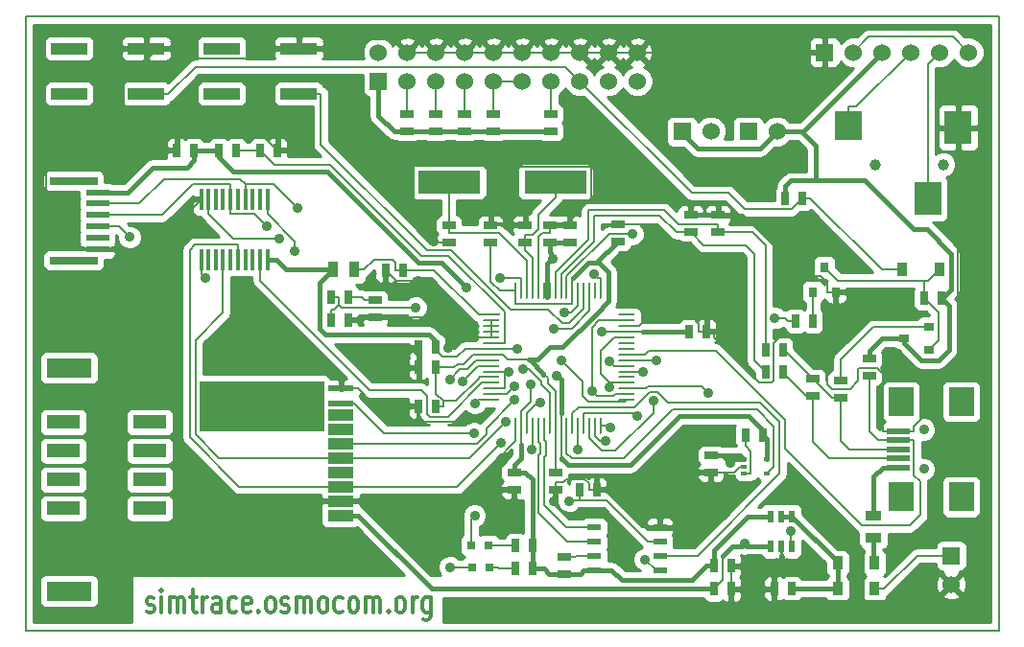
<source format=gtl>
G04 (created by PCBNEW-RS274X (2011-06-08)-testing) date Do 23 Jun 2011 00:18:01 CEST*
G01*
G70*
G90*
%MOIN*%
G04 Gerber Fmt 3.4, Leading zero omitted, Abs format*
%FSLAX34Y34*%
G04 APERTURE LIST*
%ADD10C,0.006000*%
%ADD11C,0.008000*%
%ADD12C,0.012000*%
%ADD13R,0.078700X0.023600*%
%ADD14R,0.165400X0.027600*%
%ADD15R,0.094500X0.116100*%
%ADD16R,0.094500X0.104300*%
%ADD17C,0.039400*%
%ADD18R,0.031400X0.031400*%
%ADD19R,0.060000X0.060000*%
%ADD20C,0.060000*%
%ADD21R,0.216500X0.078700*%
%ADD22R,0.045000X0.025000*%
%ADD23R,0.025000X0.045000*%
%ADD24R,0.035000X0.055000*%
%ADD25R,0.055000X0.035000*%
%ADD26R,0.035800X0.048000*%
%ADD27R,0.047200X0.023600*%
%ADD28R,0.060000X0.009800*%
%ADD29O,0.060000X0.009800*%
%ADD30O,0.009800X0.060000*%
%ADD31R,0.031500X0.035400*%
%ADD32R,0.035400X0.031500*%
%ADD33R,0.126000X0.039400*%
%ADD34C,0.035400*%
%ADD35R,0.078700X0.019700*%
%ADD36R,0.086600X0.098400*%
%ADD37R,0.090600X0.039400*%
%ADD38R,0.090600X0.019700*%
%ADD39R,0.118100X0.047200*%
%ADD40R,0.433100X0.173200*%
%ADD41R,0.157500X0.066900*%
%ADD42R,0.016000X0.074800*%
%ADD43R,0.020000X0.012000*%
%ADD44R,0.023600X0.043300*%
%ADD45C,0.035000*%
%ADD46C,0.016000*%
%ADD47C,0.010000*%
G04 APERTURE END LIST*
G54D10*
G54D11*
X14450Y-56300D02*
X14450Y-34950D01*
X48250Y-56300D02*
X14450Y-56300D01*
X48250Y-34950D02*
X48250Y-56300D01*
X15250Y-34950D02*
X48250Y-34950D01*
X14450Y-34950D02*
X15250Y-34950D01*
G54D12*
X18657Y-55636D02*
X18714Y-55674D01*
X18829Y-55674D01*
X18886Y-55636D01*
X18914Y-55560D01*
X18914Y-55521D01*
X18886Y-55445D01*
X18829Y-55407D01*
X18743Y-55407D01*
X18686Y-55369D01*
X18657Y-55293D01*
X18657Y-55255D01*
X18686Y-55179D01*
X18743Y-55140D01*
X18829Y-55140D01*
X18886Y-55179D01*
X19172Y-55674D02*
X19172Y-55140D01*
X19172Y-54874D02*
X19143Y-54912D01*
X19172Y-54950D01*
X19200Y-54912D01*
X19172Y-54874D01*
X19172Y-54950D01*
X19458Y-55674D02*
X19458Y-55140D01*
X19458Y-55217D02*
X19486Y-55179D01*
X19544Y-55140D01*
X19629Y-55140D01*
X19686Y-55179D01*
X19715Y-55255D01*
X19715Y-55674D01*
X19715Y-55255D02*
X19744Y-55179D01*
X19801Y-55140D01*
X19886Y-55140D01*
X19944Y-55179D01*
X19972Y-55255D01*
X19972Y-55674D01*
X20172Y-55140D02*
X20401Y-55140D01*
X20258Y-54874D02*
X20258Y-55560D01*
X20286Y-55636D01*
X20344Y-55674D01*
X20401Y-55674D01*
X20601Y-55674D02*
X20601Y-55140D01*
X20601Y-55293D02*
X20629Y-55217D01*
X20658Y-55179D01*
X20715Y-55140D01*
X20772Y-55140D01*
X21229Y-55674D02*
X21229Y-55255D01*
X21200Y-55179D01*
X21143Y-55140D01*
X21029Y-55140D01*
X20972Y-55179D01*
X21229Y-55636D02*
X21172Y-55674D01*
X21029Y-55674D01*
X20972Y-55636D01*
X20943Y-55560D01*
X20943Y-55483D01*
X20972Y-55407D01*
X21029Y-55369D01*
X21172Y-55369D01*
X21229Y-55331D01*
X21772Y-55636D02*
X21715Y-55674D01*
X21601Y-55674D01*
X21543Y-55636D01*
X21515Y-55598D01*
X21486Y-55521D01*
X21486Y-55293D01*
X21515Y-55217D01*
X21543Y-55179D01*
X21601Y-55140D01*
X21715Y-55140D01*
X21772Y-55179D01*
X22257Y-55636D02*
X22200Y-55674D01*
X22086Y-55674D01*
X22029Y-55636D01*
X22000Y-55560D01*
X22000Y-55255D01*
X22029Y-55179D01*
X22086Y-55140D01*
X22200Y-55140D01*
X22257Y-55179D01*
X22286Y-55255D01*
X22286Y-55331D01*
X22000Y-55407D01*
X22543Y-55598D02*
X22571Y-55636D01*
X22543Y-55674D01*
X22514Y-55636D01*
X22543Y-55598D01*
X22543Y-55674D01*
X22915Y-55674D02*
X22857Y-55636D01*
X22829Y-55598D01*
X22800Y-55521D01*
X22800Y-55293D01*
X22829Y-55217D01*
X22857Y-55179D01*
X22915Y-55140D01*
X23000Y-55140D01*
X23057Y-55179D01*
X23086Y-55217D01*
X23115Y-55293D01*
X23115Y-55521D01*
X23086Y-55598D01*
X23057Y-55636D01*
X23000Y-55674D01*
X22915Y-55674D01*
X23343Y-55636D02*
X23400Y-55674D01*
X23515Y-55674D01*
X23572Y-55636D01*
X23600Y-55560D01*
X23600Y-55521D01*
X23572Y-55445D01*
X23515Y-55407D01*
X23429Y-55407D01*
X23372Y-55369D01*
X23343Y-55293D01*
X23343Y-55255D01*
X23372Y-55179D01*
X23429Y-55140D01*
X23515Y-55140D01*
X23572Y-55179D01*
X23858Y-55674D02*
X23858Y-55140D01*
X23858Y-55217D02*
X23886Y-55179D01*
X23944Y-55140D01*
X24029Y-55140D01*
X24086Y-55179D01*
X24115Y-55255D01*
X24115Y-55674D01*
X24115Y-55255D02*
X24144Y-55179D01*
X24201Y-55140D01*
X24286Y-55140D01*
X24344Y-55179D01*
X24372Y-55255D01*
X24372Y-55674D01*
X24744Y-55674D02*
X24686Y-55636D01*
X24658Y-55598D01*
X24629Y-55521D01*
X24629Y-55293D01*
X24658Y-55217D01*
X24686Y-55179D01*
X24744Y-55140D01*
X24829Y-55140D01*
X24886Y-55179D01*
X24915Y-55217D01*
X24944Y-55293D01*
X24944Y-55521D01*
X24915Y-55598D01*
X24886Y-55636D01*
X24829Y-55674D01*
X24744Y-55674D01*
X25458Y-55636D02*
X25401Y-55674D01*
X25287Y-55674D01*
X25229Y-55636D01*
X25201Y-55598D01*
X25172Y-55521D01*
X25172Y-55293D01*
X25201Y-55217D01*
X25229Y-55179D01*
X25287Y-55140D01*
X25401Y-55140D01*
X25458Y-55179D01*
X25801Y-55674D02*
X25743Y-55636D01*
X25715Y-55598D01*
X25686Y-55521D01*
X25686Y-55293D01*
X25715Y-55217D01*
X25743Y-55179D01*
X25801Y-55140D01*
X25886Y-55140D01*
X25943Y-55179D01*
X25972Y-55217D01*
X26001Y-55293D01*
X26001Y-55521D01*
X25972Y-55598D01*
X25943Y-55636D01*
X25886Y-55674D01*
X25801Y-55674D01*
X26258Y-55674D02*
X26258Y-55140D01*
X26258Y-55217D02*
X26286Y-55179D01*
X26344Y-55140D01*
X26429Y-55140D01*
X26486Y-55179D01*
X26515Y-55255D01*
X26515Y-55674D01*
X26515Y-55255D02*
X26544Y-55179D01*
X26601Y-55140D01*
X26686Y-55140D01*
X26744Y-55179D01*
X26772Y-55255D01*
X26772Y-55674D01*
X27058Y-55598D02*
X27086Y-55636D01*
X27058Y-55674D01*
X27029Y-55636D01*
X27058Y-55598D01*
X27058Y-55674D01*
X27430Y-55674D02*
X27372Y-55636D01*
X27344Y-55598D01*
X27315Y-55521D01*
X27315Y-55293D01*
X27344Y-55217D01*
X27372Y-55179D01*
X27430Y-55140D01*
X27515Y-55140D01*
X27572Y-55179D01*
X27601Y-55217D01*
X27630Y-55293D01*
X27630Y-55521D01*
X27601Y-55598D01*
X27572Y-55636D01*
X27515Y-55674D01*
X27430Y-55674D01*
X27887Y-55674D02*
X27887Y-55140D01*
X27887Y-55293D02*
X27915Y-55217D01*
X27944Y-55179D01*
X28001Y-55140D01*
X28058Y-55140D01*
X28515Y-55140D02*
X28515Y-55788D01*
X28486Y-55864D01*
X28458Y-55902D01*
X28401Y-55940D01*
X28315Y-55940D01*
X28258Y-55902D01*
X28515Y-55636D02*
X28458Y-55674D01*
X28344Y-55674D01*
X28286Y-55636D01*
X28258Y-55598D01*
X28229Y-55521D01*
X28229Y-55293D01*
X28258Y-55217D01*
X28286Y-55179D01*
X28344Y-55140D01*
X28458Y-55140D01*
X28515Y-55179D01*
G54D13*
X16947Y-41066D03*
X16947Y-41459D03*
X16947Y-41853D03*
X16947Y-42247D03*
X16947Y-42641D03*
X16947Y-43034D03*
G54D14*
X16120Y-40672D03*
X16120Y-43428D03*
G54D15*
X46843Y-38811D03*
X45780Y-41281D03*
G54D16*
X43024Y-38752D03*
G54D17*
X46331Y-40100D03*
X43969Y-40100D03*
G54D18*
X30521Y-53337D03*
X29931Y-53337D03*
X30548Y-54115D03*
X29958Y-54115D03*
G54D19*
X26700Y-37200D03*
G54D20*
X26700Y-36200D03*
X27700Y-37200D03*
X27700Y-36200D03*
X28700Y-37200D03*
X28700Y-36200D03*
X29700Y-37200D03*
X29700Y-36200D03*
X30700Y-37200D03*
X30700Y-36200D03*
X31700Y-37200D03*
X31700Y-36200D03*
X32700Y-37200D03*
X32700Y-36200D03*
X33700Y-37200D03*
X33700Y-36200D03*
X34700Y-37200D03*
X34700Y-36200D03*
X35700Y-37200D03*
X35700Y-36200D03*
G54D19*
X37250Y-38950D03*
G54D20*
X38250Y-38950D03*
G54D19*
X39550Y-38950D03*
G54D20*
X40550Y-38950D03*
G54D19*
X46600Y-53700D03*
G54D20*
X46600Y-54700D03*
G54D21*
X32850Y-40700D03*
X29150Y-40700D03*
G54D22*
X33178Y-53736D03*
X33178Y-54336D03*
G54D23*
X33687Y-51400D03*
X34287Y-51400D03*
X41795Y-45537D03*
X41195Y-45537D03*
X32050Y-53350D03*
X31450Y-53350D03*
X32050Y-54150D03*
X31450Y-54150D03*
X40842Y-41267D03*
X41442Y-41267D03*
X25050Y-44700D03*
X25650Y-44700D03*
X40150Y-46550D03*
X40750Y-46550D03*
X40150Y-47300D03*
X40750Y-47300D03*
G54D22*
X32700Y-38350D03*
X32700Y-38950D03*
X30700Y-38350D03*
X30700Y-38950D03*
X29700Y-38350D03*
X29700Y-38950D03*
X28700Y-38350D03*
X28700Y-38950D03*
X27700Y-38350D03*
X27700Y-38950D03*
X42750Y-48200D03*
X42750Y-47600D03*
X43750Y-47450D03*
X43750Y-46850D03*
G54D23*
X46250Y-44750D03*
X45650Y-44750D03*
X27551Y-43763D03*
X26951Y-43763D03*
X38350Y-54050D03*
X38950Y-54050D03*
X38348Y-54857D03*
X38948Y-54857D03*
G54D22*
X35015Y-42785D03*
X35015Y-42185D03*
X32850Y-50800D03*
X32850Y-51400D03*
X29150Y-42200D03*
X29150Y-42800D03*
X31800Y-42800D03*
X31800Y-42200D03*
G54D23*
X28700Y-48500D03*
X28100Y-48500D03*
G54D22*
X30600Y-42800D03*
X30600Y-42200D03*
G54D23*
X41050Y-54850D03*
X40450Y-54850D03*
G54D22*
X38500Y-42450D03*
X38500Y-41850D03*
G54D23*
X28700Y-47150D03*
X28100Y-47150D03*
G54D22*
X37550Y-42450D03*
X37550Y-41850D03*
G54D23*
X25650Y-45500D03*
X25050Y-45500D03*
G54D22*
X33350Y-42800D03*
X33350Y-42200D03*
G54D23*
X37500Y-45900D03*
X38100Y-45900D03*
G54D22*
X26600Y-45400D03*
X26600Y-44800D03*
X41800Y-48150D03*
X41800Y-47550D03*
X31420Y-50809D03*
X31420Y-51409D03*
X32647Y-42804D03*
X32647Y-42204D03*
G54D23*
X28700Y-46450D03*
X28100Y-46450D03*
G54D24*
X25870Y-43753D03*
X25120Y-43753D03*
G54D25*
X43900Y-52325D03*
X43900Y-53075D03*
G54D26*
X42655Y-54850D03*
X43945Y-54850D03*
X42655Y-53950D03*
X43945Y-53950D03*
X44905Y-43750D03*
X46195Y-43750D03*
G54D27*
X36483Y-54212D03*
X36483Y-53712D03*
X36483Y-53212D03*
X36483Y-52712D03*
X34199Y-52712D03*
X34199Y-53212D03*
X34199Y-53712D03*
X34199Y-54212D03*
G54D28*
X30639Y-45324D03*
G54D29*
X30639Y-45521D03*
X30639Y-45718D03*
X30639Y-45915D03*
X30639Y-46112D03*
X30639Y-46308D03*
X30639Y-46505D03*
X30639Y-46702D03*
X30639Y-46899D03*
X30639Y-47096D03*
X30639Y-47293D03*
X30639Y-47489D03*
X30639Y-47686D03*
X30639Y-47883D03*
X30639Y-48080D03*
X30639Y-48277D03*
G54D30*
X31474Y-49175D03*
X31671Y-49175D03*
X31868Y-49175D03*
X32065Y-49175D03*
X32262Y-49175D03*
X32458Y-49175D03*
X32655Y-49175D03*
X32852Y-49175D03*
X33049Y-49175D03*
X33246Y-49175D03*
X33443Y-49175D03*
X33639Y-49175D03*
X33836Y-49175D03*
X34033Y-49175D03*
X34230Y-49175D03*
X34427Y-49175D03*
G54D29*
X35325Y-48277D03*
X35325Y-48080D03*
X35325Y-47883D03*
X35325Y-47686D03*
X35325Y-47489D03*
X35325Y-47293D03*
X35325Y-47096D03*
X35325Y-46899D03*
X35325Y-46702D03*
X35325Y-46505D03*
X35325Y-46308D03*
X35325Y-46112D03*
X35325Y-45915D03*
X35325Y-45718D03*
X35325Y-45521D03*
X35325Y-45324D03*
G54D30*
X34427Y-44489D03*
X34230Y-44489D03*
X33836Y-44489D03*
X34033Y-44482D03*
X33639Y-44489D03*
X33443Y-44489D03*
X33246Y-44489D03*
X33049Y-44489D03*
X32852Y-44489D03*
X32655Y-44489D03*
X32461Y-44489D03*
X32264Y-44489D03*
X32067Y-44489D03*
X31870Y-44489D03*
X31674Y-44489D03*
X31477Y-44489D03*
G54D19*
X42200Y-36200D03*
G54D20*
X43200Y-36200D03*
X44200Y-36200D03*
X45200Y-36200D03*
X46200Y-36200D03*
X47200Y-36200D03*
G54D31*
X41806Y-44533D03*
X42594Y-44533D03*
X42200Y-43667D03*
G54D32*
X45833Y-46544D03*
X45833Y-45756D03*
X44967Y-46150D03*
G54D33*
X18639Y-36063D03*
X18639Y-37637D03*
X15961Y-37637D03*
X15961Y-36063D03*
X23939Y-36063D03*
X23939Y-37637D03*
X21261Y-37637D03*
X21261Y-36063D03*
G54D34*
X45650Y-50689D03*
X45650Y-49311D03*
G54D35*
X44764Y-50315D03*
X44764Y-50000D03*
X44764Y-49685D03*
X44764Y-49370D03*
X44764Y-50630D03*
G54D36*
X44863Y-51654D03*
X44863Y-48346D03*
X46949Y-51654D03*
X46949Y-48346D03*
G54D37*
X25403Y-52294D03*
X25403Y-51794D03*
X25403Y-50794D03*
X25403Y-51294D03*
X25403Y-50294D03*
X25403Y-49794D03*
X25403Y-49294D03*
X25403Y-48794D03*
G54D38*
X25403Y-48400D03*
X25403Y-47889D03*
G54D39*
X15757Y-51050D03*
X15757Y-49050D03*
X15757Y-50050D03*
X15757Y-52050D03*
X18757Y-52050D03*
X18757Y-51050D03*
X18757Y-50050D03*
X18757Y-49050D03*
G54D40*
X22659Y-48503D03*
G54D41*
X15954Y-47172D03*
X15954Y-54928D03*
G54D42*
X22850Y-41300D03*
X22600Y-41300D03*
X22340Y-41300D03*
X22080Y-41300D03*
X21830Y-41300D03*
X21570Y-41300D03*
X21310Y-41300D03*
X21060Y-41300D03*
X20800Y-41300D03*
X20550Y-41300D03*
X20550Y-43400D03*
X20800Y-43400D03*
X21060Y-43400D03*
X21310Y-43400D03*
X21570Y-43400D03*
X21830Y-43400D03*
X22080Y-43400D03*
X22340Y-43400D03*
X22600Y-43400D03*
X22850Y-43400D03*
G54D23*
X40050Y-49500D03*
X39450Y-49500D03*
X23200Y-39600D03*
X22600Y-39600D03*
X21150Y-39600D03*
X21750Y-39600D03*
X19700Y-39600D03*
X20300Y-39600D03*
G54D22*
X38250Y-50200D03*
X38250Y-50800D03*
G54D43*
X39400Y-50350D03*
X39400Y-50850D03*
X40200Y-50350D03*
X39400Y-50600D03*
X40200Y-50850D03*
G54D44*
X40326Y-53362D03*
X40700Y-53362D03*
X41074Y-53362D03*
X40326Y-52338D03*
X40700Y-52338D03*
X41074Y-52338D03*
G54D45*
X34742Y-46956D03*
X22816Y-42245D03*
X31421Y-47811D03*
X35910Y-47293D03*
X31131Y-49039D03*
X34737Y-47832D03*
X33639Y-50003D03*
X35965Y-53828D03*
X36268Y-48322D03*
X35682Y-48858D03*
X31217Y-47293D03*
X20700Y-44056D03*
X18070Y-42624D03*
X23261Y-42681D03*
X31426Y-48290D03*
X34128Y-47979D03*
X30050Y-52300D03*
X29645Y-47626D03*
X29191Y-47561D03*
X29200Y-54100D03*
X23892Y-41603D03*
X31733Y-47209D03*
X30973Y-49764D03*
X34764Y-49247D03*
X23802Y-43110D03*
X30055Y-48393D03*
X41028Y-52849D03*
X38147Y-48037D03*
X30013Y-49446D03*
X34597Y-49724D03*
X33174Y-45257D03*
X33063Y-46911D03*
X34193Y-43899D03*
X36353Y-46899D03*
X32812Y-45800D03*
X29777Y-44364D03*
X32900Y-47435D03*
X39422Y-53275D03*
X38933Y-50482D03*
X32018Y-50002D03*
X33332Y-51799D03*
X34468Y-45915D03*
X32772Y-43374D03*
X31986Y-47726D03*
X31514Y-46505D03*
X28618Y-42765D03*
X28093Y-44156D03*
X31150Y-51924D03*
X32784Y-51816D03*
X27696Y-46611D03*
X29830Y-48992D03*
X29117Y-46460D03*
X32321Y-48367D03*
X40475Y-45434D03*
X30923Y-44046D03*
X27997Y-45069D03*
X35524Y-42509D03*
G54D11*
X28700Y-47150D02*
X29344Y-47150D01*
X29344Y-47150D02*
X29464Y-47030D01*
G54D46*
X31950Y-46862D02*
X31950Y-46880D01*
X31950Y-46880D02*
X32443Y-47373D01*
X32443Y-47373D02*
X32443Y-47398D01*
X32443Y-47398D02*
X32443Y-47373D01*
X34251Y-45299D02*
X33100Y-46450D01*
X34375Y-43525D02*
X34700Y-43850D01*
X34700Y-43850D02*
X34700Y-44850D01*
X34700Y-44850D02*
X34251Y-45299D01*
X34275Y-43525D02*
X34375Y-43525D01*
X32238Y-46862D02*
X31950Y-46862D01*
X31950Y-46862D02*
X31932Y-46862D01*
X32650Y-46450D02*
X32238Y-46862D01*
X33100Y-46450D02*
X32650Y-46450D01*
X34275Y-43525D02*
X34012Y-43525D01*
X34012Y-43525D02*
X33478Y-44059D01*
X34275Y-43525D02*
X35015Y-42785D01*
G54D11*
X30639Y-47489D02*
X30196Y-47489D01*
X32852Y-49396D02*
X32852Y-49618D01*
X32850Y-50800D02*
X32850Y-50532D01*
X32852Y-50530D02*
X32850Y-50532D01*
X32852Y-49618D02*
X32852Y-50530D01*
X28700Y-48500D02*
X28968Y-48500D01*
X33443Y-44932D02*
X31477Y-44932D01*
X31477Y-44489D02*
X31477Y-44932D01*
X30914Y-44489D02*
X31477Y-44489D01*
X30600Y-44175D02*
X30914Y-44489D01*
X30600Y-42800D02*
X30600Y-44175D01*
X28968Y-48500D02*
X28968Y-48315D01*
X28954Y-48315D02*
X28968Y-48315D01*
X28700Y-48061D02*
X28954Y-48315D01*
X28700Y-47150D02*
X28700Y-48061D01*
X30196Y-47526D02*
X30196Y-47489D01*
X29407Y-48315D02*
X30196Y-47526D01*
X28968Y-48315D02*
X29407Y-48315D01*
X33443Y-44710D02*
X33443Y-44932D01*
X33443Y-44710D02*
X33443Y-44489D01*
X32852Y-49396D02*
X32852Y-49175D01*
X32581Y-47511D02*
X32443Y-47373D01*
X32852Y-49175D02*
X32852Y-47968D01*
X32852Y-47968D02*
X32581Y-47697D01*
X32581Y-47697D02*
X32581Y-47511D01*
X32443Y-47373D02*
X32281Y-47210D01*
X31040Y-46702D02*
X30639Y-46702D01*
X31932Y-46862D02*
X31200Y-46862D01*
X31200Y-46862D02*
X31040Y-46702D01*
X32281Y-47210D02*
X31932Y-46862D01*
X34273Y-43527D02*
X34275Y-43525D01*
X34272Y-43527D02*
X34273Y-43527D01*
X33478Y-44103D02*
X34054Y-43527D01*
X34054Y-43527D02*
X34272Y-43527D01*
X33443Y-44138D02*
X33478Y-44103D01*
X33443Y-44489D02*
X33443Y-44138D01*
X29988Y-46702D02*
X30639Y-46702D01*
X29660Y-47030D02*
X29988Y-46702D01*
X29464Y-47030D02*
X29660Y-47030D01*
X34882Y-47096D02*
X34742Y-46956D01*
X35325Y-47096D02*
X34882Y-47096D01*
X44193Y-43750D02*
X41710Y-41267D01*
X44905Y-43750D02*
X44193Y-43750D01*
X41442Y-41267D02*
X41710Y-41267D01*
X18639Y-37637D02*
X19412Y-37637D01*
X33200Y-36700D02*
X33700Y-37200D01*
X20349Y-36700D02*
X33200Y-36700D01*
X19412Y-37637D02*
X20349Y-36700D01*
X41073Y-41636D02*
X41442Y-41267D01*
X39417Y-41636D02*
X41073Y-41636D01*
X38865Y-41084D02*
X39417Y-41636D01*
X37584Y-41084D02*
X38865Y-41084D01*
X33700Y-37200D02*
X37584Y-41084D01*
X44072Y-49685D02*
X44764Y-49685D01*
X43750Y-49363D02*
X44072Y-49685D01*
X43750Y-47450D02*
X43750Y-49363D01*
X35969Y-46702D02*
X35325Y-46702D01*
X36091Y-46580D02*
X35969Y-46702D01*
X38439Y-46580D02*
X36091Y-46580D01*
X40824Y-48965D02*
X38439Y-46580D01*
X40824Y-49965D02*
X40824Y-48965D01*
X43503Y-52644D02*
X40824Y-49965D01*
X45161Y-52644D02*
X43503Y-52644D01*
X45515Y-52290D02*
X45161Y-52644D01*
X45515Y-51111D02*
X45515Y-52290D01*
X45301Y-50897D02*
X45515Y-51111D01*
X45301Y-49707D02*
X45301Y-50897D01*
X45279Y-49685D02*
X45301Y-49707D01*
X44764Y-49685D02*
X45279Y-49685D01*
X23939Y-37637D02*
X24712Y-37637D01*
X24712Y-39410D02*
X24712Y-37637D01*
X28391Y-43089D02*
X24712Y-39410D01*
X29239Y-43089D02*
X28391Y-43089D01*
X31291Y-45141D02*
X29239Y-43089D01*
X32606Y-45141D02*
X31291Y-45141D01*
X33082Y-45617D02*
X32606Y-45141D01*
X33341Y-45617D02*
X33082Y-45617D01*
X33836Y-45122D02*
X33341Y-45617D01*
X33836Y-44489D02*
X33836Y-45122D01*
X21570Y-41087D02*
X21570Y-40783D01*
X21570Y-41087D02*
X21570Y-41300D01*
X31152Y-48080D02*
X30639Y-48080D01*
X31421Y-47811D02*
X31152Y-48080D01*
X21570Y-41300D02*
X21570Y-41817D01*
X22388Y-41817D02*
X22816Y-42245D01*
X21570Y-41817D02*
X22388Y-41817D01*
X35325Y-47293D02*
X35910Y-47293D01*
X20274Y-40783D02*
X21570Y-40783D01*
X19204Y-41853D02*
X20274Y-40783D01*
X16947Y-41853D02*
X19204Y-41853D01*
X35325Y-46112D02*
X34882Y-46112D01*
X21152Y-50294D02*
X25403Y-50294D01*
X20349Y-49491D02*
X21152Y-50294D01*
X20349Y-46201D02*
X20349Y-49491D01*
X21310Y-45240D02*
X20349Y-46201D01*
X21310Y-43400D02*
X21310Y-45240D01*
X34742Y-47686D02*
X35325Y-47686D01*
X34423Y-46571D02*
X34882Y-46112D01*
X34423Y-47367D02*
X34423Y-46571D01*
X34742Y-47686D02*
X34423Y-47367D01*
X29876Y-50294D02*
X25403Y-50294D01*
X31131Y-49039D02*
X29876Y-50294D01*
X34742Y-47827D02*
X34737Y-47832D01*
X34742Y-47686D02*
X34742Y-47827D01*
X36349Y-54212D02*
X36483Y-54212D01*
X35965Y-53828D02*
X36349Y-54212D01*
X33639Y-49175D02*
X33639Y-50003D01*
X37050Y-42450D02*
X37550Y-42450D01*
X36474Y-41874D02*
X37050Y-42450D01*
X34202Y-41874D02*
X36474Y-41874D01*
X34180Y-41896D02*
X34202Y-41874D01*
X34180Y-42782D02*
X34180Y-41896D01*
X33049Y-43913D02*
X34180Y-42782D01*
X33049Y-44489D02*
X33049Y-43913D01*
X39750Y-46900D02*
X40150Y-47300D01*
X39750Y-43200D02*
X39750Y-46900D01*
X39450Y-42900D02*
X39750Y-43200D01*
X38000Y-42900D02*
X39450Y-42900D01*
X37550Y-42450D02*
X38000Y-42900D01*
X40150Y-42900D02*
X40150Y-46550D01*
X39700Y-42450D02*
X40150Y-42900D01*
X38500Y-42450D02*
X39700Y-42450D01*
X32852Y-43851D02*
X32852Y-44489D01*
X33997Y-42706D02*
X32852Y-43851D01*
X33997Y-41703D02*
X33997Y-42706D01*
X34009Y-41691D02*
X33997Y-41703D01*
X36641Y-41691D02*
X34009Y-41691D01*
X37132Y-42182D02*
X36641Y-41691D01*
X38500Y-42182D02*
X37132Y-42182D01*
X38500Y-42450D02*
X38500Y-42182D01*
X43312Y-38088D02*
X45200Y-36200D01*
X43024Y-38088D02*
X43312Y-38088D01*
X43024Y-38752D02*
X43024Y-38088D01*
X34033Y-49175D02*
X34033Y-49618D01*
X36268Y-48732D02*
X36268Y-48322D01*
X34943Y-50057D02*
X36268Y-48732D01*
X34472Y-50057D02*
X34943Y-50057D01*
X34033Y-49618D02*
X34472Y-50057D01*
X45780Y-36620D02*
X46200Y-36200D01*
X45780Y-41281D02*
X45780Y-36620D01*
X35551Y-48727D02*
X35682Y-48858D01*
X33858Y-48727D02*
X35551Y-48727D01*
X33836Y-48749D02*
X33858Y-48727D01*
X33836Y-49175D02*
X33836Y-48749D01*
X30639Y-47293D02*
X31082Y-47293D01*
X31082Y-47293D02*
X31082Y-47883D01*
X30639Y-47883D02*
X31082Y-47883D01*
X20561Y-43917D02*
X20700Y-44056D01*
X20550Y-43917D02*
X20561Y-43917D01*
X20550Y-43400D02*
X20550Y-43917D01*
X31082Y-47293D02*
X31217Y-47293D01*
X17693Y-42247D02*
X16947Y-42247D01*
X18070Y-42624D02*
X17693Y-42247D01*
X35325Y-45521D02*
X34379Y-45521D01*
X34379Y-45521D02*
X34128Y-45772D01*
X20800Y-41300D02*
X20800Y-41817D01*
X25403Y-49794D02*
X25999Y-49794D01*
X21664Y-42681D02*
X23261Y-42681D01*
X20800Y-41817D02*
X21664Y-42681D01*
X30116Y-49794D02*
X25999Y-49794D01*
X30447Y-49463D02*
X30116Y-49794D01*
X30447Y-49269D02*
X30447Y-49463D01*
X31426Y-48290D02*
X30447Y-49269D01*
X34945Y-48080D02*
X35325Y-48080D01*
X34872Y-48153D02*
X34945Y-48080D01*
X34302Y-48153D02*
X34872Y-48153D01*
X34128Y-47979D02*
X34302Y-48153D01*
X34128Y-45772D02*
X34128Y-47979D01*
X30308Y-47686D02*
X30639Y-47686D01*
X29125Y-48869D02*
X30308Y-47686D01*
X28493Y-48869D02*
X29125Y-48869D01*
X28388Y-48764D02*
X28493Y-48869D01*
X28388Y-48140D02*
X28388Y-48764D01*
X28184Y-47936D02*
X28388Y-48140D01*
X26387Y-47936D02*
X28184Y-47936D01*
X22600Y-44149D02*
X26387Y-47936D01*
X22600Y-43400D02*
X22600Y-44149D01*
X29931Y-53337D02*
X29931Y-52419D01*
X29931Y-52419D02*
X30050Y-52300D01*
X30175Y-47096D02*
X30639Y-47096D01*
X29645Y-47626D02*
X30175Y-47096D01*
X29958Y-54094D02*
X29958Y-54115D01*
X29200Y-54100D02*
X29958Y-54094D01*
X30106Y-46899D02*
X30639Y-46899D01*
X29792Y-47213D02*
X30106Y-46899D01*
X29539Y-47213D02*
X29792Y-47213D01*
X29191Y-47561D02*
X29539Y-47213D01*
X40640Y-49300D02*
X40640Y-49040D01*
X39968Y-48368D02*
X36765Y-48368D01*
X40640Y-49040D02*
X39968Y-48368D01*
X37784Y-53712D02*
X36483Y-53712D01*
X40640Y-50856D02*
X37784Y-53712D01*
X40640Y-49300D02*
X40640Y-50856D01*
X36401Y-48004D02*
X36765Y-48368D01*
X36137Y-48004D02*
X36401Y-48004D01*
X35606Y-48535D02*
X36137Y-48004D01*
X33650Y-48535D02*
X35606Y-48535D01*
X33443Y-48742D02*
X33650Y-48535D01*
X33443Y-49175D02*
X33443Y-48742D01*
X34199Y-52712D02*
X33820Y-52712D01*
X32458Y-49685D02*
X32458Y-49175D01*
X32519Y-49746D02*
X32458Y-49685D01*
X32519Y-50212D02*
X32519Y-49746D01*
X32458Y-50273D02*
X32519Y-50212D01*
X32458Y-51957D02*
X32458Y-50273D01*
X33213Y-52712D02*
X32458Y-51957D01*
X33820Y-52712D02*
X33213Y-52712D01*
X22090Y-40782D02*
X22080Y-40792D01*
X23071Y-40782D02*
X22090Y-40782D01*
X23892Y-41603D02*
X23071Y-40782D01*
X22080Y-41300D02*
X22080Y-40792D01*
X18402Y-41459D02*
X16947Y-41459D01*
X19262Y-40599D02*
X18402Y-41459D01*
X21887Y-40599D02*
X19262Y-40599D01*
X22080Y-40792D02*
X21887Y-40599D01*
X31940Y-47209D02*
X31733Y-47209D01*
X32365Y-47634D02*
X31940Y-47209D01*
X32365Y-47742D02*
X32365Y-47634D01*
X32655Y-48032D02*
X32365Y-47742D01*
X32655Y-49175D02*
X32655Y-48032D01*
X21830Y-43400D02*
X21830Y-42883D01*
X21860Y-51294D02*
X25403Y-51294D01*
X20151Y-49585D02*
X21860Y-51294D01*
X20151Y-43072D02*
X20151Y-49585D01*
X20340Y-42883D02*
X20151Y-43072D01*
X21830Y-42883D02*
X20340Y-42883D01*
X29443Y-51294D02*
X30973Y-49764D01*
X25403Y-51294D02*
X29443Y-51294D01*
X34692Y-49175D02*
X34764Y-49247D01*
X34427Y-49175D02*
X34692Y-49175D01*
X32262Y-49175D02*
X32262Y-49618D01*
X32262Y-49749D02*
X32262Y-49618D01*
X32336Y-49823D02*
X32262Y-49749D01*
X32336Y-50135D02*
X32336Y-49823D01*
X32271Y-50200D02*
X32336Y-50135D01*
X32271Y-52207D02*
X32271Y-50200D01*
X33276Y-53212D02*
X32271Y-52207D01*
X34199Y-53212D02*
X33276Y-53212D01*
X30639Y-48277D02*
X30196Y-48277D01*
X22850Y-41300D02*
X22850Y-41817D01*
X23801Y-43110D02*
X23802Y-43110D01*
X23801Y-42768D02*
X23801Y-43110D01*
X22850Y-41817D02*
X23801Y-42768D01*
X30080Y-48393D02*
X30055Y-48393D01*
X30196Y-48277D02*
X30080Y-48393D01*
X41028Y-53316D02*
X41028Y-52849D01*
X41074Y-53362D02*
X41028Y-53316D01*
X35997Y-47883D02*
X35325Y-47883D01*
X36059Y-47821D02*
X35997Y-47883D01*
X37931Y-47821D02*
X36059Y-47821D01*
X38147Y-48037D02*
X37931Y-47821D01*
X34400Y-49724D02*
X34597Y-49724D01*
X34230Y-49554D02*
X34400Y-49724D01*
X34230Y-49175D02*
X34230Y-49554D01*
X26907Y-49446D02*
X30013Y-49446D01*
X25861Y-48400D02*
X26907Y-49446D01*
X25403Y-48400D02*
X25861Y-48400D01*
X33639Y-44489D02*
X33639Y-45025D01*
X33639Y-45025D02*
X33407Y-45257D01*
X33407Y-45257D02*
X33174Y-45257D01*
X30700Y-37200D02*
X30700Y-38350D01*
X31700Y-37200D02*
X30700Y-37200D01*
X28700Y-37200D02*
X28700Y-38350D01*
X33809Y-47657D02*
X33063Y-46911D01*
X33809Y-48151D02*
X33809Y-47657D01*
X33995Y-48337D02*
X33809Y-48151D01*
X35265Y-48337D02*
X33995Y-48337D01*
X35325Y-48277D02*
X35265Y-48337D01*
X32700Y-38350D02*
X32700Y-37200D01*
X34340Y-44046D02*
X34193Y-43899D01*
X34427Y-44046D02*
X34340Y-44046D01*
X34427Y-44489D02*
X34427Y-44046D01*
X35325Y-46899D02*
X36353Y-46899D01*
X34033Y-45185D02*
X34033Y-44482D01*
X33418Y-45800D02*
X34033Y-45185D01*
X32812Y-45800D02*
X33418Y-45800D01*
X29700Y-37200D02*
X29700Y-38350D01*
X46154Y-45254D02*
X45650Y-44750D01*
X46154Y-46223D02*
X46154Y-45254D01*
X45833Y-46544D02*
X46154Y-46223D01*
X45650Y-44134D02*
X45650Y-44750D01*
X45811Y-44134D02*
X45650Y-44134D01*
X46195Y-43750D02*
X45811Y-44134D01*
X42667Y-44134D02*
X42200Y-43667D01*
X45650Y-44134D02*
X42667Y-44134D01*
G54D46*
X43900Y-53075D02*
X43900Y-53905D01*
X43900Y-53905D02*
X43945Y-53950D01*
G54D11*
X40444Y-49400D02*
X40444Y-49194D01*
X36939Y-48600D02*
X35218Y-50321D01*
X39850Y-48600D02*
X36939Y-48600D01*
X40444Y-49194D02*
X39850Y-48600D01*
X40444Y-50606D02*
X40200Y-50850D01*
X40444Y-49400D02*
X40444Y-50606D01*
X33422Y-50321D02*
X35218Y-50321D01*
X33246Y-50145D02*
X33422Y-50321D01*
X33246Y-49175D02*
X33246Y-50145D01*
X33049Y-49175D02*
X33049Y-48780D01*
G54D46*
X21150Y-39850D02*
X21650Y-40350D01*
X21650Y-40350D02*
X24946Y-40350D01*
X24946Y-40350D02*
X28090Y-43494D01*
X28090Y-43494D02*
X28907Y-43494D01*
X28907Y-43494D02*
X29777Y-44364D01*
X21150Y-39850D02*
X21150Y-39600D01*
X32935Y-47435D02*
X33074Y-47574D01*
X33074Y-47574D02*
X33074Y-48755D01*
X32900Y-47435D02*
X32935Y-47435D01*
G54D11*
X33049Y-48780D02*
X33074Y-48755D01*
G54D46*
X20300Y-39600D02*
X21150Y-39600D01*
X16947Y-41066D02*
X17984Y-41066D01*
X20300Y-39950D02*
X20300Y-39600D01*
X20050Y-40200D02*
X20300Y-39950D01*
X18850Y-40200D02*
X20050Y-40200D01*
X17984Y-41066D02*
X18850Y-40200D01*
X40200Y-50350D02*
X40200Y-49650D01*
X40200Y-49650D02*
X40050Y-49500D01*
X40050Y-49500D02*
X40050Y-49350D01*
G54D11*
X33049Y-49175D02*
X33049Y-50315D01*
X33049Y-50315D02*
X33074Y-50340D01*
G54D46*
X40050Y-49350D02*
X39550Y-48850D01*
X39550Y-48850D02*
X37150Y-48850D01*
X37150Y-48850D02*
X35450Y-50550D01*
X35450Y-50550D02*
X33309Y-50550D01*
X33309Y-50550D02*
X33074Y-50315D01*
X33074Y-50315D02*
X33074Y-50340D01*
G54D11*
X33049Y-49175D02*
X33049Y-48755D01*
G54D46*
X38663Y-53703D02*
X39004Y-53362D01*
X39004Y-53362D02*
X39335Y-53362D01*
X39335Y-53362D02*
X39422Y-53275D01*
X25403Y-52294D02*
X25999Y-52294D01*
X25999Y-52294D02*
X28562Y-54857D01*
X28562Y-54857D02*
X38348Y-54857D01*
X40326Y-53362D02*
X39509Y-53362D01*
X39509Y-53362D02*
X39422Y-53275D01*
X38250Y-50200D02*
X39250Y-50200D01*
X39250Y-50200D02*
X39400Y-50350D01*
X39400Y-50350D02*
X39065Y-50350D01*
X39065Y-50350D02*
X38933Y-50482D01*
X38250Y-50200D02*
X38651Y-50200D01*
X38651Y-50200D02*
X38933Y-50482D01*
G54D11*
X39422Y-53362D02*
X39422Y-53275D01*
X28562Y-54857D02*
X25999Y-52294D01*
X38348Y-54857D02*
X28562Y-54857D01*
X40326Y-53362D02*
X39422Y-53362D01*
X38663Y-54542D02*
X38348Y-54857D01*
X38663Y-53703D02*
X38663Y-54542D01*
X39422Y-53362D02*
X39004Y-53362D01*
X33687Y-51400D02*
X33687Y-51768D01*
X33363Y-51768D02*
X33687Y-51768D01*
X33332Y-51799D02*
X33363Y-51768D01*
X34633Y-51768D02*
X33687Y-51768D01*
X36077Y-53212D02*
X34633Y-51768D01*
X36483Y-53212D02*
X36077Y-53212D01*
X32065Y-49955D02*
X32018Y-50002D01*
X32065Y-49175D02*
X32065Y-49955D01*
G54D46*
X30700Y-38950D02*
X32700Y-38950D01*
X29700Y-38950D02*
X30700Y-38950D01*
X28700Y-38950D02*
X29700Y-38950D01*
X27700Y-38950D02*
X28700Y-38950D01*
X26700Y-37200D02*
X26700Y-38400D01*
X27250Y-38950D02*
X27700Y-38950D01*
X26700Y-38400D02*
X27250Y-38950D01*
X31656Y-50305D02*
X31656Y-49856D01*
X31656Y-49856D02*
X31671Y-49871D01*
G54D11*
X22850Y-43400D02*
X22950Y-43400D01*
G54D46*
X23503Y-43753D02*
X23150Y-43400D01*
X23150Y-43400D02*
X22950Y-43400D01*
X23503Y-43753D02*
X25120Y-43753D01*
G54D11*
X32550Y-44150D02*
X32550Y-44384D01*
X32550Y-44384D02*
X32655Y-44489D01*
X32550Y-44100D02*
X32550Y-44150D01*
X32550Y-44150D02*
X32550Y-44400D01*
X32550Y-44400D02*
X32461Y-44489D01*
G54D46*
X28700Y-46450D02*
X28700Y-46250D01*
X24650Y-44223D02*
X25120Y-43753D01*
X24650Y-45800D02*
X24650Y-44223D01*
X24850Y-46000D02*
X24650Y-45800D01*
X28450Y-46000D02*
X24850Y-46000D01*
X28700Y-46250D02*
X28450Y-46000D01*
X37500Y-45900D02*
X35900Y-45900D01*
X35900Y-45900D02*
X35900Y-45915D01*
X32772Y-43374D02*
X32726Y-43374D01*
X32550Y-43550D02*
X32550Y-44100D01*
X32550Y-44100D02*
X32550Y-44700D01*
X32726Y-43374D02*
X32550Y-43550D01*
X33350Y-42800D02*
X32651Y-42800D01*
X32651Y-42800D02*
X32647Y-42804D01*
X32772Y-43374D02*
X32772Y-43272D01*
X32772Y-43272D02*
X32647Y-43147D01*
X32647Y-43147D02*
X32647Y-42804D01*
X37250Y-38950D02*
X37250Y-39000D01*
X39950Y-39550D02*
X40550Y-38950D01*
X37800Y-39550D02*
X39950Y-39550D01*
X37250Y-39000D02*
X37800Y-39550D01*
X40550Y-38950D02*
X41400Y-38950D01*
X41400Y-38950D02*
X41900Y-39450D01*
X41900Y-39450D02*
X41900Y-40659D01*
X40550Y-38950D02*
X41450Y-38950D01*
X41450Y-38950D02*
X44200Y-36200D01*
X46250Y-44750D02*
X46300Y-44750D01*
X46300Y-44750D02*
X46600Y-44450D01*
X46600Y-44450D02*
X46600Y-43200D01*
X46600Y-43200D02*
X45750Y-42350D01*
X45750Y-42350D02*
X45300Y-42350D01*
X45300Y-42350D02*
X43609Y-40659D01*
X43609Y-40659D02*
X41900Y-40659D01*
X40842Y-40858D02*
X40842Y-41267D01*
X41900Y-40659D02*
X41041Y-40659D01*
X41041Y-40659D02*
X40842Y-40858D01*
X44967Y-46150D02*
X44967Y-46300D01*
X44967Y-46300D02*
X45567Y-46900D01*
X46518Y-45018D02*
X46250Y-44750D01*
X46518Y-46532D02*
X46518Y-45018D01*
X46150Y-46900D02*
X46518Y-46532D01*
X45567Y-46900D02*
X46150Y-46900D01*
X43750Y-46850D02*
X43750Y-46582D01*
X43750Y-46582D02*
X44182Y-46150D01*
X44182Y-46150D02*
X44967Y-46150D01*
X31420Y-50809D02*
X31420Y-50541D01*
X31420Y-50541D02*
X31656Y-50305D01*
X31656Y-50305D02*
X31671Y-50290D01*
X32050Y-53350D02*
X32050Y-51050D01*
X31809Y-50809D02*
X31420Y-50809D01*
X32050Y-51050D02*
X31809Y-50809D01*
X32050Y-54150D02*
X32050Y-53350D01*
X33178Y-54336D02*
X32636Y-54336D01*
X32450Y-54150D02*
X32050Y-54150D01*
X32636Y-54336D02*
X32450Y-54150D01*
X34199Y-54212D02*
X33838Y-54212D01*
X33714Y-54336D02*
X33178Y-54336D01*
X33838Y-54212D02*
X33714Y-54336D01*
X38350Y-54050D02*
X38100Y-54050D01*
X34812Y-54212D02*
X34199Y-54212D01*
X35150Y-54550D02*
X34812Y-54212D01*
X37600Y-54550D02*
X35150Y-54550D01*
X38100Y-54050D02*
X37600Y-54550D01*
X40326Y-52338D02*
X39529Y-52338D01*
X39529Y-52338D02*
X38350Y-53517D01*
X38350Y-53517D02*
X38350Y-54050D01*
G54D11*
X31986Y-47726D02*
X31986Y-48353D01*
X31986Y-48353D02*
X31671Y-48668D01*
X31671Y-48668D02*
X31671Y-49175D01*
X31420Y-50541D02*
X31671Y-50290D01*
X31671Y-50290D02*
X31671Y-49871D01*
X31671Y-49871D02*
X31671Y-49618D01*
X31671Y-49396D02*
X31671Y-49618D01*
X31671Y-49396D02*
X31671Y-49175D01*
X35900Y-45915D02*
X35325Y-45915D01*
X41450Y-38950D02*
X44200Y-36200D01*
X38350Y-53517D02*
X38350Y-54050D01*
X39529Y-52338D02*
X38350Y-53517D01*
X35325Y-45915D02*
X34468Y-45915D01*
X28700Y-46539D02*
X28700Y-46450D01*
X28942Y-46781D02*
X28700Y-46539D01*
X29441Y-46781D02*
X28942Y-46781D01*
X29717Y-46505D02*
X29441Y-46781D01*
X30639Y-46505D02*
X29717Y-46505D01*
X30639Y-46505D02*
X31514Y-46505D01*
X45300Y-49196D02*
X45748Y-48748D01*
X45300Y-49370D02*
X45300Y-49196D01*
X44227Y-47360D02*
X44227Y-49370D01*
X44039Y-47172D02*
X44227Y-47360D01*
X43400Y-47172D02*
X44039Y-47172D01*
X43378Y-47194D02*
X43400Y-47172D01*
X43378Y-47622D02*
X43378Y-47194D01*
X43100Y-47900D02*
X43378Y-47622D01*
X42450Y-47900D02*
X43100Y-47900D01*
X42300Y-47750D02*
X42450Y-47900D01*
X42300Y-46272D02*
X42300Y-47750D01*
X42108Y-46080D02*
X42300Y-46272D01*
X45748Y-47869D02*
X45748Y-48748D01*
X46843Y-46774D02*
X45748Y-47869D01*
X46843Y-38811D02*
X46843Y-46774D01*
X47650Y-53650D02*
X46600Y-54700D01*
X47650Y-50650D02*
X47650Y-53650D01*
X45748Y-48748D02*
X47650Y-50650D01*
X27245Y-35745D02*
X27700Y-36200D01*
X25030Y-35745D02*
X27245Y-35745D01*
X24712Y-36063D02*
X25030Y-35745D01*
X42594Y-45594D02*
X42594Y-44533D01*
X42108Y-46080D02*
X42594Y-45594D01*
X33700Y-36200D02*
X32700Y-36200D01*
X31210Y-40598D02*
X31210Y-41978D01*
X31432Y-42200D02*
X31210Y-41978D01*
X31800Y-42200D02*
X31432Y-42200D01*
X31190Y-41978D02*
X31210Y-41978D01*
X30968Y-42200D02*
X31190Y-41978D01*
X32264Y-42619D02*
X32264Y-44489D01*
X32411Y-42472D02*
X32264Y-42619D01*
X32647Y-42472D02*
X32411Y-42472D01*
X31700Y-36200D02*
X30700Y-36200D01*
X32700Y-36200D02*
X31700Y-36200D01*
X39370Y-41850D02*
X38500Y-41850D01*
X41512Y-43992D02*
X39370Y-41850D01*
X42053Y-43992D02*
X41512Y-43992D01*
X42294Y-44233D02*
X42053Y-43992D01*
X42294Y-44533D02*
X42294Y-44233D01*
X38100Y-45900D02*
X38368Y-45900D01*
X38100Y-45900D02*
X37832Y-45900D01*
X35325Y-45718D02*
X35768Y-45718D01*
X29150Y-42800D02*
X28782Y-42800D01*
X30600Y-42200D02*
X30968Y-42200D01*
X32647Y-42204D02*
X32647Y-42472D01*
X44764Y-49370D02*
X44227Y-49370D01*
X44764Y-49370D02*
X45300Y-49370D01*
G54D46*
X46000Y-55300D02*
X46600Y-54700D01*
X40492Y-55300D02*
X46000Y-55300D01*
X40450Y-55258D02*
X40492Y-55300D01*
X40450Y-54850D02*
X40450Y-55258D01*
G54D11*
X22826Y-36403D02*
X23166Y-36063D01*
X19752Y-36403D02*
X22826Y-36403D01*
X19412Y-36063D02*
X19752Y-36403D01*
X23939Y-36063D02*
X23166Y-36063D01*
X23939Y-36063D02*
X24712Y-36063D01*
X25650Y-45500D02*
X25918Y-45500D01*
X26610Y-48500D02*
X25999Y-47889D01*
X27832Y-48500D02*
X26610Y-48500D01*
X28100Y-48500D02*
X27832Y-48500D01*
X25403Y-47889D02*
X25999Y-47889D01*
X28747Y-42765D02*
X28618Y-42765D01*
X28782Y-42800D02*
X28747Y-42765D01*
X27923Y-42070D02*
X28618Y-42765D01*
X27923Y-40170D02*
X27923Y-42070D01*
X27945Y-40148D02*
X27923Y-40170D01*
X30760Y-40148D02*
X27945Y-40148D01*
X31210Y-40598D02*
X30760Y-40148D01*
X26018Y-45400D02*
X26600Y-45400D01*
X25918Y-45500D02*
X26018Y-45400D01*
X30700Y-36200D02*
X29700Y-36200D01*
X38950Y-54487D02*
X38948Y-54489D01*
X38950Y-54050D02*
X38950Y-54487D01*
X38948Y-54857D02*
X38948Y-54489D01*
X38948Y-54857D02*
X39216Y-54857D01*
X31420Y-51409D02*
X31420Y-51677D01*
X25403Y-51794D02*
X25999Y-51794D01*
X27344Y-44156D02*
X28093Y-44156D01*
X26951Y-43763D02*
X27344Y-44156D01*
X42594Y-44533D02*
X42294Y-44533D01*
X34287Y-51400D02*
X34019Y-51400D01*
X32850Y-51400D02*
X32850Y-51132D01*
X18639Y-36063D02*
X19026Y-36063D01*
X19026Y-36063D02*
X19412Y-36063D01*
X30639Y-45915D02*
X30639Y-46112D01*
X30639Y-46112D02*
X30196Y-46112D01*
X33019Y-42200D02*
X33015Y-42204D01*
X33350Y-42200D02*
X33019Y-42200D01*
X32647Y-42204D02*
X33015Y-42204D01*
X33350Y-42200D02*
X33350Y-41932D01*
X34019Y-51176D02*
X34019Y-51400D01*
X33874Y-51031D02*
X34019Y-51176D01*
X33219Y-51031D02*
X33874Y-51031D01*
X33118Y-51132D02*
X33219Y-51031D01*
X32850Y-51132D02*
X33118Y-51132D01*
X34093Y-40185D02*
X34093Y-41289D01*
X34071Y-40163D02*
X34093Y-40185D01*
X31645Y-40163D02*
X34071Y-40163D01*
X31210Y-40598D02*
X31645Y-40163D01*
X33450Y-41932D02*
X33350Y-41932D01*
X34093Y-41289D02*
X33450Y-41932D01*
X38500Y-41850D02*
X37550Y-41850D01*
X37257Y-41289D02*
X34093Y-41289D01*
X37550Y-41582D02*
X37257Y-41289D01*
X37550Y-41850D02*
X37550Y-41582D01*
X35867Y-52712D02*
X34555Y-51400D01*
X36483Y-52712D02*
X35867Y-52712D01*
X34287Y-51400D02*
X34555Y-51400D01*
X36483Y-52712D02*
X36862Y-52712D01*
X38250Y-50800D02*
X38618Y-50800D01*
X38250Y-51324D02*
X38250Y-51068D01*
X36862Y-52712D02*
X38250Y-51324D01*
X38250Y-50800D02*
X38250Y-51068D01*
X32850Y-51400D02*
X32850Y-51668D01*
X31397Y-51677D02*
X31150Y-51924D01*
X31420Y-51677D02*
X31397Y-51677D01*
X28100Y-46450D02*
X27832Y-46450D01*
X26600Y-45400D02*
X26968Y-45400D01*
X32784Y-51734D02*
X32784Y-51816D01*
X32850Y-51668D02*
X32784Y-51734D01*
X34700Y-36200D02*
X33700Y-36200D01*
X36116Y-42185D02*
X35015Y-42185D01*
X36138Y-42207D02*
X36116Y-42185D01*
X36138Y-45348D02*
X36138Y-42207D01*
X37548Y-45348D02*
X36138Y-45348D01*
X37832Y-45632D02*
X37548Y-45348D01*
X37832Y-45900D02*
X37832Y-45632D01*
X36138Y-45348D02*
X35768Y-45718D01*
X18816Y-43034D02*
X20550Y-41300D01*
X16947Y-43034D02*
X18816Y-43034D01*
X39223Y-54850D02*
X39216Y-54857D01*
X40450Y-54850D02*
X39223Y-54850D01*
X40700Y-54232D02*
X40700Y-53362D01*
X40450Y-54482D02*
X40700Y-54232D01*
X40450Y-54850D02*
X40450Y-54482D01*
X28100Y-47150D02*
X28100Y-46782D01*
X28100Y-48500D02*
X28100Y-48868D01*
X27696Y-46586D02*
X27696Y-46611D01*
X27832Y-46450D02*
X27696Y-46586D01*
X27929Y-46611D02*
X28100Y-46782D01*
X27696Y-46611D02*
X27929Y-46611D01*
X31150Y-51924D02*
X30726Y-51500D01*
X30432Y-51794D02*
X30726Y-51500D01*
X25999Y-51794D02*
X30432Y-51794D01*
X30639Y-45915D02*
X30639Y-45718D01*
X30639Y-45718D02*
X30639Y-45521D01*
X17865Y-37224D02*
X17865Y-38742D01*
X19026Y-36063D02*
X17865Y-37224D01*
X15969Y-43034D02*
X16947Y-43034D01*
X15149Y-42214D02*
X15969Y-43034D01*
X15149Y-40392D02*
X15149Y-42214D01*
X16799Y-38742D02*
X15149Y-40392D01*
X17865Y-38742D02*
X16799Y-38742D01*
X19700Y-39033D02*
X19700Y-39600D01*
X19409Y-38742D02*
X19700Y-39033D01*
X17865Y-38742D02*
X19409Y-38742D01*
X22633Y-39033D02*
X23200Y-39600D01*
X19700Y-39033D02*
X22633Y-39033D01*
X29700Y-36200D02*
X28700Y-36200D01*
X28700Y-36200D02*
X27700Y-36200D01*
X42200Y-36200D02*
X35700Y-36200D01*
X35700Y-36200D02*
X34700Y-36200D01*
X39274Y-50600D02*
X39400Y-50600D01*
X39074Y-50800D02*
X39274Y-50600D01*
X38618Y-50800D02*
X39074Y-50800D01*
X38368Y-46110D02*
X38368Y-45900D01*
X39928Y-47670D02*
X38368Y-46110D01*
X40372Y-47670D02*
X39928Y-47670D01*
X40419Y-47623D02*
X40372Y-47670D01*
X40419Y-46321D02*
X40419Y-47623D01*
X40660Y-46080D02*
X40419Y-46321D01*
X42108Y-46080D02*
X40660Y-46080D01*
X30196Y-46112D02*
X29282Y-46112D01*
X28628Y-45400D02*
X26968Y-45400D01*
X28628Y-45458D02*
X28628Y-45400D01*
X29282Y-46112D02*
X28628Y-45458D01*
X28628Y-44691D02*
X28093Y-44156D01*
X28628Y-45400D02*
X28628Y-44691D01*
X29282Y-46295D02*
X29117Y-46460D01*
X29282Y-46112D02*
X29282Y-46295D01*
X29767Y-49055D02*
X29830Y-48992D01*
X28287Y-49055D02*
X29767Y-49055D01*
X28100Y-48868D02*
X28287Y-49055D01*
X31474Y-49714D02*
X31474Y-49175D01*
X30726Y-50462D02*
X31474Y-49714D01*
X30726Y-51500D02*
X30726Y-50462D01*
X33570Y-53712D02*
X33546Y-53736D01*
X34199Y-53712D02*
X33570Y-53712D01*
X33178Y-53736D02*
X33546Y-53736D01*
X41806Y-45158D02*
X41795Y-45169D01*
X41806Y-44533D02*
X41806Y-45158D01*
X41795Y-45537D02*
X41795Y-45169D01*
X45417Y-53700D02*
X44267Y-54850D01*
X46600Y-53700D02*
X45417Y-53700D01*
X43945Y-54850D02*
X44267Y-54850D01*
X43050Y-50000D02*
X44764Y-50000D01*
X42750Y-49700D02*
X43050Y-50000D01*
X42750Y-48200D02*
X42750Y-49700D01*
X42450Y-48200D02*
X42750Y-48200D01*
X41800Y-47550D02*
X42450Y-48200D01*
X40800Y-46550D02*
X41800Y-47550D01*
X40750Y-46550D02*
X40800Y-46550D01*
X42750Y-46892D02*
X42750Y-47600D01*
X43886Y-45756D02*
X42750Y-46892D01*
X45833Y-45756D02*
X43886Y-45756D01*
X41195Y-45537D02*
X40927Y-45537D01*
X31868Y-49175D02*
X31868Y-48732D01*
X40824Y-45434D02*
X40475Y-45434D01*
X40927Y-45537D02*
X40824Y-45434D01*
X32233Y-48367D02*
X32321Y-48367D01*
X31868Y-48732D02*
X32233Y-48367D01*
X25050Y-44700D02*
X25318Y-44700D01*
X31674Y-44489D02*
X31674Y-44046D01*
X25050Y-45500D02*
X25050Y-45132D01*
X25154Y-45132D02*
X25318Y-44968D01*
X25050Y-45132D02*
X25154Y-45132D01*
X25318Y-44968D02*
X25318Y-44700D01*
X31674Y-44046D02*
X30923Y-44046D01*
X25419Y-45069D02*
X25318Y-44968D01*
X27997Y-45069D02*
X25419Y-45069D01*
X34714Y-42509D02*
X35524Y-42509D01*
X33246Y-43977D02*
X34714Y-42509D01*
X33246Y-44489D02*
X33246Y-43977D01*
X29150Y-42200D02*
X29150Y-40700D01*
X30906Y-42468D02*
X29150Y-42468D01*
X31870Y-43432D02*
X30906Y-42468D01*
X31870Y-44489D02*
X31870Y-43432D01*
X29150Y-42200D02*
X29150Y-42468D01*
X43741Y-35659D02*
X43200Y-36200D01*
X46659Y-35659D02*
X43741Y-35659D01*
X47200Y-36200D02*
X46659Y-35659D01*
X32250Y-41837D02*
X32850Y-41237D01*
X32250Y-42350D02*
X32250Y-41837D01*
X32068Y-42532D02*
X32250Y-42350D01*
X31800Y-42532D02*
X32068Y-42532D01*
X31800Y-42800D02*
X31800Y-42532D01*
X32850Y-40700D02*
X32850Y-41237D01*
X32067Y-43335D02*
X31800Y-43068D01*
X32067Y-44489D02*
X32067Y-43335D01*
X31800Y-42800D02*
X31800Y-43068D01*
X27700Y-38350D02*
X27700Y-37200D01*
X26132Y-44700D02*
X25650Y-44700D01*
X26232Y-44800D02*
X26132Y-44700D01*
X26600Y-44800D02*
X26232Y-44800D01*
X30834Y-53350D02*
X30821Y-53337D01*
X31450Y-53350D02*
X30834Y-53350D01*
X30521Y-53337D02*
X30821Y-53337D01*
X30883Y-54150D02*
X30848Y-54115D01*
X31450Y-54150D02*
X30883Y-54150D01*
X30548Y-54115D02*
X30848Y-54115D01*
X42365Y-50315D02*
X44764Y-50315D01*
X41800Y-49750D02*
X42365Y-50315D01*
X41800Y-48150D02*
X41800Y-49750D01*
X41550Y-48150D02*
X41800Y-48150D01*
X40750Y-47350D02*
X41550Y-48150D01*
X40750Y-47300D02*
X40750Y-47350D01*
G54D46*
X44764Y-50630D02*
X44220Y-50630D01*
X43900Y-50950D02*
X43900Y-52325D01*
X44220Y-50630D02*
X43900Y-50950D01*
G54D11*
X39643Y-50061D02*
X39450Y-49868D01*
X39643Y-50850D02*
X39643Y-50061D01*
X39400Y-50850D02*
X39643Y-50850D01*
X39450Y-49500D02*
X39450Y-49868D01*
G54D46*
X42655Y-53950D02*
X42655Y-53919D01*
X42655Y-53919D02*
X41074Y-52338D01*
X41074Y-52338D02*
X40700Y-52338D01*
X41050Y-54850D02*
X42655Y-54850D01*
X42655Y-53950D02*
X42655Y-54850D01*
G54D11*
X40700Y-52338D02*
X41074Y-52338D01*
X27283Y-43495D02*
X27283Y-43763D01*
X27182Y-43394D02*
X27283Y-43495D01*
X26547Y-43394D02*
X27182Y-43394D01*
X26188Y-43753D02*
X26547Y-43394D01*
X25870Y-43753D02*
X26188Y-43753D01*
X27551Y-43763D02*
X27283Y-43763D01*
X30639Y-45324D02*
X30196Y-45324D01*
X27551Y-43763D02*
X27819Y-43763D01*
X28635Y-43763D02*
X30196Y-45324D01*
X27819Y-43763D02*
X28635Y-43763D01*
X22600Y-39600D02*
X21750Y-39600D01*
X30639Y-46308D02*
X31082Y-46308D01*
X23095Y-40095D02*
X22600Y-39600D01*
X25035Y-40095D02*
X23095Y-40095D01*
X28212Y-43272D02*
X25035Y-40095D01*
X29140Y-43272D02*
X28212Y-43272D01*
X31082Y-45214D02*
X29140Y-43272D01*
X31082Y-46308D02*
X31082Y-45214D01*
G54D47*
X21699Y-44022D02*
X21699Y-44022D01*
X22209Y-44022D02*
X22209Y-44022D01*
X21600Y-44102D02*
X22310Y-44102D01*
X21600Y-44182D02*
X22317Y-44182D01*
X21600Y-44262D02*
X22334Y-44262D01*
X21600Y-44342D02*
X22387Y-44342D01*
X21600Y-44422D02*
X22463Y-44422D01*
X21600Y-44502D02*
X22543Y-44502D01*
X21600Y-44582D02*
X22623Y-44582D01*
X21600Y-44662D02*
X22703Y-44662D01*
X21600Y-44742D02*
X22783Y-44742D01*
X21600Y-44822D02*
X22863Y-44822D01*
X21600Y-44902D02*
X22943Y-44902D01*
X21600Y-44982D02*
X23023Y-44982D01*
X21600Y-45062D02*
X23103Y-45062D01*
X21600Y-45142D02*
X23183Y-45142D01*
X21600Y-45222D02*
X23263Y-45222D01*
X21588Y-45302D02*
X23343Y-45302D01*
X21558Y-45382D02*
X23423Y-45382D01*
X21498Y-45462D02*
X23503Y-45462D01*
X21418Y-45542D02*
X23583Y-45542D01*
X21338Y-45622D02*
X23663Y-45622D01*
X21258Y-45702D02*
X23743Y-45702D01*
X21178Y-45782D02*
X23823Y-45782D01*
X21098Y-45862D02*
X23903Y-45862D01*
X21018Y-45942D02*
X23983Y-45942D01*
X20938Y-46022D02*
X24063Y-46022D01*
X20858Y-46102D02*
X24143Y-46102D01*
X20778Y-46182D02*
X24223Y-46182D01*
X20698Y-46262D02*
X24303Y-46262D01*
X20639Y-46342D02*
X24383Y-46342D01*
X20639Y-46422D02*
X24463Y-46422D01*
X20639Y-46502D02*
X24543Y-46502D01*
X20639Y-46582D02*
X24623Y-46582D01*
X20639Y-46662D02*
X24703Y-46662D01*
X20639Y-46742D02*
X24783Y-46742D01*
X20639Y-46822D02*
X24863Y-46822D01*
X20639Y-46902D02*
X24943Y-46902D01*
X20639Y-46982D02*
X25023Y-46982D01*
X20639Y-47062D02*
X25103Y-47062D01*
X20639Y-47142D02*
X25183Y-47142D01*
X20639Y-47222D02*
X25263Y-47222D01*
X20639Y-47302D02*
X25343Y-47302D01*
X20639Y-47382D02*
X25423Y-47382D01*
X25001Y-47462D02*
X25503Y-47462D01*
X25292Y-47542D02*
X25514Y-47542D01*
X25353Y-47622D02*
X25453Y-47622D01*
X25353Y-47702D02*
X25453Y-47702D01*
X25353Y-47782D02*
X25453Y-47782D01*
X25353Y-47862D02*
X25453Y-47862D01*
X25191Y-46330D02*
X27725Y-46330D01*
X25271Y-46410D02*
X28150Y-46410D01*
X25351Y-46490D02*
X28150Y-46490D01*
X25431Y-46570D02*
X27726Y-46570D01*
X28050Y-46570D02*
X28150Y-46570D01*
X25511Y-46650D02*
X27726Y-46650D01*
X28050Y-46650D02*
X28150Y-46650D01*
X25591Y-46730D02*
X27729Y-46730D01*
X28050Y-46730D02*
X28150Y-46730D01*
X25671Y-46810D02*
X27752Y-46810D01*
X28050Y-46810D02*
X28150Y-46810D01*
X25751Y-46890D02*
X27726Y-46890D01*
X28050Y-46890D02*
X28150Y-46890D01*
X25831Y-46970D02*
X27726Y-46970D01*
X28050Y-46970D02*
X28150Y-46970D01*
X25911Y-47050D02*
X27737Y-47050D01*
X28050Y-47050D02*
X28150Y-47050D01*
X25991Y-47130D02*
X28050Y-47130D01*
X28050Y-47130D02*
X28150Y-47130D01*
X26071Y-47210D02*
X27777Y-47210D01*
X28050Y-47210D02*
X28150Y-47210D01*
X26151Y-47290D02*
X27726Y-47290D01*
X28050Y-47290D02*
X28150Y-47290D01*
X26231Y-47370D02*
X27726Y-47370D01*
X28050Y-47370D02*
X28150Y-47370D01*
X26311Y-47450D02*
X27737Y-47450D01*
X28050Y-47450D02*
X28150Y-47450D01*
X26391Y-47530D02*
X27778Y-47530D01*
X28050Y-47530D02*
X28150Y-47530D01*
X26471Y-47610D02*
X27893Y-47610D01*
X28003Y-47610D02*
X28050Y-47610D01*
X28050Y-47610D02*
X28197Y-47610D01*
X28308Y-47610D02*
X28410Y-47610D01*
X28327Y-47690D02*
X28410Y-47690D01*
X26096Y-48056D02*
X26096Y-48056D01*
X26059Y-48136D02*
X26176Y-48136D01*
X26089Y-48216D02*
X26337Y-48216D01*
X26167Y-48296D02*
X27726Y-48296D01*
X26247Y-48376D02*
X27725Y-48376D01*
X26327Y-48456D02*
X28098Y-48456D01*
X26407Y-48536D02*
X28098Y-48536D01*
X26487Y-48616D02*
X27726Y-48616D01*
X28050Y-48616D02*
X28098Y-48616D01*
X26567Y-48696D02*
X27726Y-48696D01*
X28050Y-48696D02*
X28098Y-48696D01*
X26647Y-48776D02*
X27727Y-48776D01*
X28050Y-48776D02*
X28101Y-48776D01*
X26727Y-48856D02*
X27760Y-48856D01*
X28050Y-48856D02*
X28117Y-48856D01*
X26807Y-48936D02*
X27834Y-48936D01*
X28027Y-48936D02*
X28050Y-48936D01*
X28050Y-48936D02*
X28161Y-48936D01*
X26887Y-49016D02*
X28050Y-49016D01*
X28050Y-49016D02*
X28230Y-49016D01*
X26967Y-49096D02*
X28050Y-49096D01*
X28050Y-49096D02*
X28321Y-49096D01*
X26901Y-43713D02*
X26993Y-43713D01*
X26558Y-43793D02*
X26576Y-43793D01*
X26901Y-43793D02*
X26999Y-43793D01*
X26478Y-43873D02*
X26578Y-43873D01*
X26901Y-43873D02*
X27001Y-43873D01*
X26398Y-43953D02*
X26577Y-43953D01*
X26901Y-43953D02*
X27001Y-43953D01*
X26294Y-44033D02*
X26577Y-44033D01*
X26901Y-44033D02*
X27001Y-44033D01*
X26280Y-44113D02*
X26609Y-44113D01*
X26901Y-44113D02*
X27001Y-44113D01*
X27894Y-44113D02*
X28575Y-44113D01*
X26232Y-44193D02*
X26679Y-44193D01*
X26884Y-44193D02*
X27018Y-44193D01*
X27223Y-44193D02*
X27279Y-44193D01*
X27823Y-44193D02*
X28655Y-44193D01*
X26104Y-44273D02*
X28735Y-44273D01*
X25993Y-44353D02*
X28815Y-44353D01*
X26244Y-44433D02*
X26308Y-44433D01*
X26893Y-44433D02*
X28895Y-44433D01*
X27015Y-44513D02*
X28975Y-44513D01*
X27060Y-44593D02*
X29055Y-44593D01*
X27074Y-44673D02*
X27842Y-44673D01*
X28151Y-44673D02*
X29135Y-44673D01*
X27074Y-44753D02*
X27712Y-44753D01*
X28282Y-44753D02*
X29215Y-44753D01*
X28359Y-44833D02*
X29295Y-44833D01*
X28392Y-44913D02*
X29375Y-44913D01*
X28422Y-44993D02*
X29455Y-44993D01*
X28422Y-45073D02*
X29535Y-45073D01*
X28422Y-45153D02*
X29615Y-45153D01*
X28390Y-45233D02*
X29695Y-45233D01*
X28354Y-45313D02*
X29775Y-45313D01*
X26020Y-45393D02*
X27720Y-45393D01*
X28274Y-45393D02*
X29855Y-45393D01*
X25600Y-45473D02*
X26164Y-45473D01*
X27036Y-45473D02*
X27862Y-45473D01*
X28133Y-45473D02*
X29935Y-45473D01*
X25966Y-45553D02*
X26126Y-45553D01*
X27075Y-45553D02*
X30027Y-45553D01*
X26025Y-45633D02*
X26151Y-45633D01*
X27050Y-45633D02*
X30100Y-45633D01*
X28603Y-45713D02*
X30153Y-45713D01*
X28709Y-45793D02*
X30099Y-45793D01*
X28789Y-45873D02*
X30122Y-45873D01*
X28869Y-45953D02*
X30123Y-45953D01*
X28985Y-46033D02*
X30099Y-46033D01*
X29047Y-46113D02*
X30158Y-46113D01*
X29074Y-46193D02*
X30100Y-46193D01*
X29074Y-46273D02*
X29552Y-46273D01*
X29074Y-46353D02*
X29459Y-46353D01*
X29074Y-46433D02*
X29379Y-46433D01*
X30441Y-48570D02*
X30736Y-48570D01*
X30399Y-48650D02*
X30656Y-48650D01*
X29674Y-48730D02*
X29791Y-48730D01*
X30319Y-48730D02*
X30576Y-48730D01*
X29594Y-48810D02*
X29951Y-48810D01*
X30159Y-48810D02*
X30496Y-48810D01*
X29514Y-48890D02*
X30416Y-48890D01*
X29434Y-48970D02*
X30336Y-48970D01*
X29354Y-49050D02*
X29858Y-49050D01*
X30167Y-49050D02*
X30256Y-49050D01*
X29247Y-49130D02*
X29728Y-49130D01*
X34470Y-42164D02*
X35065Y-42164D01*
X34470Y-42244D02*
X34592Y-42244D01*
X34470Y-42324D02*
X34489Y-42324D01*
X32800Y-51350D02*
X32900Y-51350D01*
X32800Y-51430D02*
X32900Y-51430D01*
X32800Y-51510D02*
X32900Y-51510D01*
X32800Y-51590D02*
X32900Y-51590D01*
X32800Y-51670D02*
X32900Y-51670D01*
X32763Y-51750D02*
X32907Y-51750D01*
X32748Y-51830D02*
X32907Y-51830D01*
X32821Y-51910D02*
X32919Y-51910D01*
X32901Y-51990D02*
X32951Y-51990D01*
X32981Y-52070D02*
X33002Y-52070D01*
X33662Y-52070D02*
X34525Y-52070D01*
X33061Y-52150D02*
X33082Y-52150D01*
X33582Y-52150D02*
X34605Y-52150D01*
X33141Y-52230D02*
X34685Y-52230D01*
X33221Y-52310D02*
X34765Y-52310D01*
X33301Y-52390D02*
X33815Y-52390D01*
X34583Y-52390D02*
X34845Y-52390D01*
X34653Y-52470D02*
X34925Y-52470D01*
X34684Y-52550D02*
X35005Y-52550D01*
X34684Y-52630D02*
X35085Y-52630D01*
X34684Y-52710D02*
X35165Y-52710D01*
X34684Y-52790D02*
X35245Y-52790D01*
X34684Y-52870D02*
X35325Y-52870D01*
X34655Y-52950D02*
X35405Y-52950D01*
X34677Y-53030D02*
X35485Y-53030D01*
X34684Y-53110D02*
X35565Y-53110D01*
X34684Y-53190D02*
X35645Y-53190D01*
X34684Y-53270D02*
X35725Y-53270D01*
X34684Y-53350D02*
X35805Y-53350D01*
X34663Y-53430D02*
X35813Y-53430D01*
X34669Y-53510D02*
X35682Y-53510D01*
X34684Y-53590D02*
X35603Y-53590D01*
X34684Y-53670D02*
X35570Y-53670D01*
X34684Y-53750D02*
X35540Y-53750D01*
X34684Y-53830D02*
X35540Y-53830D01*
X34943Y-53910D02*
X35540Y-53910D01*
X35056Y-53990D02*
X35572Y-53990D01*
X35136Y-54070D02*
X35606Y-54070D01*
X35216Y-54150D02*
X35686Y-54150D01*
X35780Y-42164D02*
X36354Y-42164D01*
X35860Y-42244D02*
X36434Y-42244D01*
X35907Y-42324D02*
X36514Y-42324D01*
X35940Y-42404D02*
X36594Y-42404D01*
X35949Y-42484D02*
X36674Y-42484D01*
X35949Y-42564D02*
X36754Y-42564D01*
X35929Y-42644D02*
X36834Y-42644D01*
X35895Y-42724D02*
X36970Y-42724D01*
X35830Y-42804D02*
X37228Y-42804D01*
X35730Y-42884D02*
X37574Y-42884D01*
X35488Y-42964D02*
X37654Y-42964D01*
X35454Y-43044D02*
X37734Y-43044D01*
X35374Y-43124D02*
X37824Y-43124D01*
X35062Y-43204D02*
X39344Y-43204D01*
X34982Y-43284D02*
X39424Y-43284D01*
X34902Y-43364D02*
X39460Y-43364D01*
X34822Y-43444D02*
X39460Y-43444D01*
X34841Y-43524D02*
X39460Y-43524D01*
X34921Y-43604D02*
X39460Y-43604D01*
X34977Y-43684D02*
X39460Y-43684D01*
X35012Y-43764D02*
X39460Y-43764D01*
X35028Y-43844D02*
X39460Y-43844D01*
X35030Y-43924D02*
X39460Y-43924D01*
X35030Y-44004D02*
X39460Y-44004D01*
X35030Y-44084D02*
X39460Y-44084D01*
X35030Y-44164D02*
X39460Y-44164D01*
X35030Y-44244D02*
X39460Y-44244D01*
X35030Y-44324D02*
X39460Y-44324D01*
X35030Y-44404D02*
X39460Y-44404D01*
X35030Y-44484D02*
X39460Y-44484D01*
X35030Y-44564D02*
X39460Y-44564D01*
X35030Y-44644D02*
X39460Y-44644D01*
X35030Y-44724D02*
X39460Y-44724D01*
X35030Y-44804D02*
X39460Y-44804D01*
X35023Y-44884D02*
X39460Y-44884D01*
X35008Y-44964D02*
X39460Y-44964D01*
X34960Y-45044D02*
X34973Y-45044D01*
X35675Y-45044D02*
X39460Y-45044D01*
X35800Y-45124D02*
X39460Y-45124D01*
X35853Y-45204D02*
X39460Y-45204D01*
X35879Y-45284D02*
X39460Y-45284D01*
X35879Y-45364D02*
X39460Y-45364D01*
X35871Y-45444D02*
X37282Y-45444D01*
X37718Y-45444D02*
X37882Y-45444D01*
X38007Y-45444D02*
X38193Y-45444D01*
X38317Y-45444D02*
X39460Y-45444D01*
X35879Y-45524D02*
X37174Y-45524D01*
X38050Y-45524D02*
X38150Y-45524D01*
X38426Y-45524D02*
X39460Y-45524D01*
X38050Y-45604D02*
X38150Y-45604D01*
X38465Y-45604D02*
X39460Y-45604D01*
X38050Y-45684D02*
X38150Y-45684D01*
X38474Y-45684D02*
X39460Y-45684D01*
X38050Y-45764D02*
X38150Y-45764D01*
X38474Y-45764D02*
X39460Y-45764D01*
X38050Y-45844D02*
X38150Y-45844D01*
X38419Y-45844D02*
X38475Y-45844D01*
X38475Y-45844D02*
X39460Y-45844D01*
X38050Y-45924D02*
X38475Y-45924D01*
X38475Y-45924D02*
X39460Y-45924D01*
X38467Y-46004D02*
X38475Y-46004D01*
X38475Y-46004D02*
X39460Y-46004D01*
X38474Y-46084D02*
X39460Y-46084D01*
X38474Y-46164D02*
X39460Y-46164D01*
X38446Y-46244D02*
X39460Y-46244D01*
X38567Y-46324D02*
X39460Y-46324D01*
X38673Y-46404D02*
X39460Y-46404D01*
X38753Y-46484D02*
X39460Y-46484D01*
X38833Y-46564D02*
X39460Y-46564D01*
X38913Y-46644D02*
X39460Y-46644D01*
X38993Y-46724D02*
X39460Y-46724D01*
X39073Y-46804D02*
X39460Y-46804D01*
X39153Y-46884D02*
X39460Y-46884D01*
X39233Y-46964D02*
X39473Y-46964D01*
X39313Y-47044D02*
X39505Y-47044D01*
X39393Y-47124D02*
X39564Y-47124D01*
X39473Y-47204D02*
X39644Y-47204D01*
X39553Y-47284D02*
X39724Y-47284D01*
X39633Y-47364D02*
X39776Y-47364D01*
X39713Y-47444D02*
X39776Y-47444D01*
X37286Y-49180D02*
X39094Y-49180D01*
X37206Y-49260D02*
X39076Y-49260D01*
X37126Y-49340D02*
X39076Y-49340D01*
X37046Y-49420D02*
X39076Y-49420D01*
X36966Y-49500D02*
X39076Y-49500D01*
X36886Y-49580D02*
X39076Y-49580D01*
X36806Y-49660D02*
X39076Y-49660D01*
X36726Y-49740D02*
X39076Y-49740D01*
X36646Y-49820D02*
X39095Y-49820D01*
X36566Y-49900D02*
X37848Y-49900D01*
X36486Y-49980D02*
X37794Y-49980D01*
X36406Y-50060D02*
X37776Y-50060D01*
X36326Y-50140D02*
X37776Y-50140D01*
X36246Y-50220D02*
X37776Y-50220D01*
X36166Y-50300D02*
X37776Y-50300D01*
X36086Y-50380D02*
X37779Y-50380D01*
X36006Y-50460D02*
X37812Y-50460D01*
X35926Y-50540D02*
X37811Y-50540D01*
X35846Y-50620D02*
X37778Y-50620D01*
X35766Y-50700D02*
X37787Y-50700D01*
X35686Y-50780D02*
X38300Y-50780D01*
X35551Y-50860D02*
X37827Y-50860D01*
X38200Y-50860D02*
X38300Y-50860D01*
X38725Y-50860D02*
X38737Y-50860D01*
X33324Y-50940D02*
X33479Y-50940D01*
X33895Y-50940D02*
X34079Y-50940D01*
X34190Y-50940D02*
X34384Y-50940D01*
X34494Y-50940D02*
X37776Y-50940D01*
X38200Y-50940D02*
X38300Y-50940D01*
X38725Y-50940D02*
X39051Y-50940D01*
X33306Y-51020D02*
X33365Y-51020D01*
X34237Y-51020D02*
X34337Y-51020D01*
X34609Y-51020D02*
X37795Y-51020D01*
X38200Y-51020D02*
X38300Y-51020D01*
X38705Y-51020D02*
X39077Y-51020D01*
X39871Y-51020D02*
X39877Y-51020D01*
X33252Y-51100D02*
X33323Y-51100D01*
X34237Y-51100D02*
X34337Y-51100D01*
X34650Y-51100D02*
X37848Y-51100D01*
X38200Y-51100D02*
X38300Y-51100D01*
X38652Y-51100D02*
X39138Y-51100D01*
X39781Y-51100D02*
X39938Y-51100D01*
X33305Y-51180D02*
X33313Y-51180D01*
X34237Y-51180D02*
X34337Y-51180D01*
X34661Y-51180D02*
X38200Y-51180D01*
X38200Y-51180D02*
X39905Y-51180D01*
X34237Y-51260D02*
X34337Y-51260D01*
X34661Y-51260D02*
X38200Y-51260D01*
X38200Y-51260D02*
X39825Y-51260D01*
X34237Y-51340D02*
X34337Y-51340D01*
X34610Y-51340D02*
X34662Y-51340D01*
X34662Y-51340D02*
X38200Y-51340D01*
X38200Y-51340D02*
X39745Y-51340D01*
X34237Y-51420D02*
X34662Y-51420D01*
X34662Y-51420D02*
X38200Y-51420D01*
X38200Y-51420D02*
X39665Y-51420D01*
X34744Y-51500D02*
X38200Y-51500D01*
X38200Y-51500D02*
X39585Y-51500D01*
X34855Y-51580D02*
X38200Y-51580D01*
X38200Y-51580D02*
X39505Y-51580D01*
X34935Y-51660D02*
X38200Y-51660D01*
X38200Y-51660D02*
X39425Y-51660D01*
X35015Y-51740D02*
X38200Y-51740D01*
X38200Y-51740D02*
X39345Y-51740D01*
X35095Y-51820D02*
X38200Y-51820D01*
X38200Y-51820D02*
X39265Y-51820D01*
X35175Y-51900D02*
X38200Y-51900D01*
X38200Y-51900D02*
X39185Y-51900D01*
X35255Y-51980D02*
X38200Y-51980D01*
X38200Y-51980D02*
X39105Y-51980D01*
X35335Y-52060D02*
X38200Y-52060D01*
X38200Y-52060D02*
X39025Y-52060D01*
X35415Y-52140D02*
X38200Y-52140D01*
X38200Y-52140D02*
X38945Y-52140D01*
X35495Y-52220D02*
X38200Y-52220D01*
X38200Y-52220D02*
X38865Y-52220D01*
X35575Y-52300D02*
X38200Y-52300D01*
X38200Y-52300D02*
X38785Y-52300D01*
X35655Y-52380D02*
X36113Y-52380D01*
X36407Y-52380D02*
X36559Y-52380D01*
X36852Y-52380D02*
X38200Y-52380D01*
X38200Y-52380D02*
X38705Y-52380D01*
X35735Y-52460D02*
X36033Y-52460D01*
X36433Y-52460D02*
X36533Y-52460D01*
X36932Y-52460D02*
X38200Y-52460D01*
X38200Y-52460D02*
X38625Y-52460D01*
X35815Y-52540D02*
X36000Y-52540D01*
X36433Y-52540D02*
X36533Y-52540D01*
X36965Y-52540D02*
X38200Y-52540D01*
X38200Y-52540D02*
X38545Y-52540D01*
X35895Y-52620D02*
X36017Y-52620D01*
X36433Y-52620D02*
X36533Y-52620D01*
X36949Y-52620D02*
X36969Y-52620D01*
X36969Y-52620D02*
X38200Y-52620D01*
X38200Y-52620D02*
X38465Y-52620D01*
X35975Y-52700D02*
X36433Y-52700D01*
X36433Y-52700D02*
X36969Y-52700D01*
X36969Y-52700D02*
X38200Y-52700D01*
X38200Y-52700D02*
X38385Y-52700D01*
X36925Y-52780D02*
X36969Y-52780D01*
X36969Y-52780D02*
X38200Y-52780D01*
X38200Y-52780D02*
X38305Y-52780D01*
X36969Y-52860D02*
X38200Y-52860D01*
X38200Y-52860D02*
X38225Y-52860D01*
X36943Y-52940D02*
X38145Y-52940D01*
X36957Y-53020D02*
X38065Y-53020D01*
X36968Y-53100D02*
X37985Y-53100D01*
X36968Y-53180D02*
X37905Y-53180D01*
X36968Y-53260D02*
X37825Y-53260D01*
X36968Y-53340D02*
X37745Y-53340D01*
X36951Y-53420D02*
X37665Y-53420D01*
X42998Y-44424D02*
X45297Y-44424D01*
X42544Y-44504D02*
X45276Y-44504D01*
X42544Y-44584D02*
X42644Y-44584D01*
X42940Y-44584D02*
X45276Y-44584D01*
X42544Y-44664D02*
X42644Y-44664D01*
X43000Y-44664D02*
X43001Y-44664D01*
X43001Y-44664D02*
X45276Y-44664D01*
X42544Y-44744D02*
X42644Y-44744D01*
X43000Y-44744D02*
X43001Y-44744D01*
X43001Y-44744D02*
X45276Y-44744D01*
X42186Y-44824D02*
X42215Y-44824D01*
X42544Y-44824D02*
X42644Y-44824D01*
X42974Y-44824D02*
X43001Y-44824D01*
X43001Y-44824D02*
X45276Y-44824D01*
X42121Y-44904D02*
X42279Y-44904D01*
X42538Y-44904D02*
X42650Y-44904D01*
X42909Y-44904D02*
X43001Y-44904D01*
X43001Y-44904D02*
X45276Y-44904D01*
X42096Y-44984D02*
X43001Y-44984D01*
X43001Y-44984D02*
X45276Y-44984D01*
X42096Y-45064D02*
X43001Y-45064D01*
X43001Y-45064D02*
X45293Y-45064D01*
X42104Y-45144D02*
X43001Y-45144D01*
X43001Y-45144D02*
X45342Y-45144D01*
X42152Y-45224D02*
X43001Y-45224D01*
X43001Y-45224D02*
X45713Y-45224D01*
X42169Y-45304D02*
X43001Y-45304D01*
X43001Y-45304D02*
X45793Y-45304D01*
X42169Y-45384D02*
X43001Y-45384D01*
X43001Y-45384D02*
X45524Y-45384D01*
X42169Y-45464D02*
X43001Y-45464D01*
X43001Y-45464D02*
X45442Y-45464D01*
X42169Y-45544D02*
X43001Y-45544D01*
X43001Y-45544D02*
X43691Y-45544D01*
X42169Y-45624D02*
X43001Y-45624D01*
X43001Y-45624D02*
X43608Y-45624D01*
X42169Y-45704D02*
X43001Y-45704D01*
X43001Y-45704D02*
X43528Y-45704D01*
X40726Y-45784D02*
X40785Y-45784D01*
X42169Y-45784D02*
X43001Y-45784D01*
X43001Y-45784D02*
X43448Y-45784D01*
X40440Y-45864D02*
X40843Y-45864D01*
X42148Y-45864D02*
X43001Y-45864D01*
X43001Y-45864D02*
X43368Y-45864D01*
X40440Y-45944D02*
X40900Y-45944D01*
X41490Y-45944D02*
X41500Y-45944D01*
X42090Y-45944D02*
X43001Y-45944D01*
X43001Y-45944D02*
X43288Y-45944D01*
X40440Y-46024D02*
X43001Y-46024D01*
X43001Y-46024D02*
X43208Y-46024D01*
X40440Y-46104D02*
X40508Y-46104D01*
X40992Y-46104D02*
X43001Y-46104D01*
X43001Y-46104D02*
X43128Y-46104D01*
X41086Y-46184D02*
X43001Y-46184D01*
X43001Y-46184D02*
X43048Y-46184D01*
X41119Y-46264D02*
X42968Y-46264D01*
X41124Y-46344D02*
X42888Y-46344D01*
X41124Y-46424D02*
X42808Y-46424D01*
X41164Y-46504D02*
X42728Y-46504D01*
X41244Y-46584D02*
X42648Y-46584D01*
X41324Y-46664D02*
X42568Y-46664D01*
X41404Y-46744D02*
X42506Y-46744D01*
X41484Y-46824D02*
X42473Y-46824D01*
X41564Y-46904D02*
X42460Y-46904D01*
X41644Y-46984D02*
X42460Y-46984D01*
X41724Y-47064D02*
X42460Y-47064D01*
X41804Y-47144D02*
X42460Y-47144D01*
X42176Y-47224D02*
X42460Y-47224D01*
X42244Y-47304D02*
X42344Y-47304D01*
X42274Y-47384D02*
X42293Y-47384D01*
X42274Y-47464D02*
X42276Y-47464D01*
X42274Y-47544D02*
X42276Y-47544D01*
X14740Y-35240D02*
X47960Y-35240D01*
X14740Y-35320D02*
X47960Y-35320D01*
X14740Y-35400D02*
X43616Y-35400D01*
X46783Y-35400D02*
X47960Y-35400D01*
X14740Y-35480D02*
X43509Y-35480D01*
X46890Y-35480D02*
X47960Y-35480D01*
X14740Y-35560D02*
X43429Y-35560D01*
X46970Y-35560D02*
X47960Y-35560D01*
X14740Y-35640D02*
X15226Y-35640D01*
X16696Y-35640D02*
X17904Y-35640D01*
X18551Y-35640D02*
X18727Y-35640D01*
X19373Y-35640D02*
X20526Y-35640D01*
X21996Y-35640D02*
X23204Y-35640D01*
X23851Y-35640D02*
X24027Y-35640D01*
X24673Y-35640D02*
X43349Y-35640D01*
X47050Y-35640D02*
X47960Y-35640D01*
X14740Y-35720D02*
X15125Y-35720D01*
X16797Y-35720D02*
X17803Y-35720D01*
X18589Y-35720D02*
X18689Y-35720D01*
X19475Y-35720D02*
X20425Y-35720D01*
X22097Y-35720D02*
X23103Y-35720D01*
X23889Y-35720D02*
X23989Y-35720D01*
X24775Y-35720D02*
X26425Y-35720D01*
X26974Y-35720D02*
X27438Y-35720D01*
X27958Y-35720D02*
X28438Y-35720D01*
X28958Y-35720D02*
X29438Y-35720D01*
X29958Y-35720D02*
X30438Y-35720D01*
X30958Y-35720D02*
X31438Y-35720D01*
X31958Y-35720D02*
X32438Y-35720D01*
X32958Y-35720D02*
X33438Y-35720D01*
X33958Y-35720D02*
X34438Y-35720D01*
X34958Y-35720D02*
X35438Y-35720D01*
X35958Y-35720D02*
X41728Y-35720D01*
X42150Y-35720D02*
X42250Y-35720D01*
X42672Y-35720D02*
X42925Y-35720D01*
X47474Y-35720D02*
X47960Y-35720D01*
X14740Y-35800D02*
X15088Y-35800D01*
X16832Y-35800D02*
X17766Y-35800D01*
X18589Y-35800D02*
X18689Y-35800D01*
X19511Y-35800D02*
X20388Y-35800D01*
X22132Y-35800D02*
X23066Y-35800D01*
X23889Y-35800D02*
X23989Y-35800D01*
X24811Y-35800D02*
X26324Y-35800D01*
X27076Y-35800D02*
X27398Y-35800D01*
X28001Y-35800D02*
X28398Y-35800D01*
X29001Y-35800D02*
X29398Y-35800D01*
X30001Y-35800D02*
X30398Y-35800D01*
X31001Y-35800D02*
X31398Y-35800D01*
X32001Y-35800D02*
X32398Y-35800D01*
X33001Y-35800D02*
X33398Y-35800D01*
X34001Y-35800D02*
X34398Y-35800D01*
X35001Y-35800D02*
X35398Y-35800D01*
X36001Y-35800D02*
X41671Y-35800D01*
X42150Y-35800D02*
X42250Y-35800D01*
X42728Y-35800D02*
X42824Y-35800D01*
X47576Y-35800D02*
X47960Y-35800D01*
X14740Y-35880D02*
X15082Y-35880D01*
X16840Y-35880D02*
X17760Y-35880D01*
X18589Y-35880D02*
X18689Y-35880D01*
X19518Y-35880D02*
X20382Y-35880D01*
X22140Y-35880D02*
X23060Y-35880D01*
X23889Y-35880D02*
X23989Y-35880D01*
X24818Y-35880D02*
X26244Y-35880D01*
X27156Y-35880D02*
X27451Y-35880D01*
X27950Y-35880D02*
X28008Y-35880D01*
X28008Y-35880D02*
X28451Y-35880D01*
X28950Y-35880D02*
X29008Y-35880D01*
X29008Y-35880D02*
X29451Y-35880D01*
X29950Y-35880D02*
X30008Y-35880D01*
X30008Y-35880D02*
X30451Y-35880D01*
X30950Y-35880D02*
X31008Y-35880D01*
X31008Y-35880D02*
X31451Y-35880D01*
X31950Y-35880D02*
X32008Y-35880D01*
X32008Y-35880D02*
X32451Y-35880D01*
X32950Y-35880D02*
X33008Y-35880D01*
X33008Y-35880D02*
X33451Y-35880D01*
X33950Y-35880D02*
X34008Y-35880D01*
X34008Y-35880D02*
X34451Y-35880D01*
X34950Y-35880D02*
X35008Y-35880D01*
X35008Y-35880D02*
X35451Y-35880D01*
X35950Y-35880D02*
X36008Y-35880D01*
X36008Y-35880D02*
X41651Y-35880D01*
X42150Y-35880D02*
X42250Y-35880D01*
X47656Y-35880D02*
X47960Y-35880D01*
X14740Y-35960D02*
X15082Y-35960D01*
X16840Y-35960D02*
X17768Y-35960D01*
X18589Y-35960D02*
X18689Y-35960D01*
X19510Y-35960D02*
X19519Y-35960D01*
X19519Y-35960D02*
X20382Y-35960D01*
X22140Y-35960D02*
X23068Y-35960D01*
X23889Y-35960D02*
X23989Y-35960D01*
X24810Y-35960D02*
X24819Y-35960D01*
X24819Y-35960D02*
X26205Y-35960D01*
X27194Y-35960D02*
X27212Y-35960D01*
X27389Y-35960D02*
X27531Y-35960D01*
X27870Y-35960D02*
X28008Y-35960D01*
X28008Y-35960D02*
X28010Y-35960D01*
X28188Y-35960D02*
X28213Y-35960D01*
X28389Y-35960D02*
X28531Y-35960D01*
X28870Y-35960D02*
X29008Y-35960D01*
X29008Y-35960D02*
X29010Y-35960D01*
X29188Y-35960D02*
X29213Y-35960D01*
X29389Y-35960D02*
X29531Y-35960D01*
X29870Y-35960D02*
X30008Y-35960D01*
X30008Y-35960D02*
X30010Y-35960D01*
X30188Y-35960D02*
X30213Y-35960D01*
X30389Y-35960D02*
X30531Y-35960D01*
X30870Y-35960D02*
X31008Y-35960D01*
X31008Y-35960D02*
X31010Y-35960D01*
X31188Y-35960D02*
X31213Y-35960D01*
X31389Y-35960D02*
X31531Y-35960D01*
X31870Y-35960D02*
X32008Y-35960D01*
X32008Y-35960D02*
X32010Y-35960D01*
X32188Y-35960D02*
X32213Y-35960D01*
X32389Y-35960D02*
X32531Y-35960D01*
X32870Y-35960D02*
X33008Y-35960D01*
X33008Y-35960D02*
X33010Y-35960D01*
X33188Y-35960D02*
X33213Y-35960D01*
X33389Y-35960D02*
X33531Y-35960D01*
X33870Y-35960D02*
X34008Y-35960D01*
X34008Y-35960D02*
X34010Y-35960D01*
X34188Y-35960D02*
X34213Y-35960D01*
X34389Y-35960D02*
X34531Y-35960D01*
X34870Y-35960D02*
X35008Y-35960D01*
X35008Y-35960D02*
X35010Y-35960D01*
X35188Y-35960D02*
X35213Y-35960D01*
X35389Y-35960D02*
X35531Y-35960D01*
X35870Y-35960D02*
X36008Y-35960D01*
X36008Y-35960D02*
X36010Y-35960D01*
X36188Y-35960D02*
X41650Y-35960D01*
X42150Y-35960D02*
X42250Y-35960D01*
X47694Y-35960D02*
X47960Y-35960D01*
X14740Y-36040D02*
X15082Y-36040D01*
X16840Y-36040D02*
X18589Y-36040D01*
X18589Y-36040D02*
X19519Y-36040D01*
X19519Y-36040D02*
X20382Y-36040D01*
X22140Y-36040D02*
X23889Y-36040D01*
X23889Y-36040D02*
X24819Y-36040D01*
X24819Y-36040D02*
X26172Y-36040D01*
X27469Y-36040D02*
X27611Y-36040D01*
X27790Y-36040D02*
X27930Y-36040D01*
X28469Y-36040D02*
X28611Y-36040D01*
X28790Y-36040D02*
X28930Y-36040D01*
X29469Y-36040D02*
X29611Y-36040D01*
X29790Y-36040D02*
X29930Y-36040D01*
X30469Y-36040D02*
X30611Y-36040D01*
X30790Y-36040D02*
X30930Y-36040D01*
X31469Y-36040D02*
X31611Y-36040D01*
X31790Y-36040D02*
X31930Y-36040D01*
X32469Y-36040D02*
X32611Y-36040D01*
X32790Y-36040D02*
X32930Y-36040D01*
X33469Y-36040D02*
X33611Y-36040D01*
X33790Y-36040D02*
X33930Y-36040D01*
X34469Y-36040D02*
X34611Y-36040D01*
X34790Y-36040D02*
X34930Y-36040D01*
X35469Y-36040D02*
X35611Y-36040D01*
X35790Y-36040D02*
X35930Y-36040D01*
X36221Y-36040D02*
X41650Y-36040D01*
X42150Y-36040D02*
X42250Y-36040D01*
X47727Y-36040D02*
X47960Y-36040D01*
X14740Y-36120D02*
X15082Y-36120D01*
X16840Y-36120D02*
X17814Y-36120D01*
X18589Y-36120D02*
X18689Y-36120D01*
X19464Y-36120D02*
X19519Y-36120D01*
X19519Y-36120D02*
X20382Y-36120D01*
X22140Y-36120D02*
X23114Y-36120D01*
X24764Y-36120D02*
X24819Y-36120D01*
X24819Y-36120D02*
X26151Y-36120D01*
X27549Y-36120D02*
X27691Y-36120D01*
X27710Y-36120D02*
X27850Y-36120D01*
X28549Y-36120D02*
X28691Y-36120D01*
X28710Y-36120D02*
X28850Y-36120D01*
X29549Y-36120D02*
X29691Y-36120D01*
X29710Y-36120D02*
X29850Y-36120D01*
X30549Y-36120D02*
X30691Y-36120D01*
X30710Y-36120D02*
X30850Y-36120D01*
X31549Y-36120D02*
X31691Y-36120D01*
X31710Y-36120D02*
X31850Y-36120D01*
X32549Y-36120D02*
X32691Y-36120D01*
X32710Y-36120D02*
X32850Y-36120D01*
X33549Y-36120D02*
X33691Y-36120D01*
X33710Y-36120D02*
X33850Y-36120D01*
X34549Y-36120D02*
X34691Y-36120D01*
X34710Y-36120D02*
X34850Y-36120D01*
X35549Y-36120D02*
X35691Y-36120D01*
X35710Y-36120D02*
X35850Y-36120D01*
X36234Y-36120D02*
X41682Y-36120D01*
X42150Y-36120D02*
X42250Y-36120D01*
X47749Y-36120D02*
X47960Y-36120D01*
X14740Y-36200D02*
X15082Y-36200D01*
X16840Y-36200D02*
X17760Y-36200D01*
X18589Y-36200D02*
X18689Y-36200D01*
X19519Y-36200D02*
X19519Y-36200D01*
X19519Y-36200D02*
X20382Y-36200D01*
X22140Y-36200D02*
X23060Y-36200D01*
X24819Y-36200D02*
X26151Y-36200D01*
X27629Y-36200D02*
X27771Y-36200D01*
X28629Y-36200D02*
X28771Y-36200D01*
X29629Y-36200D02*
X29771Y-36200D01*
X30629Y-36200D02*
X30771Y-36200D01*
X31629Y-36200D02*
X31771Y-36200D01*
X32629Y-36200D02*
X32771Y-36200D01*
X33629Y-36200D02*
X33771Y-36200D01*
X34629Y-36200D02*
X34629Y-36200D01*
X34629Y-36200D02*
X34771Y-36200D01*
X35629Y-36200D02*
X35629Y-36200D01*
X35629Y-36200D02*
X35771Y-36200D01*
X36238Y-36200D02*
X42150Y-36200D01*
X42150Y-36200D02*
X42250Y-36200D01*
X47749Y-36200D02*
X47960Y-36200D01*
X14740Y-36280D02*
X15082Y-36280D01*
X16840Y-36280D02*
X17760Y-36280D01*
X18589Y-36280D02*
X18689Y-36280D01*
X19518Y-36280D02*
X19519Y-36280D01*
X19519Y-36280D02*
X20382Y-36280D01*
X22140Y-36280D02*
X23060Y-36280D01*
X24818Y-36280D02*
X26151Y-36280D01*
X33709Y-36280D02*
X33851Y-36280D01*
X34550Y-36280D02*
X34629Y-36280D01*
X34629Y-36280D02*
X34690Y-36280D01*
X34709Y-36280D02*
X34851Y-36280D01*
X35550Y-36280D02*
X35629Y-36280D01*
X35629Y-36280D02*
X35690Y-36280D01*
X35709Y-36280D02*
X35851Y-36280D01*
X36243Y-36280D02*
X36243Y-36280D01*
X36243Y-36280D02*
X41682Y-36280D01*
X42150Y-36280D02*
X42250Y-36280D01*
X47749Y-36280D02*
X47960Y-36280D01*
X14740Y-36360D02*
X15104Y-36360D01*
X16820Y-36360D02*
X16840Y-36360D01*
X16840Y-36360D02*
X17781Y-36360D01*
X18589Y-36360D02*
X18689Y-36360D01*
X19498Y-36360D02*
X19519Y-36360D01*
X19519Y-36360D02*
X20404Y-36360D01*
X22120Y-36360D02*
X23081Y-36360D01*
X24798Y-36360D02*
X26173Y-36360D01*
X33789Y-36360D02*
X33931Y-36360D01*
X34470Y-36360D02*
X34610Y-36360D01*
X34789Y-36360D02*
X34931Y-36360D01*
X35470Y-36360D02*
X35610Y-36360D01*
X35789Y-36360D02*
X35931Y-36360D01*
X36215Y-36360D02*
X36243Y-36360D01*
X36243Y-36360D02*
X41651Y-36360D01*
X42150Y-36360D02*
X42250Y-36360D01*
X47728Y-36360D02*
X47960Y-36360D01*
X14740Y-36440D02*
X15159Y-36440D01*
X16763Y-36440D02*
X16840Y-36440D01*
X16840Y-36440D02*
X17837Y-36440D01*
X18589Y-36440D02*
X18689Y-36440D01*
X19441Y-36440D02*
X19519Y-36440D01*
X19519Y-36440D02*
X20226Y-36440D01*
X33869Y-36440D02*
X34011Y-36440D01*
X34186Y-36440D02*
X34211Y-36440D01*
X34390Y-36440D02*
X34530Y-36440D01*
X34869Y-36440D02*
X35011Y-36440D01*
X35186Y-36440D02*
X35211Y-36440D01*
X35390Y-36440D02*
X35530Y-36440D01*
X35869Y-36440D02*
X36011Y-36440D01*
X36187Y-36440D02*
X36243Y-36440D01*
X36243Y-36440D02*
X41651Y-36440D01*
X42150Y-36440D02*
X42250Y-36440D01*
X46695Y-36440D02*
X46706Y-36440D01*
X47695Y-36440D02*
X47960Y-36440D01*
X14740Y-36520D02*
X16840Y-36520D01*
X16840Y-36520D02*
X18589Y-36520D01*
X18589Y-36520D02*
X19519Y-36520D01*
X19519Y-36520D02*
X20119Y-36520D01*
X33949Y-36520D02*
X34450Y-36520D01*
X34949Y-36520D02*
X35450Y-36520D01*
X35949Y-36520D02*
X36243Y-36520D01*
X36243Y-36520D02*
X41651Y-36520D01*
X42150Y-36520D02*
X42250Y-36520D01*
X46656Y-36520D02*
X46744Y-36520D01*
X47656Y-36520D02*
X47960Y-36520D01*
X14740Y-36600D02*
X16840Y-36600D01*
X16840Y-36600D02*
X18589Y-36600D01*
X18589Y-36600D02*
X19519Y-36600D01*
X19519Y-36600D02*
X20039Y-36600D01*
X34002Y-36600D02*
X34399Y-36600D01*
X35002Y-36600D02*
X35399Y-36600D01*
X36002Y-36600D02*
X36243Y-36600D01*
X36243Y-36600D02*
X41672Y-36600D01*
X42150Y-36600D02*
X42250Y-36600D01*
X42729Y-36600D02*
X42824Y-36600D01*
X46576Y-36600D02*
X46824Y-36600D01*
X47576Y-36600D02*
X47960Y-36600D01*
X14740Y-36680D02*
X16840Y-36680D01*
X16840Y-36680D02*
X18589Y-36680D01*
X18589Y-36680D02*
X19519Y-36680D01*
X19519Y-36680D02*
X19959Y-36680D01*
X33962Y-36680D02*
X34442Y-36680D01*
X34962Y-36680D02*
X35442Y-36680D01*
X35962Y-36680D02*
X36243Y-36680D01*
X36243Y-36680D02*
X41728Y-36680D01*
X42150Y-36680D02*
X42250Y-36680D01*
X42672Y-36680D02*
X42926Y-36680D01*
X46475Y-36680D02*
X46926Y-36680D01*
X47475Y-36680D02*
X47960Y-36680D01*
X14740Y-36760D02*
X16840Y-36760D01*
X16840Y-36760D02*
X18589Y-36760D01*
X18589Y-36760D02*
X19519Y-36760D01*
X19519Y-36760D02*
X19879Y-36760D01*
X34036Y-36760D02*
X34364Y-36760D01*
X35036Y-36760D02*
X35364Y-36760D01*
X36036Y-36760D02*
X36243Y-36760D01*
X36243Y-36760D02*
X42150Y-36760D01*
X42150Y-36760D02*
X43174Y-36760D01*
X46070Y-36760D02*
X47960Y-36760D01*
X14740Y-36840D02*
X16840Y-36840D01*
X16840Y-36840D02*
X18589Y-36840D01*
X18589Y-36840D02*
X19519Y-36840D01*
X19519Y-36840D02*
X19799Y-36840D01*
X34116Y-36840D02*
X34284Y-36840D01*
X35116Y-36840D02*
X35284Y-36840D01*
X36116Y-36840D02*
X36243Y-36840D01*
X36243Y-36840D02*
X42150Y-36840D01*
X42150Y-36840D02*
X43094Y-36840D01*
X46070Y-36840D02*
X47960Y-36840D01*
X14740Y-36920D02*
X16840Y-36920D01*
X16840Y-36920D02*
X18589Y-36920D01*
X18589Y-36920D02*
X19519Y-36920D01*
X19519Y-36920D02*
X19719Y-36920D01*
X34177Y-36920D02*
X34222Y-36920D01*
X35177Y-36920D02*
X35222Y-36920D01*
X36177Y-36920D02*
X36243Y-36920D01*
X36243Y-36920D02*
X42150Y-36920D01*
X42150Y-36920D02*
X43014Y-36920D01*
X46070Y-36920D02*
X47960Y-36920D01*
X14740Y-37000D02*
X16840Y-37000D01*
X16840Y-37000D02*
X18589Y-37000D01*
X18589Y-37000D02*
X19519Y-37000D01*
X19519Y-37000D02*
X19639Y-37000D01*
X20459Y-37000D02*
X26151Y-37000D01*
X36211Y-37000D02*
X36243Y-37000D01*
X36243Y-37000D02*
X42150Y-37000D01*
X42150Y-37000D02*
X42934Y-37000D01*
X46070Y-37000D02*
X47960Y-37000D01*
X14740Y-37080D02*
X16840Y-37080D01*
X16840Y-37080D02*
X18589Y-37080D01*
X18589Y-37080D02*
X19519Y-37080D01*
X19519Y-37080D02*
X19559Y-37080D01*
X20379Y-37080D02*
X26151Y-37080D01*
X36244Y-37080D02*
X42150Y-37080D01*
X42150Y-37080D02*
X42854Y-37080D01*
X46070Y-37080D02*
X47960Y-37080D01*
X14740Y-37160D02*
X16840Y-37160D01*
X16840Y-37160D02*
X18589Y-37160D01*
X18589Y-37160D02*
X19479Y-37160D01*
X20299Y-37160D02*
X26151Y-37160D01*
X36249Y-37160D02*
X42150Y-37160D01*
X42150Y-37160D02*
X42774Y-37160D01*
X46070Y-37160D02*
X47960Y-37160D01*
X14740Y-37240D02*
X15179Y-37240D01*
X16743Y-37240D02*
X16840Y-37240D01*
X16840Y-37240D02*
X17857Y-37240D01*
X20219Y-37240D02*
X20479Y-37240D01*
X22043Y-37240D02*
X23157Y-37240D01*
X24721Y-37240D02*
X26151Y-37240D01*
X36249Y-37240D02*
X42150Y-37240D01*
X42150Y-37240D02*
X42694Y-37240D01*
X46070Y-37240D02*
X47960Y-37240D01*
X14740Y-37320D02*
X15111Y-37320D01*
X16810Y-37320D02*
X16840Y-37320D01*
X16840Y-37320D02*
X17789Y-37320D01*
X20139Y-37320D02*
X20411Y-37320D01*
X22110Y-37320D02*
X23089Y-37320D01*
X24788Y-37320D02*
X26151Y-37320D01*
X36245Y-37320D02*
X42150Y-37320D01*
X42150Y-37320D02*
X42614Y-37320D01*
X46070Y-37320D02*
X47960Y-37320D01*
X14740Y-37400D02*
X15082Y-37400D01*
X16840Y-37400D02*
X17760Y-37400D01*
X20059Y-37400D02*
X20382Y-37400D01*
X22140Y-37400D02*
X23060Y-37400D01*
X24869Y-37400D02*
X26151Y-37400D01*
X36212Y-37400D02*
X42150Y-37400D01*
X42150Y-37400D02*
X42534Y-37400D01*
X46070Y-37400D02*
X47960Y-37400D01*
X14740Y-37480D02*
X15082Y-37480D01*
X16840Y-37480D02*
X17760Y-37480D01*
X19979Y-37480D02*
X20382Y-37480D01*
X22140Y-37480D02*
X23060Y-37480D01*
X24949Y-37480D02*
X26151Y-37480D01*
X33178Y-37480D02*
X33223Y-37480D01*
X35178Y-37480D02*
X35223Y-37480D01*
X36178Y-37480D02*
X42150Y-37480D01*
X42150Y-37480D02*
X42454Y-37480D01*
X46070Y-37480D02*
X47960Y-37480D01*
X14740Y-37560D02*
X15082Y-37560D01*
X16840Y-37560D02*
X17760Y-37560D01*
X19899Y-37560D02*
X20382Y-37560D01*
X22140Y-37560D02*
X23060Y-37560D01*
X24986Y-37560D02*
X26156Y-37560D01*
X33116Y-37560D02*
X33284Y-37560D01*
X35116Y-37560D02*
X35284Y-37560D01*
X36116Y-37560D02*
X42150Y-37560D01*
X42150Y-37560D02*
X42374Y-37560D01*
X46070Y-37560D02*
X47960Y-37560D01*
X14740Y-37640D02*
X15082Y-37640D01*
X16840Y-37640D02*
X17760Y-37640D01*
X19819Y-37640D02*
X20382Y-37640D01*
X22140Y-37640D02*
X23060Y-37640D01*
X25002Y-37640D02*
X26189Y-37640D01*
X33036Y-37640D02*
X33364Y-37640D01*
X35036Y-37640D02*
X35364Y-37640D01*
X36036Y-37640D02*
X42150Y-37640D01*
X42150Y-37640D02*
X42294Y-37640D01*
X46070Y-37640D02*
X47960Y-37640D01*
X14740Y-37720D02*
X15082Y-37720D01*
X16840Y-37720D02*
X17760Y-37720D01*
X19739Y-37720D02*
X20382Y-37720D01*
X22140Y-37720D02*
X23060Y-37720D01*
X25002Y-37720D02*
X26281Y-37720D01*
X32990Y-37720D02*
X33522Y-37720D01*
X34879Y-37720D02*
X35522Y-37720D01*
X35879Y-37720D02*
X42150Y-37720D01*
X42150Y-37720D02*
X42214Y-37720D01*
X46070Y-37720D02*
X47960Y-37720D01*
X14740Y-37800D02*
X15082Y-37800D01*
X16840Y-37800D02*
X17760Y-37800D01*
X19659Y-37800D02*
X20382Y-37800D01*
X22140Y-37800D02*
X23060Y-37800D01*
X25002Y-37800D02*
X26370Y-37800D01*
X32990Y-37800D02*
X33890Y-37800D01*
X34710Y-37800D02*
X42134Y-37800D01*
X46070Y-37800D02*
X47960Y-37800D01*
X14740Y-37880D02*
X15082Y-37880D01*
X16840Y-37880D02*
X17760Y-37880D01*
X19561Y-37880D02*
X20382Y-37880D01*
X22140Y-37880D02*
X23060Y-37880D01*
X25002Y-37880D02*
X26370Y-37880D01*
X32990Y-37880D02*
X33970Y-37880D01*
X34790Y-37880D02*
X42054Y-37880D01*
X46070Y-37880D02*
X47960Y-37880D01*
X14740Y-37960D02*
X15114Y-37960D01*
X16809Y-37960D02*
X16840Y-37960D01*
X16840Y-37960D02*
X17792Y-37960D01*
X19486Y-37960D02*
X20414Y-37960D01*
X22109Y-37960D02*
X22140Y-37960D01*
X22140Y-37960D02*
X23092Y-37960D01*
X25002Y-37960D02*
X26370Y-37960D01*
X32990Y-37960D02*
X34050Y-37960D01*
X34870Y-37960D02*
X41974Y-37960D01*
X46070Y-37960D02*
X47960Y-37960D01*
X14740Y-38040D02*
X15185Y-38040D01*
X16737Y-38040D02*
X16840Y-38040D01*
X16840Y-38040D02*
X17863Y-38040D01*
X19415Y-38040D02*
X20485Y-38040D01*
X22037Y-38040D02*
X22140Y-38040D01*
X22140Y-38040D02*
X23163Y-38040D01*
X25002Y-38040D02*
X26370Y-38040D01*
X33092Y-38040D02*
X34130Y-38040D01*
X34950Y-38040D02*
X41894Y-38040D01*
X46070Y-38040D02*
X46210Y-38040D01*
X46790Y-38040D02*
X46896Y-38040D01*
X47476Y-38040D02*
X47960Y-38040D01*
X14740Y-38120D02*
X16840Y-38120D01*
X16840Y-38120D02*
X22140Y-38120D01*
X22140Y-38120D02*
X24422Y-38120D01*
X25002Y-38120D02*
X26370Y-38120D01*
X33150Y-38120D02*
X34210Y-38120D01*
X35030Y-38120D02*
X41814Y-38120D01*
X46070Y-38120D02*
X46147Y-38120D01*
X46793Y-38120D02*
X46893Y-38120D01*
X47538Y-38120D02*
X47960Y-38120D01*
X14740Y-38200D02*
X16840Y-38200D01*
X16840Y-38200D02*
X22140Y-38200D01*
X22140Y-38200D02*
X24422Y-38200D01*
X25002Y-38200D02*
X26370Y-38200D01*
X33174Y-38200D02*
X34290Y-38200D01*
X35110Y-38200D02*
X41734Y-38200D01*
X46070Y-38200D02*
X46122Y-38200D01*
X46793Y-38200D02*
X46893Y-38200D01*
X47564Y-38200D02*
X47960Y-38200D01*
X14740Y-38280D02*
X16840Y-38280D01*
X16840Y-38280D02*
X22140Y-38280D01*
X22140Y-38280D02*
X24422Y-38280D01*
X25002Y-38280D02*
X26370Y-38280D01*
X33174Y-38280D02*
X34370Y-38280D01*
X35190Y-38280D02*
X41654Y-38280D01*
X46070Y-38280D02*
X46122Y-38280D01*
X46793Y-38280D02*
X46893Y-38280D01*
X47564Y-38280D02*
X47960Y-38280D01*
X14740Y-38360D02*
X16840Y-38360D01*
X16840Y-38360D02*
X22140Y-38360D01*
X22140Y-38360D02*
X24422Y-38360D01*
X25002Y-38360D02*
X26370Y-38360D01*
X33174Y-38360D02*
X34450Y-38360D01*
X35270Y-38360D02*
X41574Y-38360D01*
X46070Y-38360D02*
X46121Y-38360D01*
X46793Y-38360D02*
X46893Y-38360D01*
X47564Y-38360D02*
X47960Y-38360D01*
X14740Y-38440D02*
X16840Y-38440D01*
X16840Y-38440D02*
X22140Y-38440D01*
X22140Y-38440D02*
X24422Y-38440D01*
X25002Y-38440D02*
X26378Y-38440D01*
X33174Y-38440D02*
X34530Y-38440D01*
X35350Y-38440D02*
X36808Y-38440D01*
X37692Y-38440D02*
X38047Y-38440D01*
X38452Y-38440D02*
X39108Y-38440D01*
X39992Y-38440D02*
X40347Y-38440D01*
X40752Y-38440D02*
X41494Y-38440D01*
X46070Y-38440D02*
X46121Y-38440D01*
X46793Y-38440D02*
X46893Y-38440D01*
X47564Y-38440D02*
X47960Y-38440D01*
X14740Y-38520D02*
X16840Y-38520D01*
X16840Y-38520D02*
X22140Y-38520D01*
X22140Y-38520D02*
X24422Y-38520D01*
X25002Y-38520D02*
X26394Y-38520D01*
X33174Y-38520D02*
X34610Y-38520D01*
X35430Y-38520D02*
X36734Y-38520D01*
X37765Y-38520D02*
X37904Y-38520D01*
X38596Y-38520D02*
X39034Y-38520D01*
X40065Y-38520D02*
X40204Y-38520D01*
X40896Y-38520D02*
X41414Y-38520D01*
X46070Y-38520D02*
X46121Y-38520D01*
X46793Y-38520D02*
X46893Y-38520D01*
X47564Y-38520D02*
X47960Y-38520D01*
X14740Y-38600D02*
X16840Y-38600D01*
X16840Y-38600D02*
X22140Y-38600D01*
X22140Y-38600D02*
X24422Y-38600D01*
X25002Y-38600D02*
X26445Y-38600D01*
X33143Y-38600D02*
X34690Y-38600D01*
X35510Y-38600D02*
X36701Y-38600D01*
X37798Y-38600D02*
X37824Y-38600D01*
X38676Y-38600D02*
X39001Y-38600D01*
X40098Y-38600D02*
X40124Y-38600D01*
X40976Y-38600D02*
X41334Y-38600D01*
X46070Y-38600D02*
X46121Y-38600D01*
X46793Y-38600D02*
X46893Y-38600D01*
X47564Y-38600D02*
X47960Y-38600D01*
X14740Y-38680D02*
X16840Y-38680D01*
X16840Y-38680D02*
X22140Y-38680D01*
X22140Y-38680D02*
X24422Y-38680D01*
X25002Y-38680D02*
X26514Y-38680D01*
X33132Y-38680D02*
X34770Y-38680D01*
X35590Y-38680D02*
X36701Y-38680D01*
X38732Y-38680D02*
X39001Y-38680D01*
X46070Y-38680D02*
X46121Y-38680D01*
X46793Y-38680D02*
X46893Y-38680D01*
X47564Y-38680D02*
X47960Y-38680D01*
X14740Y-38760D02*
X16840Y-38760D01*
X16840Y-38760D02*
X22140Y-38760D01*
X22140Y-38760D02*
X24422Y-38760D01*
X25002Y-38760D02*
X26594Y-38760D01*
X33167Y-38760D02*
X34850Y-38760D01*
X35670Y-38760D02*
X36701Y-38760D01*
X38765Y-38760D02*
X39001Y-38760D01*
X46070Y-38760D02*
X46182Y-38760D01*
X46793Y-38760D02*
X46893Y-38760D01*
X47504Y-38760D02*
X47565Y-38760D01*
X47565Y-38760D02*
X47960Y-38760D01*
X14740Y-38840D02*
X16840Y-38840D01*
X16840Y-38840D02*
X22140Y-38840D01*
X22140Y-38840D02*
X24422Y-38840D01*
X25002Y-38840D02*
X26674Y-38840D01*
X33174Y-38840D02*
X34930Y-38840D01*
X35750Y-38840D02*
X36701Y-38840D01*
X38798Y-38840D02*
X39001Y-38840D01*
X46070Y-38840D02*
X46793Y-38840D01*
X46793Y-38840D02*
X47565Y-38840D01*
X47565Y-38840D02*
X47960Y-38840D01*
X14740Y-38920D02*
X16840Y-38920D01*
X16840Y-38920D02*
X22140Y-38920D01*
X22140Y-38920D02*
X24422Y-38920D01*
X25002Y-38920D02*
X26754Y-38920D01*
X33174Y-38920D02*
X35010Y-38920D01*
X35830Y-38920D02*
X36701Y-38920D01*
X38799Y-38920D02*
X39001Y-38920D01*
X46070Y-38920D02*
X46124Y-38920D01*
X46793Y-38920D02*
X46893Y-38920D01*
X47562Y-38920D02*
X47565Y-38920D01*
X47565Y-38920D02*
X47960Y-38920D01*
X14740Y-39000D02*
X16840Y-39000D01*
X16840Y-39000D02*
X22140Y-39000D01*
X22140Y-39000D02*
X24422Y-39000D01*
X25002Y-39000D02*
X26834Y-39000D01*
X33174Y-39000D02*
X35090Y-39000D01*
X35910Y-39000D02*
X36701Y-39000D01*
X38799Y-39000D02*
X39001Y-39000D01*
X46070Y-39000D02*
X46122Y-39000D01*
X46793Y-39000D02*
X46893Y-39000D01*
X47565Y-39000D02*
X47565Y-39000D01*
X47565Y-39000D02*
X47960Y-39000D01*
X14740Y-39080D02*
X16840Y-39080D01*
X16840Y-39080D02*
X22140Y-39080D01*
X22140Y-39080D02*
X24422Y-39080D01*
X25002Y-39080D02*
X26914Y-39080D01*
X33174Y-39080D02*
X35170Y-39080D01*
X35990Y-39080D02*
X36701Y-39080D01*
X38791Y-39080D02*
X39001Y-39080D01*
X46070Y-39080D02*
X46122Y-39080D01*
X46793Y-39080D02*
X46893Y-39080D01*
X47565Y-39080D02*
X47565Y-39080D01*
X47565Y-39080D02*
X47960Y-39080D01*
X14740Y-39160D02*
X16840Y-39160D01*
X16840Y-39160D02*
X19443Y-39160D01*
X19623Y-39160D02*
X19777Y-39160D01*
X19956Y-39160D02*
X20043Y-39160D01*
X20556Y-39160D02*
X20893Y-39160D01*
X21406Y-39160D02*
X21493Y-39160D01*
X22006Y-39160D02*
X22140Y-39160D01*
X22140Y-39160D02*
X22343Y-39160D01*
X22856Y-39160D02*
X22943Y-39160D01*
X23123Y-39160D02*
X23277Y-39160D01*
X23456Y-39160D02*
X24422Y-39160D01*
X25002Y-39160D02*
X26994Y-39160D01*
X33160Y-39160D02*
X35250Y-39160D01*
X36070Y-39160D02*
X36701Y-39160D01*
X38757Y-39160D02*
X39001Y-39160D01*
X46070Y-39160D02*
X46122Y-39160D01*
X46793Y-39160D02*
X46893Y-39160D01*
X47565Y-39160D02*
X47565Y-39160D01*
X47565Y-39160D02*
X47960Y-39160D01*
X14740Y-39240D02*
X16840Y-39240D01*
X16840Y-39240D02*
X19361Y-39240D01*
X19650Y-39240D02*
X19750Y-39240D01*
X20638Y-39240D02*
X20811Y-39240D01*
X22088Y-39240D02*
X22140Y-39240D01*
X22140Y-39240D02*
X22261Y-39240D01*
X23150Y-39240D02*
X23250Y-39240D01*
X23538Y-39240D02*
X24422Y-39240D01*
X25002Y-39240D02*
X27103Y-39240D01*
X33112Y-39240D02*
X35330Y-39240D01*
X36150Y-39240D02*
X36701Y-39240D01*
X46070Y-39240D02*
X46122Y-39240D01*
X46793Y-39240D02*
X46893Y-39240D01*
X47565Y-39240D02*
X47565Y-39240D01*
X47565Y-39240D02*
X47960Y-39240D01*
X14740Y-39320D02*
X16840Y-39320D01*
X16840Y-39320D02*
X19328Y-39320D01*
X19650Y-39320D02*
X19750Y-39320D01*
X23150Y-39320D02*
X23250Y-39320D01*
X23571Y-39320D02*
X24422Y-39320D01*
X25032Y-39320D02*
X27416Y-39320D01*
X27984Y-39320D02*
X28416Y-39320D01*
X28984Y-39320D02*
X29416Y-39320D01*
X29984Y-39320D02*
X30416Y-39320D01*
X30984Y-39320D02*
X32416Y-39320D01*
X32984Y-39320D02*
X35410Y-39320D01*
X36230Y-39320D02*
X36710Y-39320D01*
X40956Y-39320D02*
X41304Y-39320D01*
X46070Y-39320D02*
X46122Y-39320D01*
X46793Y-39320D02*
X46893Y-39320D01*
X47565Y-39320D02*
X47565Y-39320D01*
X47565Y-39320D02*
X47960Y-39320D01*
X14740Y-39400D02*
X16840Y-39400D01*
X16840Y-39400D02*
X19326Y-39400D01*
X19650Y-39400D02*
X19750Y-39400D01*
X23150Y-39400D02*
X23250Y-39400D01*
X23574Y-39400D02*
X24422Y-39400D01*
X25112Y-39400D02*
X35490Y-39400D01*
X36310Y-39400D02*
X36748Y-39400D01*
X40876Y-39400D02*
X41384Y-39400D01*
X46070Y-39400D02*
X46122Y-39400D01*
X46793Y-39400D02*
X46893Y-39400D01*
X47564Y-39400D02*
X47565Y-39400D01*
X47565Y-39400D02*
X47960Y-39400D01*
X14740Y-39480D02*
X16840Y-39480D01*
X16840Y-39480D02*
X19325Y-39480D01*
X19650Y-39480D02*
X19750Y-39480D01*
X23150Y-39480D02*
X23250Y-39480D01*
X23574Y-39480D02*
X24436Y-39480D01*
X25192Y-39480D02*
X35570Y-39480D01*
X36390Y-39480D02*
X36855Y-39480D01*
X40705Y-39480D02*
X41464Y-39480D01*
X46070Y-39480D02*
X46139Y-39480D01*
X46793Y-39480D02*
X46893Y-39480D01*
X47548Y-39480D02*
X47565Y-39480D01*
X47565Y-39480D02*
X47960Y-39480D01*
X14740Y-39560D02*
X16840Y-39560D01*
X16840Y-39560D02*
X19650Y-39560D01*
X19650Y-39560D02*
X19750Y-39560D01*
X23150Y-39560D02*
X23575Y-39560D01*
X23575Y-39560D02*
X24471Y-39560D01*
X25272Y-39560D02*
X35650Y-39560D01*
X36470Y-39560D02*
X37343Y-39560D01*
X40406Y-39560D02*
X41544Y-39560D01*
X46070Y-39560D02*
X46188Y-39560D01*
X46793Y-39560D02*
X46893Y-39560D01*
X47498Y-39560D02*
X47565Y-39560D01*
X47565Y-39560D02*
X47960Y-39560D01*
X14740Y-39640D02*
X16840Y-39640D01*
X16840Y-39640D02*
X19650Y-39640D01*
X19650Y-39640D02*
X19750Y-39640D01*
X23150Y-39640D02*
X23575Y-39640D01*
X23575Y-39640D02*
X24532Y-39640D01*
X25352Y-39640D02*
X35730Y-39640D01*
X36550Y-39640D02*
X37423Y-39640D01*
X40326Y-39640D02*
X41570Y-39640D01*
X46070Y-39640D02*
X46322Y-39640D01*
X46732Y-39640D02*
X46793Y-39640D01*
X46793Y-39640D02*
X46954Y-39640D01*
X47364Y-39640D02*
X47565Y-39640D01*
X47565Y-39640D02*
X47960Y-39640D01*
X14740Y-39720D02*
X16840Y-39720D01*
X16840Y-39720D02*
X19326Y-39720D01*
X23575Y-39720D02*
X24612Y-39720D01*
X25432Y-39720D02*
X35810Y-39720D01*
X36630Y-39720D02*
X37503Y-39720D01*
X40246Y-39720D02*
X41570Y-39720D01*
X46070Y-39720D02*
X46083Y-39720D01*
X46579Y-39720D02*
X46793Y-39720D01*
X46793Y-39720D02*
X47565Y-39720D01*
X47565Y-39720D02*
X47960Y-39720D01*
X14740Y-39800D02*
X16840Y-39800D01*
X16840Y-39800D02*
X19326Y-39800D01*
X23574Y-39800D02*
X24692Y-39800D01*
X25512Y-39800D02*
X35890Y-39800D01*
X36710Y-39800D02*
X37593Y-39800D01*
X40158Y-39800D02*
X41570Y-39800D01*
X46661Y-39800D02*
X46793Y-39800D01*
X46793Y-39800D02*
X47565Y-39800D01*
X47565Y-39800D02*
X47960Y-39800D01*
X14740Y-39880D02*
X16840Y-39880D01*
X16840Y-39880D02*
X18799Y-39880D01*
X25592Y-39880D02*
X35970Y-39880D01*
X36790Y-39880D02*
X41570Y-39880D01*
X46722Y-39880D02*
X46793Y-39880D01*
X46793Y-39880D02*
X47565Y-39880D01*
X47565Y-39880D02*
X47960Y-39880D01*
X14740Y-39960D02*
X16840Y-39960D01*
X16840Y-39960D02*
X18626Y-39960D01*
X25672Y-39960D02*
X36050Y-39960D01*
X36870Y-39960D02*
X41570Y-39960D01*
X46755Y-39960D02*
X46793Y-39960D01*
X46793Y-39960D02*
X47565Y-39960D01*
X47565Y-39960D02*
X47960Y-39960D01*
X14740Y-40040D02*
X16840Y-40040D01*
X16840Y-40040D02*
X18543Y-40040D01*
X25752Y-40040D02*
X36130Y-40040D01*
X36950Y-40040D02*
X41570Y-40040D01*
X46777Y-40040D02*
X46793Y-40040D01*
X46793Y-40040D02*
X47565Y-40040D01*
X47565Y-40040D02*
X47960Y-40040D01*
X14740Y-40120D02*
X16840Y-40120D01*
X16840Y-40120D02*
X18463Y-40120D01*
X25832Y-40120D02*
X27903Y-40120D01*
X30397Y-40120D02*
X31603Y-40120D01*
X34097Y-40120D02*
X36210Y-40120D01*
X37030Y-40120D02*
X41570Y-40120D01*
X46777Y-40120D02*
X46793Y-40120D01*
X46793Y-40120D02*
X47565Y-40120D01*
X47565Y-40120D02*
X47960Y-40120D01*
X14740Y-40200D02*
X16840Y-40200D01*
X16840Y-40200D02*
X18383Y-40200D01*
X25912Y-40200D02*
X27842Y-40200D01*
X30457Y-40200D02*
X31542Y-40200D01*
X34157Y-40200D02*
X36290Y-40200D01*
X37110Y-40200D02*
X41570Y-40200D01*
X46773Y-40200D02*
X46793Y-40200D01*
X46793Y-40200D02*
X47565Y-40200D01*
X47565Y-40200D02*
X47960Y-40200D01*
X14740Y-40280D02*
X16840Y-40280D01*
X16840Y-40280D02*
X18303Y-40280D01*
X25992Y-40280D02*
X27819Y-40280D01*
X30481Y-40280D02*
X31519Y-40280D01*
X34181Y-40280D02*
X36370Y-40280D01*
X37190Y-40280D02*
X41570Y-40280D01*
X46740Y-40280D02*
X46793Y-40280D01*
X46793Y-40280D02*
X47565Y-40280D01*
X47565Y-40280D02*
X47960Y-40280D01*
X14740Y-40360D02*
X15115Y-40360D01*
X17125Y-40360D02*
X18223Y-40360D01*
X26072Y-40360D02*
X27819Y-40360D01*
X30481Y-40360D02*
X31519Y-40360D01*
X34181Y-40360D02*
X36450Y-40360D01*
X37270Y-40360D02*
X40906Y-40360D01*
X46702Y-40360D02*
X46793Y-40360D01*
X46793Y-40360D02*
X47565Y-40360D01*
X47565Y-40360D02*
X47960Y-40360D01*
X14740Y-40440D02*
X15062Y-40440D01*
X17177Y-40440D02*
X18143Y-40440D01*
X26152Y-40440D02*
X27819Y-40440D01*
X30481Y-40440D02*
X31519Y-40440D01*
X34181Y-40440D02*
X36530Y-40440D01*
X37350Y-40440D02*
X40793Y-40440D01*
X46622Y-40440D02*
X46793Y-40440D01*
X46793Y-40440D02*
X47565Y-40440D01*
X47565Y-40440D02*
X47960Y-40440D01*
X14740Y-40520D02*
X15044Y-40520D01*
X17196Y-40520D02*
X18063Y-40520D01*
X26232Y-40520D02*
X27819Y-40520D01*
X30481Y-40520D02*
X31519Y-40520D01*
X34181Y-40520D02*
X36610Y-40520D01*
X37430Y-40520D02*
X40713Y-40520D01*
X46482Y-40520D02*
X46793Y-40520D01*
X46793Y-40520D02*
X47565Y-40520D01*
X47565Y-40520D02*
X47960Y-40520D01*
X14740Y-40600D02*
X15044Y-40600D01*
X17196Y-40600D02*
X17983Y-40600D01*
X26312Y-40600D02*
X27819Y-40600D01*
X30481Y-40600D02*
X31519Y-40600D01*
X34181Y-40600D02*
X36690Y-40600D01*
X37510Y-40600D02*
X40633Y-40600D01*
X46479Y-40600D02*
X46793Y-40600D01*
X46793Y-40600D02*
X47565Y-40600D01*
X47565Y-40600D02*
X47960Y-40600D01*
X14740Y-40680D02*
X15044Y-40680D01*
X17196Y-40680D02*
X17903Y-40680D01*
X26392Y-40680D02*
X27819Y-40680D01*
X30481Y-40680D02*
X31519Y-40680D01*
X34181Y-40680D02*
X36770Y-40680D01*
X37590Y-40680D02*
X40571Y-40680D01*
X46501Y-40680D02*
X46793Y-40680D01*
X46793Y-40680D02*
X47565Y-40680D01*
X47565Y-40680D02*
X47960Y-40680D01*
X14740Y-40760D02*
X15044Y-40760D01*
X26472Y-40760D02*
X27819Y-40760D01*
X30481Y-40760D02*
X31519Y-40760D01*
X34181Y-40760D02*
X36850Y-40760D01*
X37670Y-40760D02*
X40531Y-40760D01*
X46501Y-40760D02*
X46793Y-40760D01*
X46793Y-40760D02*
X47565Y-40760D01*
X47565Y-40760D02*
X47960Y-40760D01*
X14740Y-40840D02*
X15044Y-40840D01*
X26552Y-40840D02*
X27819Y-40840D01*
X30481Y-40840D02*
X31519Y-40840D01*
X34181Y-40840D02*
X36930Y-40840D01*
X39011Y-40840D02*
X40515Y-40840D01*
X46501Y-40840D02*
X46793Y-40840D01*
X46793Y-40840D02*
X47565Y-40840D01*
X47565Y-40840D02*
X47960Y-40840D01*
X14740Y-40920D02*
X15070Y-40920D01*
X26632Y-40920D02*
X27819Y-40920D01*
X30481Y-40920D02*
X31519Y-40920D01*
X34181Y-40920D02*
X37010Y-40920D01*
X39111Y-40920D02*
X40498Y-40920D01*
X46501Y-40920D02*
X46793Y-40920D01*
X46793Y-40920D02*
X47565Y-40920D01*
X47565Y-40920D02*
X47960Y-40920D01*
X14740Y-41000D02*
X15131Y-41000D01*
X26712Y-41000D02*
X27819Y-41000D01*
X30481Y-41000D02*
X31519Y-41000D01*
X34181Y-41000D02*
X37090Y-41000D01*
X39191Y-41000D02*
X40468Y-41000D01*
X46501Y-41000D02*
X46793Y-41000D01*
X46793Y-41000D02*
X47565Y-41000D01*
X47565Y-41000D02*
X47960Y-41000D01*
X14740Y-41080D02*
X16305Y-41080D01*
X26792Y-41080D02*
X27819Y-41080D01*
X30481Y-41080D02*
X31519Y-41080D01*
X34181Y-41080D02*
X37170Y-41080D01*
X39271Y-41080D02*
X40468Y-41080D01*
X46501Y-41080D02*
X46793Y-41080D01*
X46793Y-41080D02*
X47565Y-41080D01*
X47565Y-41080D02*
X47960Y-41080D01*
X14740Y-41160D02*
X16305Y-41160D01*
X26872Y-41160D02*
X27827Y-41160D01*
X30474Y-41160D02*
X31527Y-41160D01*
X34174Y-41160D02*
X37250Y-41160D01*
X39351Y-41160D02*
X40468Y-41160D01*
X46501Y-41160D02*
X46793Y-41160D01*
X46793Y-41160D02*
X47565Y-41160D01*
X47565Y-41160D02*
X47960Y-41160D01*
X14740Y-41240D02*
X16308Y-41240D01*
X20227Y-41240D02*
X20272Y-41240D01*
X26952Y-41240D02*
X27863Y-41240D01*
X30437Y-41240D02*
X31563Y-41240D01*
X34137Y-41240D02*
X37330Y-41240D01*
X39431Y-41240D02*
X40468Y-41240D01*
X46501Y-41240D02*
X46793Y-41240D01*
X46793Y-41240D02*
X47565Y-41240D01*
X47565Y-41240D02*
X47960Y-41240D01*
X14740Y-41320D02*
X16305Y-41320D01*
X20147Y-41320D02*
X20471Y-41320D01*
X27032Y-41320D02*
X27966Y-41320D01*
X30335Y-41320D02*
X31666Y-41320D01*
X34035Y-41320D02*
X37426Y-41320D01*
X39511Y-41320D02*
X40468Y-41320D01*
X46501Y-41320D02*
X46793Y-41320D01*
X46793Y-41320D02*
X47565Y-41320D01*
X47565Y-41320D02*
X47960Y-41320D01*
X14740Y-41400D02*
X16305Y-41400D01*
X20067Y-41400D02*
X20232Y-41400D01*
X27112Y-41400D02*
X28860Y-41400D01*
X29440Y-41400D02*
X32277Y-41400D01*
X33084Y-41400D02*
X38770Y-41400D01*
X46501Y-41400D02*
X46793Y-41400D01*
X46793Y-41400D02*
X47565Y-41400D01*
X47565Y-41400D02*
X47960Y-41400D01*
X14740Y-41480D02*
X16305Y-41480D01*
X19987Y-41480D02*
X20221Y-41480D01*
X27192Y-41480D02*
X28860Y-41480D01*
X29440Y-41480D02*
X32197Y-41480D01*
X33017Y-41480D02*
X33812Y-41480D01*
X36837Y-41480D02*
X37265Y-41480D01*
X37443Y-41480D02*
X37657Y-41480D01*
X37834Y-41480D02*
X38215Y-41480D01*
X38393Y-41480D02*
X38607Y-41480D01*
X38784Y-41480D02*
X38850Y-41480D01*
X46501Y-41480D02*
X46793Y-41480D01*
X46793Y-41480D02*
X47565Y-41480D01*
X47565Y-41480D02*
X47960Y-41480D01*
X14740Y-41560D02*
X16305Y-41560D01*
X19907Y-41560D02*
X20221Y-41560D01*
X27272Y-41560D02*
X28860Y-41560D01*
X29440Y-41560D02*
X32117Y-41560D01*
X32937Y-41560D02*
X33750Y-41560D01*
X36920Y-41560D02*
X37138Y-41560D01*
X37500Y-41560D02*
X37600Y-41560D01*
X37962Y-41560D02*
X38088Y-41560D01*
X38450Y-41560D02*
X38550Y-41560D01*
X38912Y-41560D02*
X38930Y-41560D01*
X46501Y-41560D02*
X46793Y-41560D01*
X46793Y-41560D02*
X47565Y-41560D01*
X47565Y-41560D02*
X47960Y-41560D01*
X14740Y-41640D02*
X16311Y-41640D01*
X19827Y-41640D02*
X20221Y-41640D01*
X27352Y-41640D02*
X28860Y-41640D01*
X29440Y-41640D02*
X32039Y-41640D01*
X32857Y-41640D02*
X33719Y-41640D01*
X37000Y-41640D02*
X37090Y-41640D01*
X37500Y-41640D02*
X37600Y-41640D01*
X38009Y-41640D02*
X38040Y-41640D01*
X38450Y-41640D02*
X38550Y-41640D01*
X38959Y-41640D02*
X39010Y-41640D01*
X46501Y-41640D02*
X46793Y-41640D01*
X46793Y-41640D02*
X47565Y-41640D01*
X47565Y-41640D02*
X47960Y-41640D01*
X14740Y-41720D02*
X16305Y-41720D01*
X19747Y-41720D02*
X20221Y-41720D01*
X27432Y-41720D02*
X28860Y-41720D01*
X29440Y-41720D02*
X31986Y-41720D01*
X32777Y-41720D02*
X33707Y-41720D01*
X37500Y-41720D02*
X37600Y-41720D01*
X38024Y-41720D02*
X38025Y-41720D01*
X38450Y-41720D02*
X38550Y-41720D01*
X38974Y-41720D02*
X39090Y-41720D01*
X41667Y-41720D02*
X41753Y-41720D01*
X46501Y-41720D02*
X46793Y-41720D01*
X46793Y-41720D02*
X47565Y-41720D01*
X47565Y-41720D02*
X47960Y-41720D01*
X14740Y-41800D02*
X16305Y-41800D01*
X19667Y-41800D02*
X20253Y-41800D01*
X27512Y-41800D02*
X28860Y-41800D01*
X29440Y-41800D02*
X31967Y-41800D01*
X32697Y-41800D02*
X33707Y-41800D01*
X37500Y-41800D02*
X38450Y-41800D01*
X38450Y-41800D02*
X38975Y-41800D01*
X38975Y-41800D02*
X39170Y-41800D01*
X41319Y-41800D02*
X41833Y-41800D01*
X46501Y-41800D02*
X46793Y-41800D01*
X46793Y-41800D02*
X47565Y-41800D01*
X47565Y-41800D02*
X47960Y-41800D01*
X14740Y-41880D02*
X16305Y-41880D01*
X19587Y-41880D02*
X20324Y-41880D01*
X27592Y-41880D02*
X28768Y-41880D01*
X29532Y-41880D02*
X30218Y-41880D01*
X30543Y-41880D02*
X30657Y-41880D01*
X30982Y-41880D02*
X31418Y-41880D01*
X31743Y-41880D02*
X31857Y-41880D01*
X33293Y-41880D02*
X33407Y-41880D01*
X37500Y-41880D02*
X38450Y-41880D01*
X38450Y-41880D02*
X38975Y-41880D01*
X38975Y-41880D02*
X39271Y-41880D01*
X41220Y-41880D02*
X41913Y-41880D01*
X46501Y-41880D02*
X46793Y-41880D01*
X46793Y-41880D02*
X47565Y-41880D01*
X47565Y-41880D02*
X47960Y-41880D01*
X14740Y-41960D02*
X16305Y-41960D01*
X19507Y-41960D02*
X20554Y-41960D01*
X27672Y-41960D02*
X28703Y-41960D01*
X29596Y-41960D02*
X30153Y-41960D01*
X30550Y-41960D02*
X30650Y-41960D01*
X31046Y-41960D02*
X31353Y-41960D01*
X31750Y-41960D02*
X31850Y-41960D01*
X33300Y-41960D02*
X33400Y-41960D01*
X38973Y-41960D02*
X38975Y-41960D01*
X38975Y-41960D02*
X41993Y-41960D01*
X46481Y-41960D02*
X46793Y-41960D01*
X46793Y-41960D02*
X47565Y-41960D01*
X47565Y-41960D02*
X47960Y-41960D01*
X14740Y-42040D02*
X16314Y-42040D01*
X19427Y-42040D02*
X20613Y-42040D01*
X27752Y-42040D02*
X28676Y-42040D01*
X29624Y-42040D02*
X30125Y-42040D01*
X30550Y-42040D02*
X30650Y-42040D01*
X31074Y-42040D02*
X31325Y-42040D01*
X31750Y-42040D02*
X31850Y-42040D01*
X33300Y-42040D02*
X33400Y-42040D01*
X38968Y-42040D02*
X42073Y-42040D01*
X46425Y-42040D02*
X46793Y-42040D01*
X46793Y-42040D02*
X47565Y-42040D01*
X47565Y-42040D02*
X47960Y-42040D01*
X14740Y-42120D02*
X16305Y-42120D01*
X19317Y-42120D02*
X20693Y-42120D01*
X27832Y-42120D02*
X28676Y-42120D01*
X29624Y-42120D02*
X30125Y-42120D01*
X30550Y-42120D02*
X30650Y-42120D01*
X31043Y-42120D02*
X31075Y-42120D01*
X31075Y-42120D02*
X31357Y-42120D01*
X31750Y-42120D02*
X31850Y-42120D01*
X33300Y-42120D02*
X33400Y-42120D01*
X38932Y-42120D02*
X42153Y-42120D01*
X45986Y-42120D02*
X46793Y-42120D01*
X46793Y-42120D02*
X47565Y-42120D01*
X47565Y-42120D02*
X47960Y-42120D01*
X14740Y-42200D02*
X16305Y-42200D01*
X18157Y-42200D02*
X20773Y-42200D01*
X27912Y-42200D02*
X28676Y-42200D01*
X31017Y-42200D02*
X31075Y-42200D01*
X31075Y-42200D02*
X31750Y-42200D01*
X31750Y-42200D02*
X31850Y-42200D01*
X32597Y-42200D02*
X33400Y-42200D01*
X39837Y-42200D02*
X42233Y-42200D01*
X46066Y-42200D02*
X46793Y-42200D01*
X46793Y-42200D02*
X47565Y-42200D01*
X47565Y-42200D02*
X47960Y-42200D01*
X14740Y-42280D02*
X16305Y-42280D01*
X18327Y-42280D02*
X20853Y-42280D01*
X27992Y-42280D02*
X28676Y-42280D01*
X31128Y-42280D02*
X31357Y-42280D01*
X39940Y-42280D02*
X42313Y-42280D01*
X46146Y-42280D02*
X46793Y-42280D01*
X46793Y-42280D02*
X47565Y-42280D01*
X47565Y-42280D02*
X47960Y-42280D01*
X14740Y-42360D02*
X16305Y-42360D01*
X18407Y-42360D02*
X20933Y-42360D01*
X28072Y-42360D02*
X28676Y-42360D01*
X31208Y-42360D02*
X31326Y-42360D01*
X40020Y-42360D02*
X42393Y-42360D01*
X46226Y-42360D02*
X46793Y-42360D01*
X46793Y-42360D02*
X47565Y-42360D01*
X47565Y-42360D02*
X47960Y-42360D01*
X14740Y-42440D02*
X16316Y-42440D01*
X18453Y-42440D02*
X21013Y-42440D01*
X28152Y-42440D02*
X28704Y-42440D01*
X31288Y-42440D02*
X31354Y-42440D01*
X40100Y-42440D02*
X42473Y-42440D01*
X46306Y-42440D02*
X46793Y-42440D01*
X46793Y-42440D02*
X47565Y-42440D01*
X47565Y-42440D02*
X47960Y-42440D01*
X14740Y-42520D02*
X16305Y-42520D01*
X18486Y-42520D02*
X21093Y-42520D01*
X28232Y-42520D02*
X28728Y-42520D01*
X31368Y-42520D02*
X31378Y-42520D01*
X40180Y-42520D02*
X42553Y-42520D01*
X46386Y-42520D02*
X46793Y-42520D01*
X46793Y-42520D02*
X47565Y-42520D01*
X47565Y-42520D02*
X47960Y-42520D01*
X14740Y-42600D02*
X16305Y-42600D01*
X17589Y-42600D02*
X17636Y-42600D01*
X18495Y-42600D02*
X20304Y-42600D01*
X28312Y-42600D02*
X28686Y-42600D01*
X40260Y-42600D02*
X42633Y-42600D01*
X46466Y-42600D02*
X46793Y-42600D01*
X46793Y-42600D02*
X47565Y-42600D01*
X47565Y-42600D02*
X47960Y-42600D01*
X14740Y-42680D02*
X16305Y-42680D01*
X17589Y-42680D02*
X17645Y-42680D01*
X18495Y-42680D02*
X20133Y-42680D01*
X28392Y-42680D02*
X28675Y-42680D01*
X40340Y-42680D02*
X42713Y-42680D01*
X46546Y-42680D02*
X46793Y-42680D01*
X46793Y-42680D02*
X47565Y-42680D01*
X47565Y-42680D02*
X47960Y-42680D01*
X14740Y-42760D02*
X16305Y-42760D01*
X17589Y-42760D02*
X17667Y-42760D01*
X18474Y-42760D02*
X20053Y-42760D01*
X28472Y-42760D02*
X28675Y-42760D01*
X40398Y-42760D02*
X42793Y-42760D01*
X46626Y-42760D02*
X46793Y-42760D01*
X46793Y-42760D02*
X47565Y-42760D01*
X47565Y-42760D02*
X47960Y-42760D01*
X14740Y-42840D02*
X16315Y-42840D01*
X17577Y-42840D02*
X17700Y-42840D01*
X18441Y-42840D02*
X19973Y-42840D01*
X40428Y-42840D02*
X42873Y-42840D01*
X46706Y-42840D02*
X46793Y-42840D01*
X46793Y-42840D02*
X47565Y-42840D01*
X47565Y-42840D02*
X47960Y-42840D01*
X14740Y-42920D02*
X16304Y-42920D01*
X17589Y-42920D02*
X17765Y-42920D01*
X18375Y-42920D02*
X19910Y-42920D01*
X40440Y-42920D02*
X42953Y-42920D01*
X46786Y-42920D02*
X46793Y-42920D01*
X46793Y-42920D02*
X47565Y-42920D01*
X47565Y-42920D02*
X47960Y-42920D01*
X14740Y-43000D02*
X16485Y-43000D01*
X17409Y-43000D02*
X17868Y-43000D01*
X18274Y-43000D02*
X19875Y-43000D01*
X40440Y-43000D02*
X43033Y-43000D01*
X46855Y-43000D02*
X47565Y-43000D01*
X47565Y-43000D02*
X47960Y-43000D01*
X14740Y-43080D02*
X15151Y-43080D01*
X17089Y-43080D02*
X19861Y-43080D01*
X40440Y-43080D02*
X43113Y-43080D01*
X46905Y-43080D02*
X47565Y-43080D01*
X47565Y-43080D02*
X47960Y-43080D01*
X14740Y-43160D02*
X15077Y-43160D01*
X17590Y-43160D02*
X17590Y-43160D01*
X17590Y-43160D02*
X19861Y-43160D01*
X40440Y-43160D02*
X43193Y-43160D01*
X46921Y-43160D02*
X47565Y-43160D01*
X47565Y-43160D02*
X47960Y-43160D01*
X14740Y-43240D02*
X15044Y-43240D01*
X17573Y-43240D02*
X17590Y-43240D01*
X17590Y-43240D02*
X19861Y-43240D01*
X40440Y-43240D02*
X43273Y-43240D01*
X46930Y-43240D02*
X47565Y-43240D01*
X47565Y-43240D02*
X47960Y-43240D01*
X14740Y-43320D02*
X15044Y-43320D01*
X17524Y-43320D02*
X17590Y-43320D01*
X17590Y-43320D02*
X19861Y-43320D01*
X40440Y-43320D02*
X41861Y-43320D01*
X42539Y-43320D02*
X43353Y-43320D01*
X46930Y-43320D02*
X47565Y-43320D01*
X47565Y-43320D02*
X47960Y-43320D01*
X14740Y-43400D02*
X15044Y-43400D01*
X17393Y-43400D02*
X17590Y-43400D01*
X17590Y-43400D02*
X19861Y-43400D01*
X40440Y-43400D02*
X41810Y-43400D01*
X42589Y-43400D02*
X43433Y-43400D01*
X46930Y-43400D02*
X47565Y-43400D01*
X47565Y-43400D02*
X47960Y-43400D01*
X14740Y-43480D02*
X15044Y-43480D01*
X17196Y-43480D02*
X17590Y-43480D01*
X17590Y-43480D02*
X19861Y-43480D01*
X40440Y-43480D02*
X41794Y-43480D01*
X42606Y-43480D02*
X43513Y-43480D01*
X46930Y-43480D02*
X47565Y-43480D01*
X47565Y-43480D02*
X47960Y-43480D01*
X14740Y-43560D02*
X15044Y-43560D01*
X17196Y-43560D02*
X17590Y-43560D01*
X17590Y-43560D02*
X19861Y-43560D01*
X40440Y-43560D02*
X41794Y-43560D01*
X42606Y-43560D02*
X43593Y-43560D01*
X46930Y-43560D02*
X47565Y-43560D01*
X47565Y-43560D02*
X47960Y-43560D01*
X14740Y-43640D02*
X15055Y-43640D01*
X17186Y-43640D02*
X17590Y-43640D01*
X17590Y-43640D02*
X19861Y-43640D01*
X40440Y-43640D02*
X41794Y-43640D01*
X42606Y-43640D02*
X43673Y-43640D01*
X46930Y-43640D02*
X47565Y-43640D01*
X47565Y-43640D02*
X47960Y-43640D01*
X14740Y-43720D02*
X15095Y-43720D01*
X17145Y-43720D02*
X17590Y-43720D01*
X17590Y-43720D02*
X19861Y-43720D01*
X40440Y-43720D02*
X41794Y-43720D01*
X42663Y-43720D02*
X43753Y-43720D01*
X46930Y-43720D02*
X47565Y-43720D01*
X47565Y-43720D02*
X47960Y-43720D01*
X14740Y-43800D02*
X15208Y-43800D01*
X17033Y-43800D02*
X17590Y-43800D01*
X17590Y-43800D02*
X19861Y-43800D01*
X40440Y-43800D02*
X41794Y-43800D01*
X42743Y-43800D02*
X43833Y-43800D01*
X46930Y-43800D02*
X47565Y-43800D01*
X47565Y-43800D02*
X47960Y-43800D01*
X14740Y-43880D02*
X17590Y-43880D01*
X17590Y-43880D02*
X19861Y-43880D01*
X40440Y-43880D02*
X41794Y-43880D01*
X46930Y-43880D02*
X47565Y-43880D01*
X47565Y-43880D02*
X47960Y-43880D01*
X14740Y-43960D02*
X17590Y-43960D01*
X17590Y-43960D02*
X19861Y-43960D01*
X40440Y-43960D02*
X41822Y-43960D01*
X46930Y-43960D02*
X47565Y-43960D01*
X47565Y-43960D02*
X47960Y-43960D01*
X14740Y-44040D02*
X17590Y-44040D01*
X17590Y-44040D02*
X19861Y-44040D01*
X40440Y-44040D02*
X41887Y-44040D01*
X46930Y-44040D02*
X47565Y-44040D01*
X47565Y-44040D02*
X47960Y-44040D01*
X14740Y-44120D02*
X17590Y-44120D01*
X17590Y-44120D02*
X19861Y-44120D01*
X40440Y-44120D02*
X41568Y-44120D01*
X42044Y-44120D02*
X42243Y-44120D01*
X46930Y-44120D02*
X47565Y-44120D01*
X47565Y-44120D02*
X47960Y-44120D01*
X14740Y-44200D02*
X17590Y-44200D01*
X17590Y-44200D02*
X19861Y-44200D01*
X40440Y-44200D02*
X41453Y-44200D01*
X42159Y-44200D02*
X42241Y-44200D01*
X46930Y-44200D02*
X47565Y-44200D01*
X47565Y-44200D02*
X47960Y-44200D01*
X14740Y-44280D02*
X17590Y-44280D01*
X17590Y-44280D02*
X19861Y-44280D01*
X40440Y-44280D02*
X41410Y-44280D01*
X46930Y-44280D02*
X47565Y-44280D01*
X47565Y-44280D02*
X47960Y-44280D01*
X14740Y-44360D02*
X17590Y-44360D01*
X17590Y-44360D02*
X19861Y-44360D01*
X40440Y-44360D02*
X41400Y-44360D01*
X46930Y-44360D02*
X47565Y-44360D01*
X47565Y-44360D02*
X47960Y-44360D01*
X14740Y-44440D02*
X17590Y-44440D01*
X17590Y-44440D02*
X19861Y-44440D01*
X40440Y-44440D02*
X41400Y-44440D01*
X46930Y-44440D02*
X47565Y-44440D01*
X47565Y-44440D02*
X47960Y-44440D01*
X14740Y-44520D02*
X17590Y-44520D01*
X17590Y-44520D02*
X19861Y-44520D01*
X40440Y-44520D02*
X41400Y-44520D01*
X46915Y-44520D02*
X47565Y-44520D01*
X47565Y-44520D02*
X47960Y-44520D01*
X14740Y-44600D02*
X17590Y-44600D01*
X17590Y-44600D02*
X19861Y-44600D01*
X40440Y-44600D02*
X41400Y-44600D01*
X46890Y-44600D02*
X47565Y-44600D01*
X47565Y-44600D02*
X47960Y-44600D01*
X14740Y-44680D02*
X17590Y-44680D01*
X17590Y-44680D02*
X19861Y-44680D01*
X40440Y-44680D02*
X41400Y-44680D01*
X46836Y-44680D02*
X47565Y-44680D01*
X47565Y-44680D02*
X47960Y-44680D01*
X14740Y-44760D02*
X17590Y-44760D01*
X17590Y-44760D02*
X19861Y-44760D01*
X40440Y-44760D02*
X41401Y-44760D01*
X46757Y-44760D02*
X47565Y-44760D01*
X47565Y-44760D02*
X47960Y-44760D01*
X14740Y-44840D02*
X17590Y-44840D01*
X17590Y-44840D02*
X19861Y-44840D01*
X40440Y-44840D02*
X41434Y-44840D01*
X46788Y-44840D02*
X47565Y-44840D01*
X47565Y-44840D02*
X47960Y-44840D01*
X14740Y-44920D02*
X17590Y-44920D01*
X17590Y-44920D02*
X19861Y-44920D01*
X40440Y-44920D02*
X41507Y-44920D01*
X46828Y-44920D02*
X47565Y-44920D01*
X47565Y-44920D02*
X47960Y-44920D01*
X14740Y-45000D02*
X17590Y-45000D01*
X17590Y-45000D02*
X19861Y-45000D01*
X40440Y-45000D02*
X41516Y-45000D01*
X46844Y-45000D02*
X47565Y-45000D01*
X47565Y-45000D02*
X47960Y-45000D01*
X14740Y-45080D02*
X17590Y-45080D01*
X17590Y-45080D02*
X19861Y-45080D01*
X40722Y-45080D02*
X40979Y-45080D01*
X41410Y-45080D02*
X41516Y-45080D01*
X46848Y-45080D02*
X47565Y-45080D01*
X47565Y-45080D02*
X47960Y-45080D01*
X14740Y-45160D02*
X17590Y-45160D01*
X17590Y-45160D02*
X19861Y-45160D01*
X46848Y-45160D02*
X47565Y-45160D01*
X47565Y-45160D02*
X47960Y-45160D01*
X14740Y-45240D02*
X17590Y-45240D01*
X17590Y-45240D02*
X19861Y-45240D01*
X46848Y-45240D02*
X47565Y-45240D01*
X47565Y-45240D02*
X47960Y-45240D01*
X14740Y-45320D02*
X17590Y-45320D01*
X17590Y-45320D02*
X19861Y-45320D01*
X46848Y-45320D02*
X47565Y-45320D01*
X47565Y-45320D02*
X47960Y-45320D01*
X14740Y-45400D02*
X17590Y-45400D01*
X17590Y-45400D02*
X19861Y-45400D01*
X46848Y-45400D02*
X47565Y-45400D01*
X47565Y-45400D02*
X47960Y-45400D01*
X14740Y-45480D02*
X17590Y-45480D01*
X17590Y-45480D02*
X19861Y-45480D01*
X46848Y-45480D02*
X47565Y-45480D01*
X47565Y-45480D02*
X47960Y-45480D01*
X14740Y-45560D02*
X17590Y-45560D01*
X17590Y-45560D02*
X19861Y-45560D01*
X46848Y-45560D02*
X47565Y-45560D01*
X47565Y-45560D02*
X47960Y-45560D01*
X14740Y-45640D02*
X17590Y-45640D01*
X17590Y-45640D02*
X19861Y-45640D01*
X46848Y-45640D02*
X47565Y-45640D01*
X47565Y-45640D02*
X47960Y-45640D01*
X14740Y-45720D02*
X17590Y-45720D01*
X17590Y-45720D02*
X19861Y-45720D01*
X46848Y-45720D02*
X47565Y-45720D01*
X47565Y-45720D02*
X47960Y-45720D01*
X14740Y-45800D02*
X17590Y-45800D01*
X17590Y-45800D02*
X19861Y-45800D01*
X46848Y-45800D02*
X47565Y-45800D01*
X47565Y-45800D02*
X47960Y-45800D01*
X14740Y-45880D02*
X17590Y-45880D01*
X17590Y-45880D02*
X19861Y-45880D01*
X46848Y-45880D02*
X47565Y-45880D01*
X47565Y-45880D02*
X47960Y-45880D01*
X14740Y-45960D02*
X17590Y-45960D01*
X17590Y-45960D02*
X19861Y-45960D01*
X46848Y-45960D02*
X47565Y-45960D01*
X47565Y-45960D02*
X47960Y-45960D01*
X14740Y-46040D02*
X17590Y-46040D01*
X17590Y-46040D02*
X19861Y-46040D01*
X46848Y-46040D02*
X47565Y-46040D01*
X47565Y-46040D02*
X47960Y-46040D01*
X14740Y-46120D02*
X17590Y-46120D01*
X17590Y-46120D02*
X19861Y-46120D01*
X46848Y-46120D02*
X47565Y-46120D01*
X47565Y-46120D02*
X47960Y-46120D01*
X14740Y-46200D02*
X17590Y-46200D01*
X17590Y-46200D02*
X19861Y-46200D01*
X46848Y-46200D02*
X47565Y-46200D01*
X47565Y-46200D02*
X47960Y-46200D01*
X14740Y-46280D02*
X17590Y-46280D01*
X17590Y-46280D02*
X19861Y-46280D01*
X46848Y-46280D02*
X47565Y-46280D01*
X47565Y-46280D02*
X47960Y-46280D01*
X14740Y-46360D02*
X17590Y-46360D01*
X17590Y-46360D02*
X19861Y-46360D01*
X46848Y-46360D02*
X47565Y-46360D01*
X47565Y-46360D02*
X47960Y-46360D01*
X14740Y-46440D02*
X17590Y-46440D01*
X17590Y-46440D02*
X19861Y-46440D01*
X46848Y-46440D02*
X47565Y-46440D01*
X47565Y-46440D02*
X47960Y-46440D01*
X14740Y-46520D02*
X17590Y-46520D01*
X17590Y-46520D02*
X19861Y-46520D01*
X44278Y-46520D02*
X44654Y-46520D01*
X46848Y-46520D02*
X47565Y-46520D01*
X47565Y-46520D02*
X47960Y-46520D01*
X14740Y-46600D02*
X15091Y-46600D01*
X16817Y-46600D02*
X17590Y-46600D01*
X17590Y-46600D02*
X19861Y-46600D01*
X44198Y-46600D02*
X44800Y-46600D01*
X46835Y-46600D02*
X47565Y-46600D01*
X47565Y-46600D02*
X47960Y-46600D01*
X14740Y-46680D02*
X14973Y-46680D01*
X16935Y-46680D02*
X17590Y-46680D01*
X17590Y-46680D02*
X19861Y-46680D01*
X44224Y-46680D02*
X44880Y-46680D01*
X46808Y-46680D02*
X47565Y-46680D01*
X47565Y-46680D02*
X47960Y-46680D01*
X14740Y-46760D02*
X14929Y-46760D01*
X16978Y-46760D02*
X17590Y-46760D01*
X17590Y-46760D02*
X19861Y-46760D01*
X44224Y-46760D02*
X44960Y-46760D01*
X46755Y-46760D02*
X47565Y-46760D01*
X47565Y-46760D02*
X47960Y-46760D01*
X14740Y-46840D02*
X14918Y-46840D01*
X16990Y-46840D02*
X17590Y-46840D01*
X17590Y-46840D02*
X19861Y-46840D01*
X44224Y-46840D02*
X45040Y-46840D01*
X46677Y-46840D02*
X47565Y-46840D01*
X47565Y-46840D02*
X47960Y-46840D01*
X14740Y-46920D02*
X14918Y-46920D01*
X16990Y-46920D02*
X17590Y-46920D01*
X17590Y-46920D02*
X19861Y-46920D01*
X44224Y-46920D02*
X45120Y-46920D01*
X46597Y-46920D02*
X47565Y-46920D01*
X47565Y-46920D02*
X47960Y-46920D01*
X14740Y-47000D02*
X14918Y-47000D01*
X16990Y-47000D02*
X17590Y-47000D01*
X17590Y-47000D02*
X19861Y-47000D01*
X44224Y-47000D02*
X45200Y-47000D01*
X46517Y-47000D02*
X47565Y-47000D01*
X47565Y-47000D02*
X47960Y-47000D01*
X14740Y-47080D02*
X14918Y-47080D01*
X16990Y-47080D02*
X17590Y-47080D01*
X17590Y-47080D02*
X19861Y-47080D01*
X44202Y-47080D02*
X45280Y-47080D01*
X46437Y-47080D02*
X47565Y-47080D01*
X47565Y-47080D02*
X47960Y-47080D01*
X14740Y-47160D02*
X14918Y-47160D01*
X16990Y-47160D02*
X17590Y-47160D01*
X17590Y-47160D02*
X19861Y-47160D01*
X44162Y-47160D02*
X45375Y-47160D01*
X46344Y-47160D02*
X47565Y-47160D01*
X47565Y-47160D02*
X47960Y-47160D01*
X14740Y-47240D02*
X14918Y-47240D01*
X16990Y-47240D02*
X17590Y-47240D01*
X17590Y-47240D02*
X19861Y-47240D01*
X44209Y-47240D02*
X47565Y-47240D01*
X47565Y-47240D02*
X47960Y-47240D01*
X14740Y-47320D02*
X14918Y-47320D01*
X16990Y-47320D02*
X17590Y-47320D01*
X17590Y-47320D02*
X19861Y-47320D01*
X44224Y-47320D02*
X47565Y-47320D01*
X47565Y-47320D02*
X47960Y-47320D01*
X14740Y-47400D02*
X14918Y-47400D01*
X16990Y-47400D02*
X17590Y-47400D01*
X17590Y-47400D02*
X19861Y-47400D01*
X44224Y-47400D02*
X47565Y-47400D01*
X47565Y-47400D02*
X47960Y-47400D01*
X14740Y-47480D02*
X14918Y-47480D01*
X16990Y-47480D02*
X17590Y-47480D01*
X17590Y-47480D02*
X19861Y-47480D01*
X44224Y-47480D02*
X47565Y-47480D01*
X47565Y-47480D02*
X47960Y-47480D01*
X14740Y-47560D02*
X14921Y-47560D01*
X16989Y-47560D02*
X16990Y-47560D01*
X16990Y-47560D02*
X17590Y-47560D01*
X17590Y-47560D02*
X19861Y-47560D01*
X44224Y-47560D02*
X47565Y-47560D01*
X47565Y-47560D02*
X47960Y-47560D01*
X14740Y-47640D02*
X14954Y-47640D01*
X16955Y-47640D02*
X16990Y-47640D01*
X16990Y-47640D02*
X17590Y-47640D01*
X17590Y-47640D02*
X19861Y-47640D01*
X44218Y-47640D02*
X44296Y-47640D01*
X45429Y-47640D02*
X46382Y-47640D01*
X47515Y-47640D02*
X47565Y-47640D01*
X47565Y-47640D02*
X47960Y-47640D01*
X14740Y-47720D02*
X15034Y-47720D01*
X16875Y-47720D02*
X16990Y-47720D01*
X16990Y-47720D02*
X17590Y-47720D01*
X17590Y-47720D02*
X19861Y-47720D01*
X44182Y-47720D02*
X44216Y-47720D01*
X45509Y-47720D02*
X46302Y-47720D01*
X47595Y-47720D02*
X47960Y-47720D01*
X14740Y-47800D02*
X16990Y-47800D01*
X16990Y-47800D02*
X17590Y-47800D01*
X17590Y-47800D02*
X19861Y-47800D01*
X44082Y-47800D02*
X44182Y-47800D01*
X45542Y-47800D02*
X46268Y-47800D01*
X47628Y-47800D02*
X47960Y-47800D01*
X14740Y-47880D02*
X16990Y-47880D01*
X16990Y-47880D02*
X17590Y-47880D01*
X17590Y-47880D02*
X19861Y-47880D01*
X44040Y-47880D02*
X44181Y-47880D01*
X45545Y-47880D02*
X46267Y-47880D01*
X47631Y-47880D02*
X47960Y-47880D01*
X14740Y-47960D02*
X16990Y-47960D01*
X16990Y-47960D02*
X17590Y-47960D01*
X17590Y-47960D02*
X19861Y-47960D01*
X44040Y-47960D02*
X44181Y-47960D01*
X45545Y-47960D02*
X46267Y-47960D01*
X47631Y-47960D02*
X47960Y-47960D01*
X14740Y-48040D02*
X16990Y-48040D01*
X16990Y-48040D02*
X17590Y-48040D01*
X17590Y-48040D02*
X19861Y-48040D01*
X44040Y-48040D02*
X44181Y-48040D01*
X45545Y-48040D02*
X46267Y-48040D01*
X47631Y-48040D02*
X47960Y-48040D01*
X14740Y-48120D02*
X16990Y-48120D01*
X16990Y-48120D02*
X17590Y-48120D01*
X17590Y-48120D02*
X19861Y-48120D01*
X44040Y-48120D02*
X44181Y-48120D01*
X45545Y-48120D02*
X46267Y-48120D01*
X47631Y-48120D02*
X47960Y-48120D01*
X14740Y-48200D02*
X16990Y-48200D01*
X16990Y-48200D02*
X17590Y-48200D01*
X17590Y-48200D02*
X19861Y-48200D01*
X44040Y-48200D02*
X44181Y-48200D01*
X45545Y-48200D02*
X46267Y-48200D01*
X47631Y-48200D02*
X47960Y-48200D01*
X14740Y-48280D02*
X16990Y-48280D01*
X16990Y-48280D02*
X17590Y-48280D01*
X17590Y-48280D02*
X19861Y-48280D01*
X44040Y-48280D02*
X44181Y-48280D01*
X45545Y-48280D02*
X46267Y-48280D01*
X47631Y-48280D02*
X47960Y-48280D01*
X14740Y-48360D02*
X16990Y-48360D01*
X16990Y-48360D02*
X17590Y-48360D01*
X17590Y-48360D02*
X19861Y-48360D01*
X44040Y-48360D02*
X44181Y-48360D01*
X45545Y-48360D02*
X46267Y-48360D01*
X47631Y-48360D02*
X47960Y-48360D01*
X14740Y-48440D02*
X16990Y-48440D01*
X16990Y-48440D02*
X17590Y-48440D01*
X17590Y-48440D02*
X19861Y-48440D01*
X44040Y-48440D02*
X44181Y-48440D01*
X45545Y-48440D02*
X46267Y-48440D01*
X47631Y-48440D02*
X47960Y-48440D01*
X14740Y-48520D02*
X16990Y-48520D01*
X16990Y-48520D02*
X17590Y-48520D01*
X17590Y-48520D02*
X19861Y-48520D01*
X44040Y-48520D02*
X44181Y-48520D01*
X45545Y-48520D02*
X46267Y-48520D01*
X47631Y-48520D02*
X47960Y-48520D01*
X14740Y-48600D02*
X15033Y-48600D01*
X16480Y-48600D02*
X16990Y-48600D01*
X16990Y-48600D02*
X17590Y-48600D01*
X17590Y-48600D02*
X18033Y-48600D01*
X19480Y-48600D02*
X19861Y-48600D01*
X44040Y-48600D02*
X44181Y-48600D01*
X45545Y-48600D02*
X46267Y-48600D01*
X47631Y-48600D02*
X47960Y-48600D01*
X14740Y-48680D02*
X14953Y-48680D01*
X16560Y-48680D02*
X16990Y-48680D01*
X16990Y-48680D02*
X17590Y-48680D01*
X17590Y-48680D02*
X17953Y-48680D01*
X19560Y-48680D02*
X19861Y-48680D01*
X44040Y-48680D02*
X44181Y-48680D01*
X45545Y-48680D02*
X46267Y-48680D01*
X47631Y-48680D02*
X47960Y-48680D01*
X14740Y-48760D02*
X14919Y-48760D01*
X16593Y-48760D02*
X16990Y-48760D01*
X16990Y-48760D02*
X17590Y-48760D01*
X17590Y-48760D02*
X17919Y-48760D01*
X19593Y-48760D02*
X19861Y-48760D01*
X44040Y-48760D02*
X44181Y-48760D01*
X45545Y-48760D02*
X46267Y-48760D01*
X47631Y-48760D02*
X47960Y-48760D01*
X14740Y-48840D02*
X14918Y-48840D01*
X16596Y-48840D02*
X16990Y-48840D01*
X16990Y-48840D02*
X17590Y-48840D01*
X17590Y-48840D02*
X17918Y-48840D01*
X19596Y-48840D02*
X19861Y-48840D01*
X44040Y-48840D02*
X44181Y-48840D01*
X45545Y-48840D02*
X46267Y-48840D01*
X47631Y-48840D02*
X47960Y-48840D01*
X14740Y-48920D02*
X14918Y-48920D01*
X16596Y-48920D02*
X16990Y-48920D01*
X16990Y-48920D02*
X17590Y-48920D01*
X17590Y-48920D02*
X17918Y-48920D01*
X19596Y-48920D02*
X19861Y-48920D01*
X44040Y-48920D02*
X44195Y-48920D01*
X45821Y-48920D02*
X46281Y-48920D01*
X47618Y-48920D02*
X47631Y-48920D01*
X47631Y-48920D02*
X47960Y-48920D01*
X14740Y-49000D02*
X14918Y-49000D01*
X16596Y-49000D02*
X16990Y-49000D01*
X16990Y-49000D02*
X17590Y-49000D01*
X17590Y-49000D02*
X17918Y-49000D01*
X19596Y-49000D02*
X19861Y-49000D01*
X44040Y-49000D02*
X44240Y-49000D01*
X45942Y-49000D02*
X46326Y-49000D01*
X47572Y-49000D02*
X47631Y-49000D01*
X47631Y-49000D02*
X47960Y-49000D01*
X14740Y-49080D02*
X14918Y-49080D01*
X16596Y-49080D02*
X16990Y-49080D01*
X16990Y-49080D02*
X17590Y-49080D01*
X17590Y-49080D02*
X17918Y-49080D01*
X19596Y-49080D02*
X19861Y-49080D01*
X44040Y-49080D02*
X44211Y-49080D01*
X46016Y-49080D02*
X46450Y-49080D01*
X47448Y-49080D02*
X47631Y-49080D01*
X47631Y-49080D02*
X47960Y-49080D01*
X14740Y-49160D02*
X14918Y-49160D01*
X16596Y-49160D02*
X16990Y-49160D01*
X16990Y-49160D02*
X17590Y-49160D01*
X17590Y-49160D02*
X17918Y-49160D01*
X19596Y-49160D02*
X19861Y-49160D01*
X44040Y-49160D02*
X44148Y-49160D01*
X46049Y-49160D02*
X47631Y-49160D01*
X47631Y-49160D02*
X47960Y-49160D01*
X14740Y-49240D02*
X14918Y-49240D01*
X16596Y-49240D02*
X16990Y-49240D01*
X16990Y-49240D02*
X17590Y-49240D01*
X17590Y-49240D02*
X17918Y-49240D01*
X19596Y-49240D02*
X19861Y-49240D01*
X44040Y-49240D02*
X44121Y-49240D01*
X46077Y-49240D02*
X47631Y-49240D01*
X47631Y-49240D02*
X47960Y-49240D01*
X14740Y-49320D02*
X14918Y-49320D01*
X16596Y-49320D02*
X16990Y-49320D01*
X16990Y-49320D02*
X17590Y-49320D01*
X17590Y-49320D02*
X17918Y-49320D01*
X19596Y-49320D02*
X19861Y-49320D01*
X44117Y-49320D02*
X44121Y-49320D01*
X46077Y-49320D02*
X47631Y-49320D01*
X47631Y-49320D02*
X47960Y-49320D01*
X14740Y-49400D02*
X14945Y-49400D01*
X16570Y-49400D02*
X16596Y-49400D01*
X16596Y-49400D02*
X16990Y-49400D01*
X16990Y-49400D02*
X17590Y-49400D01*
X17590Y-49400D02*
X17945Y-49400D01*
X19570Y-49400D02*
X19596Y-49400D01*
X19596Y-49400D02*
X19861Y-49400D01*
X46076Y-49400D02*
X47631Y-49400D01*
X47631Y-49400D02*
X47960Y-49400D01*
X14740Y-49480D02*
X15009Y-49480D01*
X16505Y-49480D02*
X16596Y-49480D01*
X16596Y-49480D02*
X16990Y-49480D01*
X16990Y-49480D02*
X17590Y-49480D01*
X17590Y-49480D02*
X18009Y-49480D01*
X19505Y-49480D02*
X19596Y-49480D01*
X19596Y-49480D02*
X19861Y-49480D01*
X46043Y-49480D02*
X47631Y-49480D01*
X47631Y-49480D02*
X47960Y-49480D01*
X14740Y-49560D02*
X16596Y-49560D01*
X16596Y-49560D02*
X16990Y-49560D01*
X16990Y-49560D02*
X17590Y-49560D01*
X17590Y-49560D02*
X19596Y-49560D01*
X19596Y-49560D02*
X19861Y-49560D01*
X46005Y-49560D02*
X47631Y-49560D01*
X47631Y-49560D02*
X47960Y-49560D01*
X14740Y-49640D02*
X14989Y-49640D01*
X16525Y-49640D02*
X16596Y-49640D01*
X16596Y-49640D02*
X16990Y-49640D01*
X16990Y-49640D02*
X17590Y-49640D01*
X17590Y-49640D02*
X17989Y-49640D01*
X19525Y-49640D02*
X19596Y-49640D01*
X19596Y-49640D02*
X19872Y-49640D01*
X45925Y-49640D02*
X47631Y-49640D01*
X47631Y-49640D02*
X47960Y-49640D01*
X14740Y-49720D02*
X14936Y-49720D01*
X16577Y-49720D02*
X16596Y-49720D01*
X16596Y-49720D02*
X16990Y-49720D01*
X16990Y-49720D02*
X17590Y-49720D01*
X17590Y-49720D02*
X17936Y-49720D01*
X19577Y-49720D02*
X19596Y-49720D01*
X19596Y-49720D02*
X19900Y-49720D01*
X45778Y-49720D02*
X47631Y-49720D01*
X47631Y-49720D02*
X47960Y-49720D01*
X14740Y-49800D02*
X14918Y-49800D01*
X16596Y-49800D02*
X16990Y-49800D01*
X16990Y-49800D02*
X17590Y-49800D01*
X17590Y-49800D02*
X17918Y-49800D01*
X19596Y-49800D02*
X19956Y-49800D01*
X45591Y-49800D02*
X47631Y-49800D01*
X47631Y-49800D02*
X47960Y-49800D01*
X14740Y-49880D02*
X14918Y-49880D01*
X16596Y-49880D02*
X16990Y-49880D01*
X16990Y-49880D02*
X17590Y-49880D01*
X17590Y-49880D02*
X17918Y-49880D01*
X19596Y-49880D02*
X20036Y-49880D01*
X45591Y-49880D02*
X47631Y-49880D01*
X47631Y-49880D02*
X47960Y-49880D01*
X14740Y-49960D02*
X14918Y-49960D01*
X16596Y-49960D02*
X16990Y-49960D01*
X16990Y-49960D02*
X17590Y-49960D01*
X17590Y-49960D02*
X17918Y-49960D01*
X19596Y-49960D02*
X20116Y-49960D01*
X45591Y-49960D02*
X47631Y-49960D01*
X47631Y-49960D02*
X47960Y-49960D01*
X14740Y-50040D02*
X14918Y-50040D01*
X16596Y-50040D02*
X16990Y-50040D01*
X16990Y-50040D02*
X17590Y-50040D01*
X17590Y-50040D02*
X17918Y-50040D01*
X19596Y-50040D02*
X20196Y-50040D01*
X31298Y-50040D02*
X31326Y-50040D01*
X45591Y-50040D02*
X47631Y-50040D01*
X47631Y-50040D02*
X47960Y-50040D01*
X14740Y-50120D02*
X14918Y-50120D01*
X16596Y-50120D02*
X16990Y-50120D01*
X16990Y-50120D02*
X17590Y-50120D01*
X17590Y-50120D02*
X17918Y-50120D01*
X19596Y-50120D02*
X20276Y-50120D01*
X31218Y-50120D02*
X31326Y-50120D01*
X45591Y-50120D02*
X47631Y-50120D01*
X47631Y-50120D02*
X47960Y-50120D01*
X14740Y-50200D02*
X14918Y-50200D01*
X16596Y-50200D02*
X16990Y-50200D01*
X16990Y-50200D02*
X17590Y-50200D01*
X17590Y-50200D02*
X17918Y-50200D01*
X19596Y-50200D02*
X20356Y-50200D01*
X30947Y-50200D02*
X31294Y-50200D01*
X45591Y-50200D02*
X47631Y-50200D01*
X47631Y-50200D02*
X47960Y-50200D01*
X14740Y-50280D02*
X14918Y-50280D01*
X16596Y-50280D02*
X16990Y-50280D01*
X16990Y-50280D02*
X17590Y-50280D01*
X17590Y-50280D02*
X17918Y-50280D01*
X19596Y-50280D02*
X20436Y-50280D01*
X30867Y-50280D02*
X31214Y-50280D01*
X45778Y-50280D02*
X47631Y-50280D01*
X47631Y-50280D02*
X47960Y-50280D01*
X14740Y-50360D02*
X14929Y-50360D01*
X16586Y-50360D02*
X16596Y-50360D01*
X16596Y-50360D02*
X16990Y-50360D01*
X16990Y-50360D02*
X17590Y-50360D01*
X17590Y-50360D02*
X17929Y-50360D01*
X19586Y-50360D02*
X19596Y-50360D01*
X19596Y-50360D02*
X20516Y-50360D01*
X30787Y-50360D02*
X31151Y-50360D01*
X45924Y-50360D02*
X47631Y-50360D01*
X47631Y-50360D02*
X47960Y-50360D01*
X14740Y-50440D02*
X14969Y-50440D01*
X16545Y-50440D02*
X16596Y-50440D01*
X16596Y-50440D02*
X16990Y-50440D01*
X16990Y-50440D02*
X17590Y-50440D01*
X17590Y-50440D02*
X17969Y-50440D01*
X19545Y-50440D02*
X19596Y-50440D01*
X19596Y-50440D02*
X20596Y-50440D01*
X30707Y-50440D02*
X31109Y-50440D01*
X46004Y-50440D02*
X47631Y-50440D01*
X47631Y-50440D02*
X47960Y-50440D01*
X14740Y-50520D02*
X15082Y-50520D01*
X16433Y-50520D02*
X16596Y-50520D01*
X16596Y-50520D02*
X16990Y-50520D01*
X16990Y-50520D02*
X17590Y-50520D01*
X17590Y-50520D02*
X18082Y-50520D01*
X19433Y-50520D02*
X19596Y-50520D01*
X19596Y-50520D02*
X20676Y-50520D01*
X30627Y-50520D02*
X31007Y-50520D01*
X40930Y-50520D02*
X40969Y-50520D01*
X46041Y-50520D02*
X47631Y-50520D01*
X47631Y-50520D02*
X47960Y-50520D01*
X14740Y-50600D02*
X15033Y-50600D01*
X16480Y-50600D02*
X16596Y-50600D01*
X16596Y-50600D02*
X16990Y-50600D01*
X16990Y-50600D02*
X17590Y-50600D01*
X17590Y-50600D02*
X18033Y-50600D01*
X19480Y-50600D02*
X19596Y-50600D01*
X19596Y-50600D02*
X20756Y-50600D01*
X30547Y-50600D02*
X30960Y-50600D01*
X40930Y-50600D02*
X41049Y-50600D01*
X46074Y-50600D02*
X47631Y-50600D01*
X47631Y-50600D02*
X47960Y-50600D01*
X14740Y-50680D02*
X14953Y-50680D01*
X16560Y-50680D02*
X16596Y-50680D01*
X16596Y-50680D02*
X16990Y-50680D01*
X16990Y-50680D02*
X17590Y-50680D01*
X17590Y-50680D02*
X17953Y-50680D01*
X19560Y-50680D02*
X19596Y-50680D01*
X19596Y-50680D02*
X20836Y-50680D01*
X30467Y-50680D02*
X30946Y-50680D01*
X40930Y-50680D02*
X41129Y-50680D01*
X46077Y-50680D02*
X47631Y-50680D01*
X47631Y-50680D02*
X47960Y-50680D01*
X14740Y-50760D02*
X14919Y-50760D01*
X16593Y-50760D02*
X16596Y-50760D01*
X16596Y-50760D02*
X16990Y-50760D01*
X16990Y-50760D02*
X17590Y-50760D01*
X17590Y-50760D02*
X17919Y-50760D01*
X19593Y-50760D02*
X19596Y-50760D01*
X19596Y-50760D02*
X20916Y-50760D01*
X30387Y-50760D02*
X30946Y-50760D01*
X40930Y-50760D02*
X41209Y-50760D01*
X46077Y-50760D02*
X47631Y-50760D01*
X47631Y-50760D02*
X47960Y-50760D01*
X14740Y-50840D02*
X14918Y-50840D01*
X16596Y-50840D02*
X16990Y-50840D01*
X16990Y-50840D02*
X17590Y-50840D01*
X17590Y-50840D02*
X17918Y-50840D01*
X19596Y-50840D02*
X20996Y-50840D01*
X30307Y-50840D02*
X30946Y-50840D01*
X40930Y-50840D02*
X41289Y-50840D01*
X46050Y-50840D02*
X47631Y-50840D01*
X47631Y-50840D02*
X47960Y-50840D01*
X14740Y-50920D02*
X14918Y-50920D01*
X16596Y-50920D02*
X16990Y-50920D01*
X16990Y-50920D02*
X17590Y-50920D01*
X17590Y-50920D02*
X17918Y-50920D01*
X19596Y-50920D02*
X21076Y-50920D01*
X30227Y-50920D02*
X30946Y-50920D01*
X40917Y-50920D02*
X41369Y-50920D01*
X46017Y-50920D02*
X46450Y-50920D01*
X47448Y-50920D02*
X47631Y-50920D01*
X47631Y-50920D02*
X47960Y-50920D01*
X14740Y-51000D02*
X14918Y-51000D01*
X16596Y-51000D02*
X16990Y-51000D01*
X16990Y-51000D02*
X17590Y-51000D01*
X17590Y-51000D02*
X17918Y-51000D01*
X19596Y-51000D02*
X21156Y-51000D01*
X30147Y-51000D02*
X30954Y-51000D01*
X40886Y-51000D02*
X41449Y-51000D01*
X45943Y-51000D02*
X46326Y-51000D01*
X47572Y-51000D02*
X47631Y-51000D01*
X47631Y-51000D02*
X47960Y-51000D01*
X14740Y-51080D02*
X14918Y-51080D01*
X16596Y-51080D02*
X16990Y-51080D01*
X16990Y-51080D02*
X17590Y-51080D01*
X17590Y-51080D02*
X17918Y-51080D01*
X19596Y-51080D02*
X21236Y-51080D01*
X30067Y-51080D02*
X30989Y-51080D01*
X40826Y-51080D02*
X41529Y-51080D01*
X45820Y-51080D02*
X46280Y-51080D01*
X47617Y-51080D02*
X47631Y-51080D01*
X47631Y-51080D02*
X47960Y-51080D01*
X14740Y-51160D02*
X14918Y-51160D01*
X16596Y-51160D02*
X16990Y-51160D01*
X16990Y-51160D02*
X17590Y-51160D01*
X17590Y-51160D02*
X17918Y-51160D01*
X19596Y-51160D02*
X21316Y-51160D01*
X29987Y-51160D02*
X30976Y-51160D01*
X40746Y-51160D02*
X41609Y-51160D01*
X45805Y-51160D02*
X46267Y-51160D01*
X47631Y-51160D02*
X47960Y-51160D01*
X14740Y-51240D02*
X14918Y-51240D01*
X16596Y-51240D02*
X16990Y-51240D01*
X16990Y-51240D02*
X17590Y-51240D01*
X17590Y-51240D02*
X17918Y-51240D01*
X19596Y-51240D02*
X21396Y-51240D01*
X29907Y-51240D02*
X30945Y-51240D01*
X40666Y-51240D02*
X41689Y-51240D01*
X45805Y-51240D02*
X46267Y-51240D01*
X47631Y-51240D02*
X47960Y-51240D01*
X14740Y-51320D02*
X14918Y-51320D01*
X16596Y-51320D02*
X16990Y-51320D01*
X16990Y-51320D02*
X17590Y-51320D01*
X17590Y-51320D02*
X17918Y-51320D01*
X19596Y-51320D02*
X21476Y-51320D01*
X29827Y-51320D02*
X30968Y-51320D01*
X40586Y-51320D02*
X41769Y-51320D01*
X45805Y-51320D02*
X46267Y-51320D01*
X47631Y-51320D02*
X47960Y-51320D01*
X14740Y-51400D02*
X14945Y-51400D01*
X16570Y-51400D02*
X16596Y-51400D01*
X16596Y-51400D02*
X16990Y-51400D01*
X16990Y-51400D02*
X17590Y-51400D01*
X17590Y-51400D02*
X17945Y-51400D01*
X19570Y-51400D02*
X19596Y-51400D01*
X19596Y-51400D02*
X21556Y-51400D01*
X29747Y-51400D02*
X31470Y-51400D01*
X40506Y-51400D02*
X41849Y-51400D01*
X45805Y-51400D02*
X46267Y-51400D01*
X47631Y-51400D02*
X47960Y-51400D01*
X14740Y-51480D02*
X15009Y-51480D01*
X16505Y-51480D02*
X16596Y-51480D01*
X16596Y-51480D02*
X16990Y-51480D01*
X16990Y-51480D02*
X17590Y-51480D01*
X17590Y-51480D02*
X18009Y-51480D01*
X19505Y-51480D02*
X19596Y-51480D01*
X19596Y-51480D02*
X21636Y-51480D01*
X29667Y-51480D02*
X30986Y-51480D01*
X31370Y-51480D02*
X31470Y-51480D01*
X40426Y-51480D02*
X41929Y-51480D01*
X45805Y-51480D02*
X46267Y-51480D01*
X47631Y-51480D02*
X47960Y-51480D01*
X14740Y-51560D02*
X16596Y-51560D01*
X16596Y-51560D02*
X16990Y-51560D01*
X16990Y-51560D02*
X17590Y-51560D01*
X17590Y-51560D02*
X19596Y-51560D01*
X19596Y-51560D02*
X21747Y-51560D01*
X29557Y-51560D02*
X30946Y-51560D01*
X31370Y-51560D02*
X31470Y-51560D01*
X40346Y-51560D02*
X42009Y-51560D01*
X45805Y-51560D02*
X46267Y-51560D01*
X47631Y-51560D02*
X47960Y-51560D01*
X14740Y-51640D02*
X14989Y-51640D01*
X16525Y-51640D02*
X16596Y-51640D01*
X16596Y-51640D02*
X16990Y-51640D01*
X16990Y-51640D02*
X17590Y-51640D01*
X17590Y-51640D02*
X17989Y-51640D01*
X19525Y-51640D02*
X19596Y-51640D01*
X19596Y-51640D02*
X24701Y-51640D01*
X26105Y-51640D02*
X30970Y-51640D01*
X31370Y-51640D02*
X31470Y-51640D01*
X40266Y-51640D02*
X42089Y-51640D01*
X45805Y-51640D02*
X46267Y-51640D01*
X47631Y-51640D02*
X47960Y-51640D01*
X14740Y-51720D02*
X14936Y-51720D01*
X16577Y-51720D02*
X16596Y-51720D01*
X16596Y-51720D02*
X16990Y-51720D01*
X16990Y-51720D02*
X17590Y-51720D01*
X17590Y-51720D02*
X17936Y-51720D01*
X19577Y-51720D02*
X19596Y-51720D01*
X19596Y-51720D02*
X24738Y-51720D01*
X26068Y-51720D02*
X31029Y-51720D01*
X31370Y-51720D02*
X31470Y-51720D01*
X40186Y-51720D02*
X42169Y-51720D01*
X45805Y-51720D02*
X46267Y-51720D01*
X47631Y-51720D02*
X47960Y-51720D01*
X14740Y-51800D02*
X14918Y-51800D01*
X16596Y-51800D02*
X16990Y-51800D01*
X16990Y-51800D02*
X17590Y-51800D01*
X17590Y-51800D02*
X17918Y-51800D01*
X19596Y-51800D02*
X31370Y-51800D01*
X31370Y-51800D02*
X31720Y-51800D01*
X40106Y-51800D02*
X42249Y-51800D01*
X45805Y-51800D02*
X46267Y-51800D01*
X47631Y-51800D02*
X47960Y-51800D01*
X14740Y-51880D02*
X14918Y-51880D01*
X16596Y-51880D02*
X16990Y-51880D01*
X16990Y-51880D02*
X17590Y-51880D01*
X17590Y-51880D02*
X17918Y-51880D01*
X19596Y-51880D02*
X24726Y-51880D01*
X26080Y-51880D02*
X29953Y-51880D01*
X30147Y-51880D02*
X31370Y-51880D01*
X31370Y-51880D02*
X31720Y-51880D01*
X40026Y-51880D02*
X40142Y-51880D01*
X40510Y-51880D02*
X40515Y-51880D01*
X40884Y-51880D02*
X40889Y-51880D01*
X41258Y-51880D02*
X42329Y-51880D01*
X45805Y-51880D02*
X46267Y-51880D01*
X47631Y-51880D02*
X47960Y-51880D01*
X14740Y-51960D02*
X14918Y-51960D01*
X16596Y-51960D02*
X16990Y-51960D01*
X16990Y-51960D02*
X17590Y-51960D01*
X17590Y-51960D02*
X17918Y-51960D01*
X19596Y-51960D02*
X24701Y-51960D01*
X26105Y-51960D02*
X29789Y-51960D01*
X30311Y-51960D02*
X31370Y-51960D01*
X31370Y-51960D02*
X31720Y-51960D01*
X39946Y-51960D02*
X40018Y-51960D01*
X41382Y-51960D02*
X42409Y-51960D01*
X45805Y-51960D02*
X46267Y-51960D01*
X47631Y-51960D02*
X47960Y-51960D01*
X14740Y-52040D02*
X14918Y-52040D01*
X16596Y-52040D02*
X16990Y-52040D01*
X16990Y-52040D02*
X17590Y-52040D01*
X17590Y-52040D02*
X17918Y-52040D01*
X19596Y-52040D02*
X24701Y-52040D01*
X26201Y-52040D02*
X29709Y-52040D01*
X30391Y-52040D02*
X31370Y-52040D01*
X31370Y-52040D02*
X31720Y-52040D01*
X41427Y-52040D02*
X42489Y-52040D01*
X45805Y-52040D02*
X46267Y-52040D01*
X47631Y-52040D02*
X47960Y-52040D01*
X14740Y-52120D02*
X14918Y-52120D01*
X16596Y-52120D02*
X16990Y-52120D01*
X16990Y-52120D02*
X17590Y-52120D01*
X17590Y-52120D02*
X17918Y-52120D01*
X19596Y-52120D02*
X24701Y-52120D01*
X26291Y-52120D02*
X29664Y-52120D01*
X30435Y-52120D02*
X31370Y-52120D01*
X31370Y-52120D02*
X31720Y-52120D01*
X41441Y-52120D02*
X42569Y-52120D01*
X45805Y-52120D02*
X46267Y-52120D01*
X47631Y-52120D02*
X47960Y-52120D01*
X14740Y-52200D02*
X14918Y-52200D01*
X16596Y-52200D02*
X16990Y-52200D01*
X16990Y-52200D02*
X17590Y-52200D01*
X17590Y-52200D02*
X17918Y-52200D01*
X19596Y-52200D02*
X24701Y-52200D01*
X26371Y-52200D02*
X29631Y-52200D01*
X30468Y-52200D02*
X31370Y-52200D01*
X31370Y-52200D02*
X31720Y-52200D01*
X41441Y-52200D02*
X42649Y-52200D01*
X45805Y-52200D02*
X46270Y-52200D01*
X47630Y-52200D02*
X47631Y-52200D01*
X47631Y-52200D02*
X47960Y-52200D01*
X14740Y-52280D02*
X14918Y-52280D01*
X16596Y-52280D02*
X16990Y-52280D01*
X16990Y-52280D02*
X17590Y-52280D01*
X17590Y-52280D02*
X17918Y-52280D01*
X19596Y-52280D02*
X24701Y-52280D01*
X26451Y-52280D02*
X29625Y-52280D01*
X30475Y-52280D02*
X31370Y-52280D01*
X31370Y-52280D02*
X31720Y-52280D01*
X41482Y-52280D02*
X42729Y-52280D01*
X45805Y-52280D02*
X46303Y-52280D01*
X47596Y-52280D02*
X47631Y-52280D01*
X47631Y-52280D02*
X47960Y-52280D01*
X14740Y-52360D02*
X14929Y-52360D01*
X16586Y-52360D02*
X16596Y-52360D01*
X16596Y-52360D02*
X16990Y-52360D01*
X16990Y-52360D02*
X17590Y-52360D01*
X17590Y-52360D02*
X17929Y-52360D01*
X19586Y-52360D02*
X19596Y-52360D01*
X19596Y-52360D02*
X24701Y-52360D01*
X26531Y-52360D02*
X29625Y-52360D01*
X30475Y-52360D02*
X31370Y-52360D01*
X31370Y-52360D02*
X31720Y-52360D01*
X41562Y-52360D02*
X42809Y-52360D01*
X45791Y-52360D02*
X46383Y-52360D01*
X47516Y-52360D02*
X47631Y-52360D01*
X47631Y-52360D02*
X47960Y-52360D01*
X14740Y-52440D02*
X14969Y-52440D01*
X16545Y-52440D02*
X16596Y-52440D01*
X16596Y-52440D02*
X16990Y-52440D01*
X16990Y-52440D02*
X17590Y-52440D01*
X17590Y-52440D02*
X17969Y-52440D01*
X19545Y-52440D02*
X19596Y-52440D01*
X19596Y-52440D02*
X24701Y-52440D01*
X26611Y-52440D02*
X29641Y-52440D01*
X30453Y-52440D02*
X31370Y-52440D01*
X31370Y-52440D02*
X31720Y-52440D01*
X41642Y-52440D02*
X42889Y-52440D01*
X45757Y-52440D02*
X47631Y-52440D01*
X47631Y-52440D02*
X47960Y-52440D01*
X14740Y-52520D02*
X15082Y-52520D01*
X16433Y-52520D02*
X16596Y-52520D01*
X16596Y-52520D02*
X16990Y-52520D01*
X16990Y-52520D02*
X17590Y-52520D01*
X17590Y-52520D02*
X18082Y-52520D01*
X19433Y-52520D02*
X19596Y-52520D01*
X19596Y-52520D02*
X24701Y-52520D01*
X26691Y-52520D02*
X29641Y-52520D01*
X30419Y-52520D02*
X31370Y-52520D01*
X31370Y-52520D02*
X31720Y-52520D01*
X41722Y-52520D02*
X42969Y-52520D01*
X45696Y-52520D02*
X47631Y-52520D01*
X47631Y-52520D02*
X47960Y-52520D01*
X14740Y-52600D02*
X16596Y-52600D01*
X16596Y-52600D02*
X16990Y-52600D01*
X16990Y-52600D02*
X17590Y-52600D01*
X17590Y-52600D02*
X19596Y-52600D01*
X19596Y-52600D02*
X24726Y-52600D01*
X26771Y-52600D02*
X29641Y-52600D01*
X30351Y-52600D02*
X31370Y-52600D01*
X31370Y-52600D02*
X31720Y-52600D01*
X41802Y-52600D02*
X43049Y-52600D01*
X45616Y-52600D02*
X47631Y-52600D01*
X47631Y-52600D02*
X47960Y-52600D01*
X14740Y-52680D02*
X16596Y-52680D01*
X16596Y-52680D02*
X16990Y-52680D01*
X16990Y-52680D02*
X17590Y-52680D01*
X17590Y-52680D02*
X19596Y-52680D01*
X19596Y-52680D02*
X24787Y-52680D01*
X26851Y-52680D02*
X29641Y-52680D01*
X30244Y-52680D02*
X31370Y-52680D01*
X31370Y-52680D02*
X31720Y-52680D01*
X41882Y-52680D02*
X43129Y-52680D01*
X45536Y-52680D02*
X47631Y-52680D01*
X47631Y-52680D02*
X47960Y-52680D01*
X14740Y-52760D02*
X16596Y-52760D01*
X16596Y-52760D02*
X16990Y-52760D01*
X16990Y-52760D02*
X17590Y-52760D01*
X17590Y-52760D02*
X19596Y-52760D01*
X19596Y-52760D02*
X25999Y-52760D01*
X26931Y-52760D02*
X29641Y-52760D01*
X30221Y-52760D02*
X31370Y-52760D01*
X31370Y-52760D02*
X31720Y-52760D01*
X41962Y-52760D02*
X43209Y-52760D01*
X45456Y-52760D02*
X47631Y-52760D01*
X47631Y-52760D02*
X47960Y-52760D01*
X14740Y-52840D02*
X16596Y-52840D01*
X16596Y-52840D02*
X16990Y-52840D01*
X16990Y-52840D02*
X17590Y-52840D01*
X17590Y-52840D02*
X19596Y-52840D01*
X19596Y-52840D02*
X26079Y-52840D01*
X27011Y-52840D02*
X29641Y-52840D01*
X30221Y-52840D02*
X31370Y-52840D01*
X31370Y-52840D02*
X31720Y-52840D01*
X42042Y-52840D02*
X43289Y-52840D01*
X45376Y-52840D02*
X47631Y-52840D01*
X47631Y-52840D02*
X47960Y-52840D01*
X14740Y-52920D02*
X16596Y-52920D01*
X16596Y-52920D02*
X16990Y-52920D01*
X16990Y-52920D02*
X17590Y-52920D01*
X17590Y-52920D02*
X19596Y-52920D01*
X19596Y-52920D02*
X26159Y-52920D01*
X27091Y-52920D02*
X29641Y-52920D01*
X30221Y-52920D02*
X31178Y-52920D01*
X42122Y-52920D02*
X43376Y-52920D01*
X45232Y-52920D02*
X47631Y-52920D01*
X47631Y-52920D02*
X47960Y-52920D01*
X14740Y-53000D02*
X16596Y-53000D01*
X16596Y-53000D02*
X16990Y-53000D01*
X16990Y-53000D02*
X17590Y-53000D01*
X17590Y-53000D02*
X19596Y-53000D01*
X19596Y-53000D02*
X26239Y-53000D01*
X27171Y-53000D02*
X29602Y-53000D01*
X30850Y-53000D02*
X31107Y-53000D01*
X42202Y-53000D02*
X43376Y-53000D01*
X44424Y-53000D02*
X47631Y-53000D01*
X47631Y-53000D02*
X47960Y-53000D01*
X14740Y-53080D02*
X16596Y-53080D01*
X16596Y-53080D02*
X16990Y-53080D01*
X16990Y-53080D02*
X17590Y-53080D01*
X17590Y-53080D02*
X19596Y-53080D01*
X19596Y-53080D02*
X26319Y-53080D01*
X27251Y-53080D02*
X29545Y-53080D01*
X42282Y-53080D02*
X43376Y-53080D01*
X44424Y-53080D02*
X47631Y-53080D01*
X47631Y-53080D02*
X47960Y-53080D01*
X14740Y-53160D02*
X16596Y-53160D01*
X16596Y-53160D02*
X16990Y-53160D01*
X16990Y-53160D02*
X17590Y-53160D01*
X17590Y-53160D02*
X19596Y-53160D01*
X19596Y-53160D02*
X26399Y-53160D01*
X27331Y-53160D02*
X29525Y-53160D01*
X42362Y-53160D02*
X43376Y-53160D01*
X44424Y-53160D02*
X46229Y-53160D01*
X46971Y-53160D02*
X47631Y-53160D01*
X47631Y-53160D02*
X47960Y-53160D01*
X14740Y-53240D02*
X16596Y-53240D01*
X16596Y-53240D02*
X16990Y-53240D01*
X16990Y-53240D02*
X17590Y-53240D01*
X17590Y-53240D02*
X19596Y-53240D01*
X19596Y-53240D02*
X26479Y-53240D01*
X27411Y-53240D02*
X29525Y-53240D01*
X41441Y-53240D02*
X41510Y-53240D01*
X42442Y-53240D02*
X43376Y-53240D01*
X44424Y-53240D02*
X46108Y-53240D01*
X47092Y-53240D02*
X47631Y-53240D01*
X47631Y-53240D02*
X47960Y-53240D01*
X14740Y-53320D02*
X16596Y-53320D01*
X16596Y-53320D02*
X16990Y-53320D01*
X16990Y-53320D02*
X17590Y-53320D01*
X17590Y-53320D02*
X19596Y-53320D01*
X19596Y-53320D02*
X26559Y-53320D01*
X27491Y-53320D02*
X29525Y-53320D01*
X40693Y-53320D02*
X40707Y-53320D01*
X41441Y-53320D02*
X41590Y-53320D01*
X42522Y-53320D02*
X43385Y-53320D01*
X44416Y-53320D02*
X46063Y-53320D01*
X47136Y-53320D02*
X47631Y-53320D01*
X47631Y-53320D02*
X47960Y-53320D01*
X14740Y-53400D02*
X16596Y-53400D01*
X16596Y-53400D02*
X16990Y-53400D01*
X16990Y-53400D02*
X17590Y-53400D01*
X17590Y-53400D02*
X19596Y-53400D01*
X19596Y-53400D02*
X26639Y-53400D01*
X27571Y-53400D02*
X29525Y-53400D01*
X40693Y-53400D02*
X40707Y-53400D01*
X41441Y-53400D02*
X41670Y-53400D01*
X42602Y-53400D02*
X43423Y-53400D01*
X44377Y-53400D02*
X46051Y-53400D01*
X47149Y-53400D02*
X47631Y-53400D01*
X47631Y-53400D02*
X47960Y-53400D01*
X14740Y-53480D02*
X16596Y-53480D01*
X16596Y-53480D02*
X16990Y-53480D01*
X16990Y-53480D02*
X17590Y-53480D01*
X17590Y-53480D02*
X19596Y-53480D01*
X19596Y-53480D02*
X26719Y-53480D01*
X27651Y-53480D02*
X29525Y-53480D01*
X40693Y-53480D02*
X40707Y-53480D01*
X41441Y-53480D02*
X41750Y-53480D01*
X42929Y-53480D02*
X43531Y-53480D01*
X44269Y-53480D02*
X45234Y-53480D01*
X47149Y-53480D02*
X47631Y-53480D01*
X47631Y-53480D02*
X47960Y-53480D01*
X14740Y-53560D02*
X16596Y-53560D01*
X16596Y-53560D02*
X16990Y-53560D01*
X16990Y-53560D02*
X17590Y-53560D01*
X17590Y-53560D02*
X19596Y-53560D01*
X19596Y-53560D02*
X26799Y-53560D01*
X27731Y-53560D02*
X29533Y-53560D01*
X40693Y-53560D02*
X40707Y-53560D01*
X41441Y-53560D02*
X41830Y-53560D01*
X43036Y-53560D02*
X43564Y-53560D01*
X44326Y-53560D02*
X45146Y-53560D01*
X47149Y-53560D02*
X47631Y-53560D01*
X47631Y-53560D02*
X47960Y-53560D01*
X14740Y-53640D02*
X16596Y-53640D01*
X16596Y-53640D02*
X16990Y-53640D01*
X16990Y-53640D02*
X17590Y-53640D01*
X17590Y-53640D02*
X19596Y-53640D01*
X19596Y-53640D02*
X26879Y-53640D01*
X27811Y-53640D02*
X29568Y-53640D01*
X40688Y-53640D02*
X40713Y-53640D01*
X41436Y-53640D02*
X41910Y-53640D01*
X43074Y-53640D02*
X43525Y-53640D01*
X44364Y-53640D02*
X45066Y-53640D01*
X47149Y-53640D02*
X47631Y-53640D01*
X47631Y-53640D02*
X47960Y-53640D01*
X14740Y-53720D02*
X16596Y-53720D01*
X16596Y-53720D02*
X16990Y-53720D01*
X16990Y-53720D02*
X17590Y-53720D01*
X17590Y-53720D02*
X19596Y-53720D01*
X19596Y-53720D02*
X26959Y-53720D01*
X27891Y-53720D02*
X29006Y-53720D01*
X29393Y-53720D02*
X29670Y-53720D01*
X39300Y-53720D02*
X39998Y-53720D01*
X40654Y-53720D02*
X40746Y-53720D01*
X41402Y-53720D02*
X41990Y-53720D01*
X43083Y-53720D02*
X43517Y-53720D01*
X44373Y-53720D02*
X44986Y-53720D01*
X47149Y-53720D02*
X47631Y-53720D01*
X47631Y-53720D02*
X47960Y-53720D01*
X14740Y-53800D02*
X16596Y-53800D01*
X16596Y-53800D02*
X16990Y-53800D01*
X16990Y-53800D02*
X17590Y-53800D01*
X17590Y-53800D02*
X19596Y-53800D01*
X19596Y-53800D02*
X27039Y-53800D01*
X27971Y-53800D02*
X28899Y-53800D01*
X29501Y-53800D02*
X29606Y-53800D01*
X39324Y-53800D02*
X40094Y-53800D01*
X40616Y-53800D02*
X40784Y-53800D01*
X41307Y-53800D02*
X42070Y-53800D01*
X43083Y-53800D02*
X43517Y-53800D01*
X44373Y-53800D02*
X44906Y-53800D01*
X47149Y-53800D02*
X47631Y-53800D01*
X47631Y-53800D02*
X47960Y-53800D01*
X14740Y-53880D02*
X16596Y-53880D01*
X16596Y-53880D02*
X16990Y-53880D01*
X16990Y-53880D02*
X17590Y-53880D01*
X17590Y-53880D02*
X19596Y-53880D01*
X19596Y-53880D02*
X27119Y-53880D01*
X28051Y-53880D02*
X28831Y-53880D01*
X39324Y-53880D02*
X42150Y-53880D01*
X43083Y-53880D02*
X43517Y-53880D01*
X44373Y-53880D02*
X44826Y-53880D01*
X47149Y-53880D02*
X47631Y-53880D01*
X47631Y-53880D02*
X47960Y-53880D01*
X14740Y-53960D02*
X16596Y-53960D01*
X16596Y-53960D02*
X16990Y-53960D01*
X16990Y-53960D02*
X17590Y-53960D01*
X17590Y-53960D02*
X19596Y-53960D01*
X19596Y-53960D02*
X27199Y-53960D01*
X28131Y-53960D02*
X28797Y-53960D01*
X39303Y-53960D02*
X42227Y-53960D01*
X43083Y-53960D02*
X43517Y-53960D01*
X44373Y-53960D02*
X44746Y-53960D01*
X47149Y-53960D02*
X47631Y-53960D01*
X47631Y-53960D02*
X47960Y-53960D01*
X14740Y-54040D02*
X16596Y-54040D01*
X16596Y-54040D02*
X16990Y-54040D01*
X16990Y-54040D02*
X17590Y-54040D01*
X17590Y-54040D02*
X19596Y-54040D01*
X19596Y-54040D02*
X27279Y-54040D01*
X28211Y-54040D02*
X28775Y-54040D01*
X38953Y-54040D02*
X42227Y-54040D01*
X43083Y-54040D02*
X43517Y-54040D01*
X44373Y-54040D02*
X44666Y-54040D01*
X45487Y-54040D02*
X46051Y-54040D01*
X47149Y-54040D02*
X47631Y-54040D01*
X47631Y-54040D02*
X47960Y-54040D01*
X14740Y-54120D02*
X16596Y-54120D01*
X16596Y-54120D02*
X16990Y-54120D01*
X16990Y-54120D02*
X17590Y-54120D01*
X17590Y-54120D02*
X19596Y-54120D01*
X19596Y-54120D02*
X27359Y-54120D01*
X28291Y-54120D02*
X28775Y-54120D01*
X39283Y-54120D02*
X42227Y-54120D01*
X43083Y-54120D02*
X43517Y-54120D01*
X44373Y-54120D02*
X44586Y-54120D01*
X45407Y-54120D02*
X46081Y-54120D01*
X47120Y-54120D02*
X47631Y-54120D01*
X47631Y-54120D02*
X47960Y-54120D01*
X14740Y-54200D02*
X16596Y-54200D01*
X16596Y-54200D02*
X16990Y-54200D01*
X16990Y-54200D02*
X17590Y-54200D01*
X17590Y-54200D02*
X19596Y-54200D01*
X19596Y-54200D02*
X27439Y-54200D01*
X28371Y-54200D02*
X28782Y-54200D01*
X39325Y-54200D02*
X42227Y-54200D01*
X43083Y-54200D02*
X43517Y-54200D01*
X44373Y-54200D02*
X44506Y-54200D01*
X45327Y-54200D02*
X46148Y-54200D01*
X47052Y-54200D02*
X47631Y-54200D01*
X47631Y-54200D02*
X47960Y-54200D01*
X14740Y-54280D02*
X16596Y-54280D01*
X16596Y-54280D02*
X16990Y-54280D01*
X16990Y-54280D02*
X17590Y-54280D01*
X17590Y-54280D02*
X19596Y-54280D01*
X19596Y-54280D02*
X27519Y-54280D01*
X28451Y-54280D02*
X28815Y-54280D01*
X39324Y-54280D02*
X42244Y-54280D01*
X43067Y-54280D02*
X43534Y-54280D01*
X44357Y-54280D02*
X44426Y-54280D01*
X45247Y-54280D02*
X46303Y-54280D01*
X46895Y-54280D02*
X47631Y-54280D01*
X47631Y-54280D02*
X47960Y-54280D01*
X14740Y-54360D02*
X15081Y-54360D01*
X16826Y-54360D02*
X16990Y-54360D01*
X16990Y-54360D02*
X17590Y-54360D01*
X17590Y-54360D02*
X18113Y-54360D01*
X39310Y-54360D02*
X42294Y-54360D01*
X43016Y-54360D02*
X43584Y-54360D01*
X44306Y-54360D02*
X44346Y-54360D01*
X45167Y-54360D02*
X46331Y-54360D01*
X46870Y-54360D02*
X47631Y-54360D01*
X47631Y-54360D02*
X47960Y-54360D01*
X14740Y-54440D02*
X14969Y-54440D01*
X16939Y-54440D02*
X16990Y-54440D01*
X16990Y-54440D02*
X17590Y-54440D01*
X17590Y-54440D02*
X18113Y-54440D01*
X39262Y-54440D02*
X40158Y-54440D01*
X40400Y-54440D02*
X40500Y-54440D01*
X40742Y-54440D02*
X40758Y-54440D01*
X41342Y-54440D02*
X42294Y-54440D01*
X43016Y-54440D02*
X43584Y-54440D01*
X45087Y-54440D02*
X46120Y-54440D01*
X46269Y-54440D02*
X46411Y-54440D01*
X46790Y-54440D02*
X46930Y-54440D01*
X47080Y-54440D02*
X47631Y-54440D01*
X47631Y-54440D02*
X47960Y-54440D01*
X14740Y-54520D02*
X14928Y-54520D01*
X16979Y-54520D02*
X16990Y-54520D01*
X16990Y-54520D02*
X17590Y-54520D01*
X17590Y-54520D02*
X18113Y-54520D01*
X39296Y-54520D02*
X40098Y-54520D01*
X40400Y-54520D02*
X40500Y-54520D01*
X43066Y-54520D02*
X43533Y-54520D01*
X45007Y-54520D02*
X46092Y-54520D01*
X46349Y-54520D02*
X46491Y-54520D01*
X46710Y-54520D02*
X46850Y-54520D01*
X47113Y-54520D02*
X47631Y-54520D01*
X47631Y-54520D02*
X47960Y-54520D01*
X14740Y-54600D02*
X14918Y-54600D01*
X16990Y-54600D02*
X17590Y-54600D01*
X17590Y-54600D02*
X18113Y-54600D01*
X39322Y-54600D02*
X40076Y-54600D01*
X40400Y-54600D02*
X40500Y-54600D01*
X43083Y-54600D02*
X43517Y-54600D01*
X44927Y-54600D02*
X46064Y-54600D01*
X46429Y-54600D02*
X46571Y-54600D01*
X46630Y-54600D02*
X46770Y-54600D01*
X47133Y-54600D02*
X47631Y-54600D01*
X47631Y-54600D02*
X47960Y-54600D01*
X14740Y-54680D02*
X14918Y-54680D01*
X16990Y-54680D02*
X17590Y-54680D01*
X17590Y-54680D02*
X18113Y-54680D01*
X39322Y-54680D02*
X40075Y-54680D01*
X40400Y-54680D02*
X40500Y-54680D01*
X43083Y-54680D02*
X43517Y-54680D01*
X44847Y-54680D02*
X46061Y-54680D01*
X46509Y-54680D02*
X46690Y-54680D01*
X47137Y-54680D02*
X47631Y-54680D01*
X47631Y-54680D02*
X47960Y-54680D01*
X14740Y-54760D02*
X14918Y-54760D01*
X16990Y-54760D02*
X17590Y-54760D01*
X17590Y-54760D02*
X18113Y-54760D01*
X39308Y-54760D02*
X40097Y-54760D01*
X40400Y-54760D02*
X40500Y-54760D01*
X43083Y-54760D02*
X43517Y-54760D01*
X44767Y-54760D02*
X46065Y-54760D01*
X46470Y-54760D02*
X46529Y-54760D01*
X46529Y-54760D02*
X46731Y-54760D01*
X47142Y-54760D02*
X47631Y-54760D01*
X47631Y-54760D02*
X47960Y-54760D01*
X14740Y-54840D02*
X14918Y-54840D01*
X16990Y-54840D02*
X17590Y-54840D01*
X17590Y-54840D02*
X18113Y-54840D01*
X38898Y-54840D02*
X40400Y-54840D01*
X40400Y-54840D02*
X40500Y-54840D01*
X43083Y-54840D02*
X43517Y-54840D01*
X44687Y-54840D02*
X46071Y-54840D01*
X46390Y-54840D02*
X46529Y-54840D01*
X46529Y-54840D02*
X46530Y-54840D01*
X46669Y-54840D02*
X46811Y-54840D01*
X47122Y-54840D02*
X47143Y-54840D01*
X47143Y-54840D02*
X47631Y-54840D01*
X47631Y-54840D02*
X47960Y-54840D01*
X14740Y-54920D02*
X14918Y-54920D01*
X16990Y-54920D02*
X17590Y-54920D01*
X17590Y-54920D02*
X18113Y-54920D01*
X38898Y-54920D02*
X38998Y-54920D01*
X39274Y-54920D02*
X40117Y-54920D01*
X40400Y-54920D02*
X40500Y-54920D01*
X43083Y-54920D02*
X43517Y-54920D01*
X44607Y-54920D02*
X46104Y-54920D01*
X46310Y-54920D02*
X46450Y-54920D01*
X46749Y-54920D02*
X46891Y-54920D01*
X47094Y-54920D02*
X47143Y-54920D01*
X47143Y-54920D02*
X47631Y-54920D01*
X47631Y-54920D02*
X47960Y-54920D01*
X14740Y-55000D02*
X14918Y-55000D01*
X16990Y-55000D02*
X17590Y-55000D01*
X17590Y-55000D02*
X18113Y-55000D01*
X38898Y-55000D02*
X38998Y-55000D01*
X39323Y-55000D02*
X39323Y-55000D01*
X39323Y-55000D02*
X40076Y-55000D01*
X40400Y-55000D02*
X40500Y-55000D01*
X43083Y-55000D02*
X43517Y-55000D01*
X44527Y-55000D02*
X46195Y-55000D01*
X46230Y-55000D02*
X46370Y-55000D01*
X46829Y-55000D02*
X46971Y-55000D01*
X47006Y-55000D02*
X47143Y-55000D01*
X47143Y-55000D02*
X47631Y-55000D01*
X47631Y-55000D02*
X47960Y-55000D01*
X14740Y-55080D02*
X14918Y-55080D01*
X16990Y-55080D02*
X17590Y-55080D01*
X17590Y-55080D02*
X18113Y-55080D01*
X38898Y-55080D02*
X38998Y-55080D01*
X39322Y-55080D02*
X39323Y-55080D01*
X39323Y-55080D02*
X40076Y-55080D01*
X40400Y-55080D02*
X40500Y-55080D01*
X43083Y-55080D02*
X43517Y-55080D01*
X44435Y-55080D02*
X46293Y-55080D01*
X46908Y-55080D02*
X46908Y-55080D01*
X46908Y-55080D02*
X47143Y-55080D01*
X47143Y-55080D02*
X47631Y-55080D01*
X47631Y-55080D02*
X47960Y-55080D01*
X14740Y-55160D02*
X14918Y-55160D01*
X16990Y-55160D02*
X17590Y-55160D01*
X17590Y-55160D02*
X18113Y-55160D01*
X38898Y-55160D02*
X38998Y-55160D01*
X39311Y-55160D02*
X39323Y-55160D01*
X39323Y-55160D02*
X40091Y-55160D01*
X40400Y-55160D02*
X40500Y-55160D01*
X43075Y-55160D02*
X43526Y-55160D01*
X44365Y-55160D02*
X46316Y-55160D01*
X46885Y-55160D02*
X46908Y-55160D01*
X46908Y-55160D02*
X47143Y-55160D01*
X47143Y-55160D02*
X47631Y-55160D01*
X47631Y-55160D02*
X47960Y-55160D01*
X14740Y-55240D02*
X14918Y-55240D01*
X16990Y-55240D02*
X17590Y-55240D01*
X17590Y-55240D02*
X18113Y-55240D01*
X28968Y-55240D02*
X38029Y-55240D01*
X38898Y-55240D02*
X38998Y-55240D01*
X39267Y-55240D02*
X39323Y-55240D01*
X39323Y-55240D02*
X40138Y-55240D01*
X40400Y-55240D02*
X40500Y-55240D01*
X41362Y-55240D02*
X42274Y-55240D01*
X43036Y-55240D02*
X43564Y-55240D01*
X44326Y-55240D02*
X46513Y-55240D01*
X46580Y-55240D02*
X46908Y-55240D01*
X46908Y-55240D02*
X47143Y-55240D01*
X47143Y-55240D02*
X47631Y-55240D01*
X47631Y-55240D02*
X47960Y-55240D01*
X14740Y-55320D02*
X14922Y-55320D01*
X16987Y-55320D02*
X16990Y-55320D01*
X16990Y-55320D02*
X17590Y-55320D01*
X17590Y-55320D02*
X18113Y-55320D01*
X28968Y-55320D02*
X38147Y-55320D01*
X38549Y-55320D02*
X38748Y-55320D01*
X38848Y-55320D02*
X39048Y-55320D01*
X39149Y-55320D02*
X39323Y-55320D01*
X39323Y-55320D02*
X40267Y-55320D01*
X40343Y-55320D02*
X40400Y-55320D01*
X40400Y-55320D02*
X40557Y-55320D01*
X40634Y-55320D02*
X40866Y-55320D01*
X41234Y-55320D02*
X42381Y-55320D01*
X42929Y-55320D02*
X43671Y-55320D01*
X44219Y-55320D02*
X46908Y-55320D01*
X46908Y-55320D02*
X47143Y-55320D01*
X47143Y-55320D02*
X47631Y-55320D01*
X47631Y-55320D02*
X47960Y-55320D01*
X14740Y-55400D02*
X14955Y-55400D01*
X16954Y-55400D02*
X16990Y-55400D01*
X16990Y-55400D02*
X17590Y-55400D01*
X17590Y-55400D02*
X18113Y-55400D01*
X28968Y-55400D02*
X39323Y-55400D01*
X39323Y-55400D02*
X40400Y-55400D01*
X40400Y-55400D02*
X46908Y-55400D01*
X46908Y-55400D02*
X47143Y-55400D01*
X47143Y-55400D02*
X47631Y-55400D01*
X47631Y-55400D02*
X47960Y-55400D01*
X14740Y-55480D02*
X15043Y-55480D01*
X16866Y-55480D02*
X16990Y-55480D01*
X16990Y-55480D02*
X17590Y-55480D01*
X17590Y-55480D02*
X18113Y-55480D01*
X28968Y-55480D02*
X39323Y-55480D01*
X39323Y-55480D02*
X40400Y-55480D01*
X40400Y-55480D02*
X46908Y-55480D01*
X46908Y-55480D02*
X47143Y-55480D01*
X47143Y-55480D02*
X47631Y-55480D01*
X47631Y-55480D02*
X47960Y-55480D01*
X14740Y-55560D02*
X16990Y-55560D01*
X16990Y-55560D02*
X17590Y-55560D01*
X17590Y-55560D02*
X18113Y-55560D01*
X28968Y-55560D02*
X39323Y-55560D01*
X39323Y-55560D02*
X40400Y-55560D01*
X40400Y-55560D02*
X46908Y-55560D01*
X46908Y-55560D02*
X47143Y-55560D01*
X47143Y-55560D02*
X47631Y-55560D01*
X47631Y-55560D02*
X47960Y-55560D01*
X14740Y-55640D02*
X16990Y-55640D01*
X16990Y-55640D02*
X17590Y-55640D01*
X17590Y-55640D02*
X18113Y-55640D01*
X28968Y-55640D02*
X39323Y-55640D01*
X39323Y-55640D02*
X40400Y-55640D01*
X40400Y-55640D02*
X46908Y-55640D01*
X46908Y-55640D02*
X47143Y-55640D01*
X47143Y-55640D02*
X47631Y-55640D01*
X47631Y-55640D02*
X47960Y-55640D01*
X14740Y-55720D02*
X16990Y-55720D01*
X16990Y-55720D02*
X17590Y-55720D01*
X17590Y-55720D02*
X18113Y-55720D01*
X28968Y-55720D02*
X39323Y-55720D01*
X39323Y-55720D02*
X40400Y-55720D01*
X40400Y-55720D02*
X46908Y-55720D01*
X46908Y-55720D02*
X47143Y-55720D01*
X47143Y-55720D02*
X47631Y-55720D01*
X47631Y-55720D02*
X47960Y-55720D01*
X14740Y-55800D02*
X16990Y-55800D01*
X16990Y-55800D02*
X17590Y-55800D01*
X17590Y-55800D02*
X18113Y-55800D01*
X28968Y-55800D02*
X39323Y-55800D01*
X39323Y-55800D02*
X40400Y-55800D01*
X40400Y-55800D02*
X46908Y-55800D01*
X46908Y-55800D02*
X47143Y-55800D01*
X47143Y-55800D02*
X47631Y-55800D01*
X47631Y-55800D02*
X47960Y-55800D01*
X14740Y-55880D02*
X16990Y-55880D01*
X16990Y-55880D02*
X17590Y-55880D01*
X17590Y-55880D02*
X18113Y-55880D01*
X28968Y-55880D02*
X39323Y-55880D01*
X39323Y-55880D02*
X40400Y-55880D01*
X40400Y-55880D02*
X46908Y-55880D01*
X46908Y-55880D02*
X47143Y-55880D01*
X47143Y-55880D02*
X47631Y-55880D01*
X47631Y-55880D02*
X47960Y-55880D01*
X14740Y-55960D02*
X16990Y-55960D01*
X16990Y-55960D02*
X17590Y-55960D01*
X17590Y-55960D02*
X18113Y-55960D01*
X28968Y-55960D02*
X39323Y-55960D01*
X39323Y-55960D02*
X40400Y-55960D01*
X40400Y-55960D02*
X46908Y-55960D01*
X46908Y-55960D02*
X47143Y-55960D01*
X47143Y-55960D02*
X47631Y-55960D01*
X47631Y-55960D02*
X47960Y-55960D01*
X25581Y-47541D02*
X25515Y-47541D01*
X25453Y-47603D01*
X25453Y-47789D01*
X25453Y-47840D01*
X25453Y-47938D01*
X25453Y-47939D01*
X25353Y-47939D01*
X25353Y-47938D01*
X25353Y-47840D01*
X25353Y-47789D01*
X25353Y-47603D01*
X25291Y-47541D01*
X25053Y-47541D01*
X25035Y-47496D01*
X24965Y-47426D01*
X24874Y-47388D01*
X24775Y-47388D01*
X20639Y-47388D01*
X20639Y-46321D01*
X21515Y-45445D01*
X21578Y-45351D01*
X21600Y-45240D01*
X21600Y-44023D01*
X21699Y-44023D01*
X21699Y-44022D01*
X21700Y-44023D01*
X21799Y-44023D01*
X21950Y-44023D01*
X21959Y-44023D01*
X22049Y-44023D01*
X22209Y-44023D01*
X22209Y-44022D01*
X22210Y-44023D01*
X22309Y-44023D01*
X22310Y-44023D01*
X22310Y-44149D01*
X22332Y-44260D01*
X22395Y-44354D01*
X25581Y-47541D01*
X21699Y-44022D02*
X21699Y-44022D01*
X22209Y-44022D02*
X22209Y-44022D01*
X21600Y-44102D02*
X22310Y-44102D01*
X21600Y-44182D02*
X22317Y-44182D01*
X21600Y-44262D02*
X22334Y-44262D01*
X21600Y-44342D02*
X22387Y-44342D01*
X21600Y-44422D02*
X22463Y-44422D01*
X21600Y-44502D02*
X22543Y-44502D01*
X21600Y-44582D02*
X22623Y-44582D01*
X21600Y-44662D02*
X22703Y-44662D01*
X21600Y-44742D02*
X22783Y-44742D01*
X21600Y-44822D02*
X22863Y-44822D01*
X21600Y-44902D02*
X22943Y-44902D01*
X21600Y-44982D02*
X23023Y-44982D01*
X21600Y-45062D02*
X23103Y-45062D01*
X21600Y-45142D02*
X23183Y-45142D01*
X21600Y-45222D02*
X23263Y-45222D01*
X21588Y-45302D02*
X23343Y-45302D01*
X21558Y-45382D02*
X23423Y-45382D01*
X21498Y-45462D02*
X23503Y-45462D01*
X21418Y-45542D02*
X23583Y-45542D01*
X21338Y-45622D02*
X23663Y-45622D01*
X21258Y-45702D02*
X23743Y-45702D01*
X21178Y-45782D02*
X23823Y-45782D01*
X21098Y-45862D02*
X23903Y-45862D01*
X21018Y-45942D02*
X23983Y-45942D01*
X20938Y-46022D02*
X24063Y-46022D01*
X20858Y-46102D02*
X24143Y-46102D01*
X20778Y-46182D02*
X24223Y-46182D01*
X20698Y-46262D02*
X24303Y-46262D01*
X20639Y-46342D02*
X24383Y-46342D01*
X20639Y-46422D02*
X24463Y-46422D01*
X20639Y-46502D02*
X24543Y-46502D01*
X20639Y-46582D02*
X24623Y-46582D01*
X20639Y-46662D02*
X24703Y-46662D01*
X20639Y-46742D02*
X24783Y-46742D01*
X20639Y-46822D02*
X24863Y-46822D01*
X20639Y-46902D02*
X24943Y-46902D01*
X20639Y-46982D02*
X25023Y-46982D01*
X20639Y-47062D02*
X25103Y-47062D01*
X20639Y-47142D02*
X25183Y-47142D01*
X20639Y-47222D02*
X25263Y-47222D01*
X20639Y-47302D02*
X25343Y-47302D01*
X20639Y-47382D02*
X25423Y-47382D01*
X25001Y-47462D02*
X25503Y-47462D01*
X25292Y-47542D02*
X25514Y-47542D01*
X25353Y-47622D02*
X25453Y-47622D01*
X25353Y-47702D02*
X25453Y-47702D01*
X25353Y-47782D02*
X25453Y-47782D01*
X25353Y-47862D02*
X25453Y-47862D01*
X25191Y-46330D02*
X27725Y-46330D01*
X25271Y-46410D02*
X28150Y-46410D01*
X25351Y-46490D02*
X28150Y-46490D01*
X25431Y-46570D02*
X27726Y-46570D01*
X28050Y-46570D02*
X28150Y-46570D01*
X25511Y-46650D02*
X27726Y-46650D01*
X28050Y-46650D02*
X28150Y-46650D01*
X25591Y-46730D02*
X27729Y-46730D01*
X28050Y-46730D02*
X28150Y-46730D01*
X25671Y-46810D02*
X27752Y-46810D01*
X28050Y-46810D02*
X28150Y-46810D01*
X25751Y-46890D02*
X27726Y-46890D01*
X28050Y-46890D02*
X28150Y-46890D01*
X25831Y-46970D02*
X27726Y-46970D01*
X28050Y-46970D02*
X28150Y-46970D01*
X25911Y-47050D02*
X27737Y-47050D01*
X28050Y-47050D02*
X28150Y-47050D01*
X25991Y-47130D02*
X28050Y-47130D01*
X28050Y-47130D02*
X28150Y-47130D01*
X26071Y-47210D02*
X27777Y-47210D01*
X28050Y-47210D02*
X28150Y-47210D01*
X26151Y-47290D02*
X27726Y-47290D01*
X28050Y-47290D02*
X28150Y-47290D01*
X26231Y-47370D02*
X27726Y-47370D01*
X28050Y-47370D02*
X28150Y-47370D01*
X26311Y-47450D02*
X27737Y-47450D01*
X28050Y-47450D02*
X28150Y-47450D01*
X26391Y-47530D02*
X27778Y-47530D01*
X28050Y-47530D02*
X28150Y-47530D01*
X26471Y-47610D02*
X27893Y-47610D01*
X28003Y-47610D02*
X28050Y-47610D01*
X28050Y-47610D02*
X28197Y-47610D01*
X28308Y-47610D02*
X28410Y-47610D01*
X28327Y-47690D02*
X28410Y-47690D01*
X26096Y-48056D02*
X26096Y-48056D01*
X26059Y-48136D02*
X26176Y-48136D01*
X26089Y-48216D02*
X26337Y-48216D01*
X26167Y-48296D02*
X27726Y-48296D01*
X26247Y-48376D02*
X27725Y-48376D01*
X26327Y-48456D02*
X28098Y-48456D01*
X26407Y-48536D02*
X28098Y-48536D01*
X26487Y-48616D02*
X27726Y-48616D01*
X28050Y-48616D02*
X28098Y-48616D01*
X26567Y-48696D02*
X27726Y-48696D01*
X28050Y-48696D02*
X28098Y-48696D01*
X26647Y-48776D02*
X27727Y-48776D01*
X28050Y-48776D02*
X28101Y-48776D01*
X26727Y-48856D02*
X27760Y-48856D01*
X28050Y-48856D02*
X28117Y-48856D01*
X26807Y-48936D02*
X27834Y-48936D01*
X28027Y-48936D02*
X28050Y-48936D01*
X28050Y-48936D02*
X28161Y-48936D01*
X26887Y-49016D02*
X28050Y-49016D01*
X28050Y-49016D02*
X28230Y-49016D01*
X26967Y-49096D02*
X28050Y-49096D01*
X28050Y-49096D02*
X28321Y-49096D01*
X26901Y-43713D02*
X26993Y-43713D01*
X26558Y-43793D02*
X26576Y-43793D01*
X26901Y-43793D02*
X26999Y-43793D01*
X26478Y-43873D02*
X26578Y-43873D01*
X26901Y-43873D02*
X27001Y-43873D01*
X26398Y-43953D02*
X26577Y-43953D01*
X26901Y-43953D02*
X27001Y-43953D01*
X26294Y-44033D02*
X26577Y-44033D01*
X26901Y-44033D02*
X27001Y-44033D01*
X26280Y-44113D02*
X26609Y-44113D01*
X26901Y-44113D02*
X27001Y-44113D01*
X27894Y-44113D02*
X28575Y-44113D01*
X26232Y-44193D02*
X26679Y-44193D01*
X26884Y-44193D02*
X27018Y-44193D01*
X27223Y-44193D02*
X27279Y-44193D01*
X27823Y-44193D02*
X28655Y-44193D01*
X26104Y-44273D02*
X28735Y-44273D01*
X25993Y-44353D02*
X28815Y-44353D01*
X26244Y-44433D02*
X26308Y-44433D01*
X26893Y-44433D02*
X28895Y-44433D01*
X27015Y-44513D02*
X28975Y-44513D01*
X27060Y-44593D02*
X29055Y-44593D01*
X27074Y-44673D02*
X27842Y-44673D01*
X28151Y-44673D02*
X29135Y-44673D01*
X27074Y-44753D02*
X27712Y-44753D01*
X28282Y-44753D02*
X29215Y-44753D01*
X28359Y-44833D02*
X29295Y-44833D01*
X28392Y-44913D02*
X29375Y-44913D01*
X28422Y-44993D02*
X29455Y-44993D01*
X28422Y-45073D02*
X29535Y-45073D01*
X28422Y-45153D02*
X29615Y-45153D01*
X28390Y-45233D02*
X29695Y-45233D01*
X28354Y-45313D02*
X29775Y-45313D01*
X26020Y-45393D02*
X27720Y-45393D01*
X28274Y-45393D02*
X29855Y-45393D01*
X25600Y-45473D02*
X26164Y-45473D01*
X27036Y-45473D02*
X27862Y-45473D01*
X28133Y-45473D02*
X29935Y-45473D01*
X25966Y-45553D02*
X26126Y-45553D01*
X27075Y-45553D02*
X30027Y-45553D01*
X26025Y-45633D02*
X26151Y-45633D01*
X27050Y-45633D02*
X30100Y-45633D01*
X28603Y-45713D02*
X30153Y-45713D01*
X28709Y-45793D02*
X30099Y-45793D01*
X28789Y-45873D02*
X30122Y-45873D01*
X28869Y-45953D02*
X30123Y-45953D01*
X28985Y-46033D02*
X30099Y-46033D01*
X29047Y-46113D02*
X30158Y-46113D01*
X29074Y-46193D02*
X30100Y-46193D01*
X29074Y-46273D02*
X29552Y-46273D01*
X29074Y-46353D02*
X29459Y-46353D01*
X29074Y-46433D02*
X29379Y-46433D01*
X30441Y-48570D02*
X30736Y-48570D01*
X30399Y-48650D02*
X30656Y-48650D01*
X29674Y-48730D02*
X29791Y-48730D01*
X30319Y-48730D02*
X30576Y-48730D01*
X29594Y-48810D02*
X29951Y-48810D01*
X30159Y-48810D02*
X30496Y-48810D01*
X29514Y-48890D02*
X30416Y-48890D01*
X29434Y-48970D02*
X30336Y-48970D01*
X29354Y-49050D02*
X29858Y-49050D01*
X30167Y-49050D02*
X30256Y-49050D01*
X29247Y-49130D02*
X29728Y-49130D01*
X34470Y-42164D02*
X35065Y-42164D01*
X34470Y-42244D02*
X34592Y-42244D01*
X34470Y-42324D02*
X34489Y-42324D01*
X32800Y-51350D02*
X32900Y-51350D01*
X32800Y-51430D02*
X32900Y-51430D01*
X32800Y-51510D02*
X32900Y-51510D01*
X32800Y-51590D02*
X32900Y-51590D01*
X32800Y-51670D02*
X32900Y-51670D01*
X32763Y-51750D02*
X32907Y-51750D01*
X32748Y-51830D02*
X32907Y-51830D01*
X32821Y-51910D02*
X32919Y-51910D01*
X32901Y-51990D02*
X32951Y-51990D01*
X32981Y-52070D02*
X33002Y-52070D01*
X33662Y-52070D02*
X34525Y-52070D01*
X33061Y-52150D02*
X33082Y-52150D01*
X33582Y-52150D02*
X34605Y-52150D01*
X33141Y-52230D02*
X34685Y-52230D01*
X33221Y-52310D02*
X34765Y-52310D01*
X33301Y-52390D02*
X33815Y-52390D01*
X34583Y-52390D02*
X34845Y-52390D01*
X34653Y-52470D02*
X34925Y-52470D01*
X34684Y-52550D02*
X35005Y-52550D01*
X34684Y-52630D02*
X35085Y-52630D01*
X34684Y-52710D02*
X35165Y-52710D01*
X34684Y-52790D02*
X35245Y-52790D01*
X34684Y-52870D02*
X35325Y-52870D01*
X34655Y-52950D02*
X35405Y-52950D01*
X34677Y-53030D02*
X35485Y-53030D01*
X34684Y-53110D02*
X35565Y-53110D01*
X34684Y-53190D02*
X35645Y-53190D01*
X34684Y-53270D02*
X35725Y-53270D01*
X34684Y-53350D02*
X35805Y-53350D01*
X34663Y-53430D02*
X35813Y-53430D01*
X34669Y-53510D02*
X35682Y-53510D01*
X34684Y-53590D02*
X35603Y-53590D01*
X34684Y-53670D02*
X35570Y-53670D01*
X34684Y-53750D02*
X35540Y-53750D01*
X34684Y-53830D02*
X35540Y-53830D01*
X34943Y-53910D02*
X35540Y-53910D01*
X35056Y-53990D02*
X35572Y-53990D01*
X35136Y-54070D02*
X35606Y-54070D01*
X35216Y-54150D02*
X35686Y-54150D01*
X35780Y-42164D02*
X36354Y-42164D01*
X35860Y-42244D02*
X36434Y-42244D01*
X35907Y-42324D02*
X36514Y-42324D01*
X35940Y-42404D02*
X36594Y-42404D01*
X35949Y-42484D02*
X36674Y-42484D01*
X35949Y-42564D02*
X36754Y-42564D01*
X35929Y-42644D02*
X36834Y-42644D01*
X35895Y-42724D02*
X36970Y-42724D01*
X35830Y-42804D02*
X37228Y-42804D01*
X35730Y-42884D02*
X37574Y-42884D01*
X35488Y-42964D02*
X37654Y-42964D01*
X35454Y-43044D02*
X37734Y-43044D01*
X35374Y-43124D02*
X37824Y-43124D01*
X35062Y-43204D02*
X39344Y-43204D01*
X34982Y-43284D02*
X39424Y-43284D01*
X34902Y-43364D02*
X39460Y-43364D01*
X34822Y-43444D02*
X39460Y-43444D01*
X34841Y-43524D02*
X39460Y-43524D01*
X34921Y-43604D02*
X39460Y-43604D01*
X34977Y-43684D02*
X39460Y-43684D01*
X35012Y-43764D02*
X39460Y-43764D01*
X35028Y-43844D02*
X39460Y-43844D01*
X35030Y-43924D02*
X39460Y-43924D01*
X35030Y-44004D02*
X39460Y-44004D01*
X35030Y-44084D02*
X39460Y-44084D01*
X35030Y-44164D02*
X39460Y-44164D01*
X35030Y-44244D02*
X39460Y-44244D01*
X35030Y-44324D02*
X39460Y-44324D01*
X35030Y-44404D02*
X39460Y-44404D01*
X35030Y-44484D02*
X39460Y-44484D01*
X35030Y-44564D02*
X39460Y-44564D01*
X35030Y-44644D02*
X39460Y-44644D01*
X35030Y-44724D02*
X39460Y-44724D01*
X35030Y-44804D02*
X39460Y-44804D01*
X35023Y-44884D02*
X39460Y-44884D01*
X35008Y-44964D02*
X39460Y-44964D01*
X34960Y-45044D02*
X34973Y-45044D01*
X35675Y-45044D02*
X39460Y-45044D01*
X35800Y-45124D02*
X39460Y-45124D01*
X35853Y-45204D02*
X39460Y-45204D01*
X35879Y-45284D02*
X39460Y-45284D01*
X35879Y-45364D02*
X39460Y-45364D01*
X35871Y-45444D02*
X37282Y-45444D01*
X37718Y-45444D02*
X37882Y-45444D01*
X38007Y-45444D02*
X38193Y-45444D01*
X38317Y-45444D02*
X39460Y-45444D01*
X35879Y-45524D02*
X37174Y-45524D01*
X38050Y-45524D02*
X38150Y-45524D01*
X38426Y-45524D02*
X39460Y-45524D01*
X38050Y-45604D02*
X38150Y-45604D01*
X38465Y-45604D02*
X39460Y-45604D01*
X38050Y-45684D02*
X38150Y-45684D01*
X38474Y-45684D02*
X39460Y-45684D01*
X38050Y-45764D02*
X38150Y-45764D01*
X38474Y-45764D02*
X39460Y-45764D01*
X38050Y-45844D02*
X38150Y-45844D01*
X38419Y-45844D02*
X38475Y-45844D01*
X38475Y-45844D02*
X39460Y-45844D01*
X38050Y-45924D02*
X38475Y-45924D01*
X38475Y-45924D02*
X39460Y-45924D01*
X38467Y-46004D02*
X38475Y-46004D01*
X38475Y-46004D02*
X39460Y-46004D01*
X38474Y-46084D02*
X39460Y-46084D01*
X38474Y-46164D02*
X39460Y-46164D01*
X38446Y-46244D02*
X39460Y-46244D01*
X38567Y-46324D02*
X39460Y-46324D01*
X38673Y-46404D02*
X39460Y-46404D01*
X38753Y-46484D02*
X39460Y-46484D01*
X38833Y-46564D02*
X39460Y-46564D01*
X38913Y-46644D02*
X39460Y-46644D01*
X38993Y-46724D02*
X39460Y-46724D01*
X39073Y-46804D02*
X39460Y-46804D01*
X39153Y-46884D02*
X39460Y-46884D01*
X39233Y-46964D02*
X39473Y-46964D01*
X39313Y-47044D02*
X39505Y-47044D01*
X39393Y-47124D02*
X39564Y-47124D01*
X39473Y-47204D02*
X39644Y-47204D01*
X39553Y-47284D02*
X39724Y-47284D01*
X39633Y-47364D02*
X39776Y-47364D01*
X39713Y-47444D02*
X39776Y-47444D01*
X37286Y-49180D02*
X39094Y-49180D01*
X37206Y-49260D02*
X39076Y-49260D01*
X37126Y-49340D02*
X39076Y-49340D01*
X37046Y-49420D02*
X39076Y-49420D01*
X36966Y-49500D02*
X39076Y-49500D01*
X36886Y-49580D02*
X39076Y-49580D01*
X36806Y-49660D02*
X39076Y-49660D01*
X36726Y-49740D02*
X39076Y-49740D01*
X36646Y-49820D02*
X39095Y-49820D01*
X36566Y-49900D02*
X37848Y-49900D01*
X36486Y-49980D02*
X37794Y-49980D01*
X36406Y-50060D02*
X37776Y-50060D01*
X36326Y-50140D02*
X37776Y-50140D01*
X36246Y-50220D02*
X37776Y-50220D01*
X36166Y-50300D02*
X37776Y-50300D01*
X36086Y-50380D02*
X37779Y-50380D01*
X36006Y-50460D02*
X37812Y-50460D01*
X35926Y-50540D02*
X37811Y-50540D01*
X35846Y-50620D02*
X37778Y-50620D01*
X35766Y-50700D02*
X37787Y-50700D01*
X35686Y-50780D02*
X38300Y-50780D01*
X35551Y-50860D02*
X37827Y-50860D01*
X38200Y-50860D02*
X38300Y-50860D01*
X38725Y-50860D02*
X38737Y-50860D01*
X33324Y-50940D02*
X33479Y-50940D01*
X33895Y-50940D02*
X34079Y-50940D01*
X34190Y-50940D02*
X34384Y-50940D01*
X34494Y-50940D02*
X37776Y-50940D01*
X38200Y-50940D02*
X38300Y-50940D01*
X38725Y-50940D02*
X39051Y-50940D01*
X33306Y-51020D02*
X33365Y-51020D01*
X34237Y-51020D02*
X34337Y-51020D01*
X34609Y-51020D02*
X37795Y-51020D01*
X38200Y-51020D02*
X38300Y-51020D01*
X38705Y-51020D02*
X39077Y-51020D01*
X39871Y-51020D02*
X39877Y-51020D01*
X33252Y-51100D02*
X33323Y-51100D01*
X34237Y-51100D02*
X34337Y-51100D01*
X34650Y-51100D02*
X37848Y-51100D01*
X38200Y-51100D02*
X38300Y-51100D01*
X38652Y-51100D02*
X39138Y-51100D01*
X39781Y-51100D02*
X39938Y-51100D01*
X33305Y-51180D02*
X33313Y-51180D01*
X34237Y-51180D02*
X34337Y-51180D01*
X34661Y-51180D02*
X38200Y-51180D01*
X38200Y-51180D02*
X39905Y-51180D01*
X34237Y-51260D02*
X34337Y-51260D01*
X34661Y-51260D02*
X38200Y-51260D01*
X38200Y-51260D02*
X39825Y-51260D01*
X34237Y-51340D02*
X34337Y-51340D01*
X34610Y-51340D02*
X34662Y-51340D01*
X34662Y-51340D02*
X38200Y-51340D01*
X38200Y-51340D02*
X39745Y-51340D01*
X34237Y-51420D02*
X34662Y-51420D01*
X34662Y-51420D02*
X38200Y-51420D01*
X38200Y-51420D02*
X39665Y-51420D01*
X34744Y-51500D02*
X38200Y-51500D01*
X38200Y-51500D02*
X39585Y-51500D01*
X34855Y-51580D02*
X38200Y-51580D01*
X38200Y-51580D02*
X39505Y-51580D01*
X34935Y-51660D02*
X38200Y-51660D01*
X38200Y-51660D02*
X39425Y-51660D01*
X35015Y-51740D02*
X38200Y-51740D01*
X38200Y-51740D02*
X39345Y-51740D01*
X35095Y-51820D02*
X38200Y-51820D01*
X38200Y-51820D02*
X39265Y-51820D01*
X35175Y-51900D02*
X38200Y-51900D01*
X38200Y-51900D02*
X39185Y-51900D01*
X35255Y-51980D02*
X38200Y-51980D01*
X38200Y-51980D02*
X39105Y-51980D01*
X35335Y-52060D02*
X38200Y-52060D01*
X38200Y-52060D02*
X39025Y-52060D01*
X35415Y-52140D02*
X38200Y-52140D01*
X38200Y-52140D02*
X38945Y-52140D01*
X35495Y-52220D02*
X38200Y-52220D01*
X38200Y-52220D02*
X38865Y-52220D01*
X35575Y-52300D02*
X38200Y-52300D01*
X38200Y-52300D02*
X38785Y-52300D01*
X35655Y-52380D02*
X36113Y-52380D01*
X36407Y-52380D02*
X36559Y-52380D01*
X36852Y-52380D02*
X38200Y-52380D01*
X38200Y-52380D02*
X38705Y-52380D01*
X35735Y-52460D02*
X36033Y-52460D01*
X36433Y-52460D02*
X36533Y-52460D01*
X36932Y-52460D02*
X38200Y-52460D01*
X38200Y-52460D02*
X38625Y-52460D01*
X35815Y-52540D02*
X36000Y-52540D01*
X36433Y-52540D02*
X36533Y-52540D01*
X36965Y-52540D02*
X38200Y-52540D01*
X38200Y-52540D02*
X38545Y-52540D01*
X35895Y-52620D02*
X36017Y-52620D01*
X36433Y-52620D02*
X36533Y-52620D01*
X36949Y-52620D02*
X36969Y-52620D01*
X36969Y-52620D02*
X38200Y-52620D01*
X38200Y-52620D02*
X38465Y-52620D01*
X35975Y-52700D02*
X36433Y-52700D01*
X36433Y-52700D02*
X36969Y-52700D01*
X36969Y-52700D02*
X38200Y-52700D01*
X38200Y-52700D02*
X38385Y-52700D01*
X36925Y-52780D02*
X36969Y-52780D01*
X36969Y-52780D02*
X38200Y-52780D01*
X38200Y-52780D02*
X38305Y-52780D01*
X36969Y-52860D02*
X38200Y-52860D01*
X38200Y-52860D02*
X38225Y-52860D01*
X36943Y-52940D02*
X38145Y-52940D01*
X36957Y-53020D02*
X38065Y-53020D01*
X36968Y-53100D02*
X37985Y-53100D01*
X36968Y-53180D02*
X37905Y-53180D01*
X36968Y-53260D02*
X37825Y-53260D01*
X36968Y-53340D02*
X37745Y-53340D01*
X36951Y-53420D02*
X37665Y-53420D01*
X42998Y-44424D02*
X45297Y-44424D01*
X42544Y-44504D02*
X45276Y-44504D01*
X42544Y-44584D02*
X42644Y-44584D01*
X42940Y-44584D02*
X45276Y-44584D01*
X42544Y-44664D02*
X42644Y-44664D01*
X43000Y-44664D02*
X43001Y-44664D01*
X43001Y-44664D02*
X45276Y-44664D01*
X42544Y-44744D02*
X42644Y-44744D01*
X43000Y-44744D02*
X43001Y-44744D01*
X43001Y-44744D02*
X45276Y-44744D01*
X42186Y-44824D02*
X42215Y-44824D01*
X42544Y-44824D02*
X42644Y-44824D01*
X42974Y-44824D02*
X43001Y-44824D01*
X43001Y-44824D02*
X45276Y-44824D01*
X42121Y-44904D02*
X42279Y-44904D01*
X42538Y-44904D02*
X42650Y-44904D01*
X42909Y-44904D02*
X43001Y-44904D01*
X43001Y-44904D02*
X45276Y-44904D01*
X42096Y-44984D02*
X43001Y-44984D01*
X43001Y-44984D02*
X45276Y-44984D01*
X42096Y-45064D02*
X43001Y-45064D01*
X43001Y-45064D02*
X45293Y-45064D01*
X42104Y-45144D02*
X43001Y-45144D01*
X43001Y-45144D02*
X45342Y-45144D01*
X42152Y-45224D02*
X43001Y-45224D01*
X43001Y-45224D02*
X45713Y-45224D01*
X42169Y-45304D02*
X43001Y-45304D01*
X43001Y-45304D02*
X45793Y-45304D01*
X42169Y-45384D02*
X43001Y-45384D01*
X43001Y-45384D02*
X45524Y-45384D01*
X42169Y-45464D02*
X43001Y-45464D01*
X43001Y-45464D02*
X45442Y-45464D01*
X42169Y-45544D02*
X43001Y-45544D01*
X43001Y-45544D02*
X43691Y-45544D01*
X42169Y-45624D02*
X43001Y-45624D01*
X43001Y-45624D02*
X43608Y-45624D01*
X42169Y-45704D02*
X43001Y-45704D01*
X43001Y-45704D02*
X43528Y-45704D01*
X40726Y-45784D02*
X40785Y-45784D01*
X42169Y-45784D02*
X43001Y-45784D01*
X43001Y-45784D02*
X43448Y-45784D01*
X40440Y-45864D02*
X40843Y-45864D01*
X42148Y-45864D02*
X43001Y-45864D01*
X43001Y-45864D02*
X43368Y-45864D01*
X40440Y-45944D02*
X40900Y-45944D01*
X41490Y-45944D02*
X41500Y-45944D01*
X42090Y-45944D02*
X43001Y-45944D01*
X43001Y-45944D02*
X43288Y-45944D01*
X40440Y-46024D02*
X43001Y-46024D01*
X43001Y-46024D02*
X43208Y-46024D01*
X40440Y-46104D02*
X40508Y-46104D01*
X40992Y-46104D02*
X43001Y-46104D01*
X43001Y-46104D02*
X43128Y-46104D01*
X41086Y-46184D02*
X43001Y-46184D01*
X43001Y-46184D02*
X43048Y-46184D01*
X41119Y-46264D02*
X42968Y-46264D01*
X41124Y-46344D02*
X42888Y-46344D01*
X41124Y-46424D02*
X42808Y-46424D01*
X41164Y-46504D02*
X42728Y-46504D01*
X41244Y-46584D02*
X42648Y-46584D01*
X41324Y-46664D02*
X42568Y-46664D01*
X41404Y-46744D02*
X42506Y-46744D01*
X41484Y-46824D02*
X42473Y-46824D01*
X41564Y-46904D02*
X42460Y-46904D01*
X41644Y-46984D02*
X42460Y-46984D01*
X41724Y-47064D02*
X42460Y-47064D01*
X41804Y-47144D02*
X42460Y-47144D01*
X42176Y-47224D02*
X42460Y-47224D01*
X42244Y-47304D02*
X42344Y-47304D01*
X42274Y-47384D02*
X42293Y-47384D01*
X42274Y-47464D02*
X42276Y-47464D01*
X42274Y-47544D02*
X42276Y-47544D01*
X14740Y-35240D02*
X47960Y-35240D01*
X14740Y-35320D02*
X47960Y-35320D01*
X14740Y-35400D02*
X43616Y-35400D01*
X46783Y-35400D02*
X47960Y-35400D01*
X14740Y-35480D02*
X43509Y-35480D01*
X46890Y-35480D02*
X47960Y-35480D01*
X14740Y-35560D02*
X43429Y-35560D01*
X46970Y-35560D02*
X47960Y-35560D01*
X14740Y-35640D02*
X15226Y-35640D01*
X16696Y-35640D02*
X17904Y-35640D01*
X18551Y-35640D02*
X18727Y-35640D01*
X19373Y-35640D02*
X20526Y-35640D01*
X21996Y-35640D02*
X23204Y-35640D01*
X23851Y-35640D02*
X24027Y-35640D01*
X24673Y-35640D02*
X43349Y-35640D01*
X47050Y-35640D02*
X47960Y-35640D01*
X14740Y-35720D02*
X15125Y-35720D01*
X16797Y-35720D02*
X17803Y-35720D01*
X18589Y-35720D02*
X18689Y-35720D01*
X19475Y-35720D02*
X20425Y-35720D01*
X22097Y-35720D02*
X23103Y-35720D01*
X23889Y-35720D02*
X23989Y-35720D01*
X24775Y-35720D02*
X26425Y-35720D01*
X26974Y-35720D02*
X27438Y-35720D01*
X27958Y-35720D02*
X28438Y-35720D01*
X28958Y-35720D02*
X29438Y-35720D01*
X29958Y-35720D02*
X30438Y-35720D01*
X30958Y-35720D02*
X31438Y-35720D01*
X31958Y-35720D02*
X32438Y-35720D01*
X32958Y-35720D02*
X33438Y-35720D01*
X33958Y-35720D02*
X34438Y-35720D01*
X34958Y-35720D02*
X35438Y-35720D01*
X35958Y-35720D02*
X41728Y-35720D01*
X42150Y-35720D02*
X42250Y-35720D01*
X42672Y-35720D02*
X42925Y-35720D01*
X47474Y-35720D02*
X47960Y-35720D01*
X14740Y-35800D02*
X15088Y-35800D01*
X16832Y-35800D02*
X17766Y-35800D01*
X18589Y-35800D02*
X18689Y-35800D01*
X19511Y-35800D02*
X20388Y-35800D01*
X22132Y-35800D02*
X23066Y-35800D01*
X23889Y-35800D02*
X23989Y-35800D01*
X24811Y-35800D02*
X26324Y-35800D01*
X27076Y-35800D02*
X27398Y-35800D01*
X28001Y-35800D02*
X28398Y-35800D01*
X29001Y-35800D02*
X29398Y-35800D01*
X30001Y-35800D02*
X30398Y-35800D01*
X31001Y-35800D02*
X31398Y-35800D01*
X32001Y-35800D02*
X32398Y-35800D01*
X33001Y-35800D02*
X33398Y-35800D01*
X34001Y-35800D02*
X34398Y-35800D01*
X35001Y-35800D02*
X35398Y-35800D01*
X36001Y-35800D02*
X41671Y-35800D01*
X42150Y-35800D02*
X42250Y-35800D01*
X42728Y-35800D02*
X42824Y-35800D01*
X47576Y-35800D02*
X47960Y-35800D01*
X14740Y-35880D02*
X15082Y-35880D01*
X16840Y-35880D02*
X17760Y-35880D01*
X18589Y-35880D02*
X18689Y-35880D01*
X19518Y-35880D02*
X20382Y-35880D01*
X22140Y-35880D02*
X23060Y-35880D01*
X23889Y-35880D02*
X23989Y-35880D01*
X24818Y-35880D02*
X26244Y-35880D01*
X27156Y-35880D02*
X27451Y-35880D01*
X27950Y-35880D02*
X28008Y-35880D01*
X28008Y-35880D02*
X28451Y-35880D01*
X28950Y-35880D02*
X29008Y-35880D01*
X29008Y-35880D02*
X29451Y-35880D01*
X29950Y-35880D02*
X30008Y-35880D01*
X30008Y-35880D02*
X30451Y-35880D01*
X30950Y-35880D02*
X31008Y-35880D01*
X31008Y-35880D02*
X31451Y-35880D01*
X31950Y-35880D02*
X32008Y-35880D01*
X32008Y-35880D02*
X32451Y-35880D01*
X32950Y-35880D02*
X33008Y-35880D01*
X33008Y-35880D02*
X33451Y-35880D01*
X33950Y-35880D02*
X34008Y-35880D01*
X34008Y-35880D02*
X34451Y-35880D01*
X34950Y-35880D02*
X35008Y-35880D01*
X35008Y-35880D02*
X35451Y-35880D01*
X35950Y-35880D02*
X36008Y-35880D01*
X36008Y-35880D02*
X41651Y-35880D01*
X42150Y-35880D02*
X42250Y-35880D01*
X47656Y-35880D02*
X47960Y-35880D01*
X14740Y-35960D02*
X15082Y-35960D01*
X16840Y-35960D02*
X17768Y-35960D01*
X18589Y-35960D02*
X18689Y-35960D01*
X19510Y-35960D02*
X19519Y-35960D01*
X19519Y-35960D02*
X20382Y-35960D01*
X22140Y-35960D02*
X23068Y-35960D01*
X23889Y-35960D02*
X23989Y-35960D01*
X24810Y-35960D02*
X24819Y-35960D01*
X24819Y-35960D02*
X26205Y-35960D01*
X27194Y-35960D02*
X27212Y-35960D01*
X27389Y-35960D02*
X27531Y-35960D01*
X27870Y-35960D02*
X28008Y-35960D01*
X28008Y-35960D02*
X28010Y-35960D01*
X28188Y-35960D02*
X28213Y-35960D01*
X28389Y-35960D02*
X28531Y-35960D01*
X28870Y-35960D02*
X29008Y-35960D01*
X29008Y-35960D02*
X29010Y-35960D01*
X29188Y-35960D02*
X29213Y-35960D01*
X29389Y-35960D02*
X29531Y-35960D01*
X29870Y-35960D02*
X30008Y-35960D01*
X30008Y-35960D02*
X30010Y-35960D01*
X30188Y-35960D02*
X30213Y-35960D01*
X30389Y-35960D02*
X30531Y-35960D01*
X30870Y-35960D02*
X31008Y-35960D01*
X31008Y-35960D02*
X31010Y-35960D01*
X31188Y-35960D02*
X31213Y-35960D01*
X31389Y-35960D02*
X31531Y-35960D01*
X31870Y-35960D02*
X32008Y-35960D01*
X32008Y-35960D02*
X32010Y-35960D01*
X32188Y-35960D02*
X32213Y-35960D01*
X32389Y-35960D02*
X32531Y-35960D01*
X32870Y-35960D02*
X33008Y-35960D01*
X33008Y-35960D02*
X33010Y-35960D01*
X33188Y-35960D02*
X33213Y-35960D01*
X33389Y-35960D02*
X33531Y-35960D01*
X33870Y-35960D02*
X34008Y-35960D01*
X34008Y-35960D02*
X34010Y-35960D01*
X34188Y-35960D02*
X34213Y-35960D01*
X34389Y-35960D02*
X34531Y-35960D01*
X34870Y-35960D02*
X35008Y-35960D01*
X35008Y-35960D02*
X35010Y-35960D01*
X35188Y-35960D02*
X35213Y-35960D01*
X35389Y-35960D02*
X35531Y-35960D01*
X35870Y-35960D02*
X36008Y-35960D01*
X36008Y-35960D02*
X36010Y-35960D01*
X36188Y-35960D02*
X41650Y-35960D01*
X42150Y-35960D02*
X42250Y-35960D01*
X47694Y-35960D02*
X47960Y-35960D01*
X14740Y-36040D02*
X15082Y-36040D01*
X16840Y-36040D02*
X18589Y-36040D01*
X18589Y-36040D02*
X19519Y-36040D01*
X19519Y-36040D02*
X20382Y-36040D01*
X22140Y-36040D02*
X23889Y-36040D01*
X23889Y-36040D02*
X24819Y-36040D01*
X24819Y-36040D02*
X26172Y-36040D01*
X27469Y-36040D02*
X27611Y-36040D01*
X27790Y-36040D02*
X27930Y-36040D01*
X28469Y-36040D02*
X28611Y-36040D01*
X28790Y-36040D02*
X28930Y-36040D01*
X29469Y-36040D02*
X29611Y-36040D01*
X29790Y-36040D02*
X29930Y-36040D01*
X30469Y-36040D02*
X30611Y-36040D01*
X30790Y-36040D02*
X30930Y-36040D01*
X31469Y-36040D02*
X31611Y-36040D01*
X31790Y-36040D02*
X31930Y-36040D01*
X32469Y-36040D02*
X32611Y-36040D01*
X32790Y-36040D02*
X32930Y-36040D01*
X33469Y-36040D02*
X33611Y-36040D01*
X33790Y-36040D02*
X33930Y-36040D01*
X34469Y-36040D02*
X34611Y-36040D01*
X34790Y-36040D02*
X34930Y-36040D01*
X35469Y-36040D02*
X35611Y-36040D01*
X35790Y-36040D02*
X35930Y-36040D01*
X36221Y-36040D02*
X41650Y-36040D01*
X42150Y-36040D02*
X42250Y-36040D01*
X47727Y-36040D02*
X47960Y-36040D01*
X14740Y-36120D02*
X15082Y-36120D01*
X16840Y-36120D02*
X17814Y-36120D01*
X18589Y-36120D02*
X18689Y-36120D01*
X19464Y-36120D02*
X19519Y-36120D01*
X19519Y-36120D02*
X20382Y-36120D01*
X22140Y-36120D02*
X23114Y-36120D01*
X24764Y-36120D02*
X24819Y-36120D01*
X24819Y-36120D02*
X26151Y-36120D01*
X27549Y-36120D02*
X27691Y-36120D01*
X27710Y-36120D02*
X27850Y-36120D01*
X28549Y-36120D02*
X28691Y-36120D01*
X28710Y-36120D02*
X28850Y-36120D01*
X29549Y-36120D02*
X29691Y-36120D01*
X29710Y-36120D02*
X29850Y-36120D01*
X30549Y-36120D02*
X30691Y-36120D01*
X30710Y-36120D02*
X30850Y-36120D01*
X31549Y-36120D02*
X31691Y-36120D01*
X31710Y-36120D02*
X31850Y-36120D01*
X32549Y-36120D02*
X32691Y-36120D01*
X32710Y-36120D02*
X32850Y-36120D01*
X33549Y-36120D02*
X33691Y-36120D01*
X33710Y-36120D02*
X33850Y-36120D01*
X34549Y-36120D02*
X34691Y-36120D01*
X34710Y-36120D02*
X34850Y-36120D01*
X35549Y-36120D02*
X35691Y-36120D01*
X35710Y-36120D02*
X35850Y-36120D01*
X36234Y-36120D02*
X41682Y-36120D01*
X42150Y-36120D02*
X42250Y-36120D01*
X47749Y-36120D02*
X47960Y-36120D01*
X14740Y-36200D02*
X15082Y-36200D01*
X16840Y-36200D02*
X17760Y-36200D01*
X18589Y-36200D02*
X18689Y-36200D01*
X19519Y-36200D02*
X19519Y-36200D01*
X19519Y-36200D02*
X20382Y-36200D01*
X22140Y-36200D02*
X23060Y-36200D01*
X24819Y-36200D02*
X26151Y-36200D01*
X27629Y-36200D02*
X27771Y-36200D01*
X28629Y-36200D02*
X28771Y-36200D01*
X29629Y-36200D02*
X29771Y-36200D01*
X30629Y-36200D02*
X30771Y-36200D01*
X31629Y-36200D02*
X31771Y-36200D01*
X32629Y-36200D02*
X32771Y-36200D01*
X33629Y-36200D02*
X33771Y-36200D01*
X34629Y-36200D02*
X34629Y-36200D01*
X34629Y-36200D02*
X34771Y-36200D01*
X35629Y-36200D02*
X35629Y-36200D01*
X35629Y-36200D02*
X35771Y-36200D01*
X36238Y-36200D02*
X42150Y-36200D01*
X42150Y-36200D02*
X42250Y-36200D01*
X47749Y-36200D02*
X47960Y-36200D01*
X14740Y-36280D02*
X15082Y-36280D01*
X16840Y-36280D02*
X17760Y-36280D01*
X18589Y-36280D02*
X18689Y-36280D01*
X19518Y-36280D02*
X19519Y-36280D01*
X19519Y-36280D02*
X20382Y-36280D01*
X22140Y-36280D02*
X23060Y-36280D01*
X24818Y-36280D02*
X26151Y-36280D01*
X33709Y-36280D02*
X33851Y-36280D01*
X34550Y-36280D02*
X34629Y-36280D01*
X34629Y-36280D02*
X34690Y-36280D01*
X34709Y-36280D02*
X34851Y-36280D01*
X35550Y-36280D02*
X35629Y-36280D01*
X35629Y-36280D02*
X35690Y-36280D01*
X35709Y-36280D02*
X35851Y-36280D01*
X36243Y-36280D02*
X36243Y-36280D01*
X36243Y-36280D02*
X41682Y-36280D01*
X42150Y-36280D02*
X42250Y-36280D01*
X47749Y-36280D02*
X47960Y-36280D01*
X14740Y-36360D02*
X15104Y-36360D01*
X16820Y-36360D02*
X16840Y-36360D01*
X16840Y-36360D02*
X17781Y-36360D01*
X18589Y-36360D02*
X18689Y-36360D01*
X19498Y-36360D02*
X19519Y-36360D01*
X19519Y-36360D02*
X20404Y-36360D01*
X22120Y-36360D02*
X23081Y-36360D01*
X24798Y-36360D02*
X26173Y-36360D01*
X33789Y-36360D02*
X33931Y-36360D01*
X34470Y-36360D02*
X34610Y-36360D01*
X34789Y-36360D02*
X34931Y-36360D01*
X35470Y-36360D02*
X35610Y-36360D01*
X35789Y-36360D02*
X35931Y-36360D01*
X36215Y-36360D02*
X36243Y-36360D01*
X36243Y-36360D02*
X41651Y-36360D01*
X42150Y-36360D02*
X42250Y-36360D01*
X47728Y-36360D02*
X47960Y-36360D01*
X14740Y-36440D02*
X15159Y-36440D01*
X16763Y-36440D02*
X16840Y-36440D01*
X16840Y-36440D02*
X17837Y-36440D01*
X18589Y-36440D02*
X18689Y-36440D01*
X19441Y-36440D02*
X19519Y-36440D01*
X19519Y-36440D02*
X20226Y-36440D01*
X33869Y-36440D02*
X34011Y-36440D01*
X34186Y-36440D02*
X34211Y-36440D01*
X34390Y-36440D02*
X34530Y-36440D01*
X34869Y-36440D02*
X35011Y-36440D01*
X35186Y-36440D02*
X35211Y-36440D01*
X35390Y-36440D02*
X35530Y-36440D01*
X35869Y-36440D02*
X36011Y-36440D01*
X36187Y-36440D02*
X36243Y-36440D01*
X36243Y-36440D02*
X41651Y-36440D01*
X42150Y-36440D02*
X42250Y-36440D01*
X46695Y-36440D02*
X46706Y-36440D01*
X47695Y-36440D02*
X47960Y-36440D01*
X14740Y-36520D02*
X16840Y-36520D01*
X16840Y-36520D02*
X18589Y-36520D01*
X18589Y-36520D02*
X19519Y-36520D01*
X19519Y-36520D02*
X20119Y-36520D01*
X33949Y-36520D02*
X34450Y-36520D01*
X34949Y-36520D02*
X35450Y-36520D01*
X35949Y-36520D02*
X36243Y-36520D01*
X36243Y-36520D02*
X41651Y-36520D01*
X42150Y-36520D02*
X42250Y-36520D01*
X46656Y-36520D02*
X46744Y-36520D01*
X47656Y-36520D02*
X47960Y-36520D01*
X14740Y-36600D02*
X16840Y-36600D01*
X16840Y-36600D02*
X18589Y-36600D01*
X18589Y-36600D02*
X19519Y-36600D01*
X19519Y-36600D02*
X20039Y-36600D01*
X34002Y-36600D02*
X34399Y-36600D01*
X35002Y-36600D02*
X35399Y-36600D01*
X36002Y-36600D02*
X36243Y-36600D01*
X36243Y-36600D02*
X41672Y-36600D01*
X42150Y-36600D02*
X42250Y-36600D01*
X42729Y-36600D02*
X42824Y-36600D01*
X46576Y-36600D02*
X46824Y-36600D01*
X47576Y-36600D02*
X47960Y-36600D01*
X14740Y-36680D02*
X16840Y-36680D01*
X16840Y-36680D02*
X18589Y-36680D01*
X18589Y-36680D02*
X19519Y-36680D01*
X19519Y-36680D02*
X19959Y-36680D01*
X33962Y-36680D02*
X34442Y-36680D01*
X34962Y-36680D02*
X35442Y-36680D01*
X35962Y-36680D02*
X36243Y-36680D01*
X36243Y-36680D02*
X41728Y-36680D01*
X42150Y-36680D02*
X42250Y-36680D01*
X42672Y-36680D02*
X42926Y-36680D01*
X46475Y-36680D02*
X46926Y-36680D01*
X47475Y-36680D02*
X47960Y-36680D01*
X14740Y-36760D02*
X16840Y-36760D01*
X16840Y-36760D02*
X18589Y-36760D01*
X18589Y-36760D02*
X19519Y-36760D01*
X19519Y-36760D02*
X19879Y-36760D01*
X34036Y-36760D02*
X34364Y-36760D01*
X35036Y-36760D02*
X35364Y-36760D01*
X36036Y-36760D02*
X36243Y-36760D01*
X36243Y-36760D02*
X42150Y-36760D01*
X42150Y-36760D02*
X43174Y-36760D01*
X46070Y-36760D02*
X47960Y-36760D01*
X14740Y-36840D02*
X16840Y-36840D01*
X16840Y-36840D02*
X18589Y-36840D01*
X18589Y-36840D02*
X19519Y-36840D01*
X19519Y-36840D02*
X19799Y-36840D01*
X34116Y-36840D02*
X34284Y-36840D01*
X35116Y-36840D02*
X35284Y-36840D01*
X36116Y-36840D02*
X36243Y-36840D01*
X36243Y-36840D02*
X42150Y-36840D01*
X42150Y-36840D02*
X43094Y-36840D01*
X46070Y-36840D02*
X47960Y-36840D01*
X14740Y-36920D02*
X16840Y-36920D01*
X16840Y-36920D02*
X18589Y-36920D01*
X18589Y-36920D02*
X19519Y-36920D01*
X19519Y-36920D02*
X19719Y-36920D01*
X34177Y-36920D02*
X34222Y-36920D01*
X35177Y-36920D02*
X35222Y-36920D01*
X36177Y-36920D02*
X36243Y-36920D01*
X36243Y-36920D02*
X42150Y-36920D01*
X42150Y-36920D02*
X43014Y-36920D01*
X46070Y-36920D02*
X47960Y-36920D01*
X14740Y-37000D02*
X16840Y-37000D01*
X16840Y-37000D02*
X18589Y-37000D01*
X18589Y-37000D02*
X19519Y-37000D01*
X19519Y-37000D02*
X19639Y-37000D01*
X20459Y-37000D02*
X26151Y-37000D01*
X36211Y-37000D02*
X36243Y-37000D01*
X36243Y-37000D02*
X42150Y-37000D01*
X42150Y-37000D02*
X42934Y-37000D01*
X46070Y-37000D02*
X47960Y-37000D01*
X14740Y-37080D02*
X16840Y-37080D01*
X16840Y-37080D02*
X18589Y-37080D01*
X18589Y-37080D02*
X19519Y-37080D01*
X19519Y-37080D02*
X19559Y-37080D01*
X20379Y-37080D02*
X26151Y-37080D01*
X36244Y-37080D02*
X42150Y-37080D01*
X42150Y-37080D02*
X42854Y-37080D01*
X46070Y-37080D02*
X47960Y-37080D01*
X14740Y-37160D02*
X16840Y-37160D01*
X16840Y-37160D02*
X18589Y-37160D01*
X18589Y-37160D02*
X19479Y-37160D01*
X20299Y-37160D02*
X26151Y-37160D01*
X36249Y-37160D02*
X42150Y-37160D01*
X42150Y-37160D02*
X42774Y-37160D01*
X46070Y-37160D02*
X47960Y-37160D01*
X14740Y-37240D02*
X15179Y-37240D01*
X16743Y-37240D02*
X16840Y-37240D01*
X16840Y-37240D02*
X17857Y-37240D01*
X20219Y-37240D02*
X20479Y-37240D01*
X22043Y-37240D02*
X23157Y-37240D01*
X24721Y-37240D02*
X26151Y-37240D01*
X36249Y-37240D02*
X42150Y-37240D01*
X42150Y-37240D02*
X42694Y-37240D01*
X46070Y-37240D02*
X47960Y-37240D01*
X14740Y-37320D02*
X15111Y-37320D01*
X16810Y-37320D02*
X16840Y-37320D01*
X16840Y-37320D02*
X17789Y-37320D01*
X20139Y-37320D02*
X20411Y-37320D01*
X22110Y-37320D02*
X23089Y-37320D01*
X24788Y-37320D02*
X26151Y-37320D01*
X36245Y-37320D02*
X42150Y-37320D01*
X42150Y-37320D02*
X42614Y-37320D01*
X46070Y-37320D02*
X47960Y-37320D01*
X14740Y-37400D02*
X15082Y-37400D01*
X16840Y-37400D02*
X17760Y-37400D01*
X20059Y-37400D02*
X20382Y-37400D01*
X22140Y-37400D02*
X23060Y-37400D01*
X24869Y-37400D02*
X26151Y-37400D01*
X36212Y-37400D02*
X42150Y-37400D01*
X42150Y-37400D02*
X42534Y-37400D01*
X46070Y-37400D02*
X47960Y-37400D01*
X14740Y-37480D02*
X15082Y-37480D01*
X16840Y-37480D02*
X17760Y-37480D01*
X19979Y-37480D02*
X20382Y-37480D01*
X22140Y-37480D02*
X23060Y-37480D01*
X24949Y-37480D02*
X26151Y-37480D01*
X33178Y-37480D02*
X33223Y-37480D01*
X35178Y-37480D02*
X35223Y-37480D01*
X36178Y-37480D02*
X42150Y-37480D01*
X42150Y-37480D02*
X42454Y-37480D01*
X46070Y-37480D02*
X47960Y-37480D01*
X14740Y-37560D02*
X15082Y-37560D01*
X16840Y-37560D02*
X17760Y-37560D01*
X19899Y-37560D02*
X20382Y-37560D01*
X22140Y-37560D02*
X23060Y-37560D01*
X24986Y-37560D02*
X26156Y-37560D01*
X33116Y-37560D02*
X33284Y-37560D01*
X35116Y-37560D02*
X35284Y-37560D01*
X36116Y-37560D02*
X42150Y-37560D01*
X42150Y-37560D02*
X42374Y-37560D01*
X46070Y-37560D02*
X47960Y-37560D01*
X14740Y-37640D02*
X15082Y-37640D01*
X16840Y-37640D02*
X17760Y-37640D01*
X19819Y-37640D02*
X20382Y-37640D01*
X22140Y-37640D02*
X23060Y-37640D01*
X25002Y-37640D02*
X26189Y-37640D01*
X33036Y-37640D02*
X33364Y-37640D01*
X35036Y-37640D02*
X35364Y-37640D01*
X36036Y-37640D02*
X42150Y-37640D01*
X42150Y-37640D02*
X42294Y-37640D01*
X46070Y-37640D02*
X47960Y-37640D01*
X14740Y-37720D02*
X15082Y-37720D01*
X16840Y-37720D02*
X17760Y-37720D01*
X19739Y-37720D02*
X20382Y-37720D01*
X22140Y-37720D02*
X23060Y-37720D01*
X25002Y-37720D02*
X26281Y-37720D01*
X32990Y-37720D02*
X33522Y-37720D01*
X34879Y-37720D02*
X35522Y-37720D01*
X35879Y-37720D02*
X42150Y-37720D01*
X42150Y-37720D02*
X42214Y-37720D01*
X46070Y-37720D02*
X47960Y-37720D01*
X14740Y-37800D02*
X15082Y-37800D01*
X16840Y-37800D02*
X17760Y-37800D01*
X19659Y-37800D02*
X20382Y-37800D01*
X22140Y-37800D02*
X23060Y-37800D01*
X25002Y-37800D02*
X26370Y-37800D01*
X32990Y-37800D02*
X33890Y-37800D01*
X34710Y-37800D02*
X42134Y-37800D01*
X46070Y-37800D02*
X47960Y-37800D01*
X14740Y-37880D02*
X15082Y-37880D01*
X16840Y-37880D02*
X17760Y-37880D01*
X19561Y-37880D02*
X20382Y-37880D01*
X22140Y-37880D02*
X23060Y-37880D01*
X25002Y-37880D02*
X26370Y-37880D01*
X32990Y-37880D02*
X33970Y-37880D01*
X34790Y-37880D02*
X42054Y-37880D01*
X46070Y-37880D02*
X47960Y-37880D01*
X14740Y-37960D02*
X15114Y-37960D01*
X16809Y-37960D02*
X16840Y-37960D01*
X16840Y-37960D02*
X17792Y-37960D01*
X19486Y-37960D02*
X20414Y-37960D01*
X22109Y-37960D02*
X22140Y-37960D01*
X22140Y-37960D02*
X23092Y-37960D01*
X25002Y-37960D02*
X26370Y-37960D01*
X32990Y-37960D02*
X34050Y-37960D01*
X34870Y-37960D02*
X41974Y-37960D01*
X46070Y-37960D02*
X47960Y-37960D01*
X14740Y-38040D02*
X15185Y-38040D01*
X16737Y-38040D02*
X16840Y-38040D01*
X16840Y-38040D02*
X17863Y-38040D01*
X19415Y-38040D02*
X20485Y-38040D01*
X22037Y-38040D02*
X22140Y-38040D01*
X22140Y-38040D02*
X23163Y-38040D01*
X25002Y-38040D02*
X26370Y-38040D01*
X33092Y-38040D02*
X34130Y-38040D01*
X34950Y-38040D02*
X41894Y-38040D01*
X46070Y-38040D02*
X46210Y-38040D01*
X46790Y-38040D02*
X46896Y-38040D01*
X47476Y-38040D02*
X47960Y-38040D01*
X14740Y-38120D02*
X16840Y-38120D01*
X16840Y-38120D02*
X22140Y-38120D01*
X22140Y-38120D02*
X24422Y-38120D01*
X25002Y-38120D02*
X26370Y-38120D01*
X33150Y-38120D02*
X34210Y-38120D01*
X35030Y-38120D02*
X41814Y-38120D01*
X46070Y-38120D02*
X46147Y-38120D01*
X46793Y-38120D02*
X46893Y-38120D01*
X47538Y-38120D02*
X47960Y-38120D01*
X14740Y-38200D02*
X16840Y-38200D01*
X16840Y-38200D02*
X22140Y-38200D01*
X22140Y-38200D02*
X24422Y-38200D01*
X25002Y-38200D02*
X26370Y-38200D01*
X33174Y-38200D02*
X34290Y-38200D01*
X35110Y-38200D02*
X41734Y-38200D01*
X46070Y-38200D02*
X46122Y-38200D01*
X46793Y-38200D02*
X46893Y-38200D01*
X47564Y-38200D02*
X47960Y-38200D01*
X14740Y-38280D02*
X16840Y-38280D01*
X16840Y-38280D02*
X22140Y-38280D01*
X22140Y-38280D02*
X24422Y-38280D01*
X25002Y-38280D02*
X26370Y-38280D01*
X33174Y-38280D02*
X34370Y-38280D01*
X35190Y-38280D02*
X41654Y-38280D01*
X46070Y-38280D02*
X46122Y-38280D01*
X46793Y-38280D02*
X46893Y-38280D01*
X47564Y-38280D02*
X47960Y-38280D01*
X14740Y-38360D02*
X16840Y-38360D01*
X16840Y-38360D02*
X22140Y-38360D01*
X22140Y-38360D02*
X24422Y-38360D01*
X25002Y-38360D02*
X26370Y-38360D01*
X33174Y-38360D02*
X34450Y-38360D01*
X35270Y-38360D02*
X41574Y-38360D01*
X46070Y-38360D02*
X46121Y-38360D01*
X46793Y-38360D02*
X46893Y-38360D01*
X47564Y-38360D02*
X47960Y-38360D01*
X14740Y-38440D02*
X16840Y-38440D01*
X16840Y-38440D02*
X22140Y-38440D01*
X22140Y-38440D02*
X24422Y-38440D01*
X25002Y-38440D02*
X26378Y-38440D01*
X33174Y-38440D02*
X34530Y-38440D01*
X35350Y-38440D02*
X36808Y-38440D01*
X37692Y-38440D02*
X38047Y-38440D01*
X38452Y-38440D02*
X39108Y-38440D01*
X39992Y-38440D02*
X40347Y-38440D01*
X40752Y-38440D02*
X41494Y-38440D01*
X46070Y-38440D02*
X46121Y-38440D01*
X46793Y-38440D02*
X46893Y-38440D01*
X47564Y-38440D02*
X47960Y-38440D01*
X14740Y-38520D02*
X16840Y-38520D01*
X16840Y-38520D02*
X22140Y-38520D01*
X22140Y-38520D02*
X24422Y-38520D01*
X25002Y-38520D02*
X26394Y-38520D01*
X33174Y-38520D02*
X34610Y-38520D01*
X35430Y-38520D02*
X36734Y-38520D01*
X37765Y-38520D02*
X37904Y-38520D01*
X38596Y-38520D02*
X39034Y-38520D01*
X40065Y-38520D02*
X40204Y-38520D01*
X40896Y-38520D02*
X41414Y-38520D01*
X46070Y-38520D02*
X46121Y-38520D01*
X46793Y-38520D02*
X46893Y-38520D01*
X47564Y-38520D02*
X47960Y-38520D01*
X14740Y-38600D02*
X16840Y-38600D01*
X16840Y-38600D02*
X22140Y-38600D01*
X22140Y-38600D02*
X24422Y-38600D01*
X25002Y-38600D02*
X26445Y-38600D01*
X33143Y-38600D02*
X34690Y-38600D01*
X35510Y-38600D02*
X36701Y-38600D01*
X37798Y-38600D02*
X37824Y-38600D01*
X38676Y-38600D02*
X39001Y-38600D01*
X40098Y-38600D02*
X40124Y-38600D01*
X40976Y-38600D02*
X41334Y-38600D01*
X46070Y-38600D02*
X46121Y-38600D01*
X46793Y-38600D02*
X46893Y-38600D01*
X47564Y-38600D02*
X47960Y-38600D01*
X14740Y-38680D02*
X16840Y-38680D01*
X16840Y-38680D02*
X22140Y-38680D01*
X22140Y-38680D02*
X24422Y-38680D01*
X25002Y-38680D02*
X26514Y-38680D01*
X33132Y-38680D02*
X34770Y-38680D01*
X35590Y-38680D02*
X36701Y-38680D01*
X38732Y-38680D02*
X39001Y-38680D01*
X46070Y-38680D02*
X46121Y-38680D01*
X46793Y-38680D02*
X46893Y-38680D01*
X47564Y-38680D02*
X47960Y-38680D01*
X14740Y-38760D02*
X16840Y-38760D01*
X16840Y-38760D02*
X22140Y-38760D01*
X22140Y-38760D02*
X24422Y-38760D01*
X25002Y-38760D02*
X26594Y-38760D01*
X33167Y-38760D02*
X34850Y-38760D01*
X35670Y-38760D02*
X36701Y-38760D01*
X38765Y-38760D02*
X39001Y-38760D01*
X46070Y-38760D02*
X46182Y-38760D01*
X46793Y-38760D02*
X46893Y-38760D01*
X47504Y-38760D02*
X47565Y-38760D01*
X47565Y-38760D02*
X47960Y-38760D01*
X14740Y-38840D02*
X16840Y-38840D01*
X16840Y-38840D02*
X22140Y-38840D01*
X22140Y-38840D02*
X24422Y-38840D01*
X25002Y-38840D02*
X26674Y-38840D01*
X33174Y-38840D02*
X34930Y-38840D01*
X35750Y-38840D02*
X36701Y-38840D01*
X38798Y-38840D02*
X39001Y-38840D01*
X46070Y-38840D02*
X46793Y-38840D01*
X46793Y-38840D02*
X47565Y-38840D01*
X47565Y-38840D02*
X47960Y-38840D01*
X14740Y-38920D02*
X16840Y-38920D01*
X16840Y-38920D02*
X22140Y-38920D01*
X22140Y-38920D02*
X24422Y-38920D01*
X25002Y-38920D02*
X26754Y-38920D01*
X33174Y-38920D02*
X35010Y-38920D01*
X35830Y-38920D02*
X36701Y-38920D01*
X38799Y-38920D02*
X39001Y-38920D01*
X46070Y-38920D02*
X46124Y-38920D01*
X46793Y-38920D02*
X46893Y-38920D01*
X47562Y-38920D02*
X47565Y-38920D01*
X47565Y-38920D02*
X47960Y-38920D01*
X14740Y-39000D02*
X16840Y-39000D01*
X16840Y-39000D02*
X22140Y-39000D01*
X22140Y-39000D02*
X24422Y-39000D01*
X25002Y-39000D02*
X26834Y-39000D01*
X33174Y-39000D02*
X35090Y-39000D01*
X35910Y-39000D02*
X36701Y-39000D01*
X38799Y-39000D02*
X39001Y-39000D01*
X46070Y-39000D02*
X46122Y-39000D01*
X46793Y-39000D02*
X46893Y-39000D01*
X47565Y-39000D02*
X47565Y-39000D01*
X47565Y-39000D02*
X47960Y-39000D01*
X14740Y-39080D02*
X16840Y-39080D01*
X16840Y-39080D02*
X22140Y-39080D01*
X22140Y-39080D02*
X24422Y-39080D01*
X25002Y-39080D02*
X26914Y-39080D01*
X33174Y-39080D02*
X35170Y-39080D01*
X35990Y-39080D02*
X36701Y-39080D01*
X38791Y-39080D02*
X39001Y-39080D01*
X46070Y-39080D02*
X46122Y-39080D01*
X46793Y-39080D02*
X46893Y-39080D01*
X47565Y-39080D02*
X47565Y-39080D01*
X47565Y-39080D02*
X47960Y-39080D01*
X14740Y-39160D02*
X16840Y-39160D01*
X16840Y-39160D02*
X19443Y-39160D01*
X19623Y-39160D02*
X19777Y-39160D01*
X19956Y-39160D02*
X20043Y-39160D01*
X20556Y-39160D02*
X20893Y-39160D01*
X21406Y-39160D02*
X21493Y-39160D01*
X22006Y-39160D02*
X22140Y-39160D01*
X22140Y-39160D02*
X22343Y-39160D01*
X22856Y-39160D02*
X22943Y-39160D01*
X23123Y-39160D02*
X23277Y-39160D01*
X23456Y-39160D02*
X24422Y-39160D01*
X25002Y-39160D02*
X26994Y-39160D01*
X33160Y-39160D02*
X35250Y-39160D01*
X36070Y-39160D02*
X36701Y-39160D01*
X38757Y-39160D02*
X39001Y-39160D01*
X46070Y-39160D02*
X46122Y-39160D01*
X46793Y-39160D02*
X46893Y-39160D01*
X47565Y-39160D02*
X47565Y-39160D01*
X47565Y-39160D02*
X47960Y-39160D01*
X14740Y-39240D02*
X16840Y-39240D01*
X16840Y-39240D02*
X19361Y-39240D01*
X19650Y-39240D02*
X19750Y-39240D01*
X20638Y-39240D02*
X20811Y-39240D01*
X22088Y-39240D02*
X22140Y-39240D01*
X22140Y-39240D02*
X22261Y-39240D01*
X23150Y-39240D02*
X23250Y-39240D01*
X23538Y-39240D02*
X24422Y-39240D01*
X25002Y-39240D02*
X27103Y-39240D01*
X33112Y-39240D02*
X35330Y-39240D01*
X36150Y-39240D02*
X36701Y-39240D01*
X46070Y-39240D02*
X46122Y-39240D01*
X46793Y-39240D02*
X46893Y-39240D01*
X47565Y-39240D02*
X47565Y-39240D01*
X47565Y-39240D02*
X47960Y-39240D01*
X14740Y-39320D02*
X16840Y-39320D01*
X16840Y-39320D02*
X19328Y-39320D01*
X19650Y-39320D02*
X19750Y-39320D01*
X23150Y-39320D02*
X23250Y-39320D01*
X23571Y-39320D02*
X24422Y-39320D01*
X25032Y-39320D02*
X27416Y-39320D01*
X27984Y-39320D02*
X28416Y-39320D01*
X28984Y-39320D02*
X29416Y-39320D01*
X29984Y-39320D02*
X30416Y-39320D01*
X30984Y-39320D02*
X32416Y-39320D01*
X32984Y-39320D02*
X35410Y-39320D01*
X36230Y-39320D02*
X36710Y-39320D01*
X40956Y-39320D02*
X41304Y-39320D01*
X46070Y-39320D02*
X46122Y-39320D01*
X46793Y-39320D02*
X46893Y-39320D01*
X47565Y-39320D02*
X47565Y-39320D01*
X47565Y-39320D02*
X47960Y-39320D01*
X14740Y-39400D02*
X16840Y-39400D01*
X16840Y-39400D02*
X19326Y-39400D01*
X19650Y-39400D02*
X19750Y-39400D01*
X23150Y-39400D02*
X23250Y-39400D01*
X23574Y-39400D02*
X24422Y-39400D01*
X25112Y-39400D02*
X35490Y-39400D01*
X36310Y-39400D02*
X36748Y-39400D01*
X40876Y-39400D02*
X41384Y-39400D01*
X46070Y-39400D02*
X46122Y-39400D01*
X46793Y-39400D02*
X46893Y-39400D01*
X47564Y-39400D02*
X47565Y-39400D01*
X47565Y-39400D02*
X47960Y-39400D01*
X14740Y-39480D02*
X16840Y-39480D01*
X16840Y-39480D02*
X19325Y-39480D01*
X19650Y-39480D02*
X19750Y-39480D01*
X23150Y-39480D02*
X23250Y-39480D01*
X23574Y-39480D02*
X24436Y-39480D01*
X25192Y-39480D02*
X35570Y-39480D01*
X36390Y-39480D02*
X36855Y-39480D01*
X40705Y-39480D02*
X41464Y-39480D01*
X46070Y-39480D02*
X46139Y-39480D01*
X46793Y-39480D02*
X46893Y-39480D01*
X47548Y-39480D02*
X47565Y-39480D01*
X47565Y-39480D02*
X47960Y-39480D01*
X14740Y-39560D02*
X16840Y-39560D01*
X16840Y-39560D02*
X19650Y-39560D01*
X19650Y-39560D02*
X19750Y-39560D01*
X23150Y-39560D02*
X23575Y-39560D01*
X23575Y-39560D02*
X24471Y-39560D01*
X25272Y-39560D02*
X35650Y-39560D01*
X36470Y-39560D02*
X37343Y-39560D01*
X40406Y-39560D02*
X41544Y-39560D01*
X46070Y-39560D02*
X46188Y-39560D01*
X46793Y-39560D02*
X46893Y-39560D01*
X47498Y-39560D02*
X47565Y-39560D01*
X47565Y-39560D02*
X47960Y-39560D01*
X14740Y-39640D02*
X16840Y-39640D01*
X16840Y-39640D02*
X19650Y-39640D01*
X19650Y-39640D02*
X19750Y-39640D01*
X23150Y-39640D02*
X23575Y-39640D01*
X23575Y-39640D02*
X24532Y-39640D01*
X25352Y-39640D02*
X35730Y-39640D01*
X36550Y-39640D02*
X37423Y-39640D01*
X40326Y-39640D02*
X41570Y-39640D01*
X46070Y-39640D02*
X46322Y-39640D01*
X46732Y-39640D02*
X46793Y-39640D01*
X46793Y-39640D02*
X46954Y-39640D01*
X47364Y-39640D02*
X47565Y-39640D01*
X47565Y-39640D02*
X47960Y-39640D01*
X14740Y-39720D02*
X16840Y-39720D01*
X16840Y-39720D02*
X19326Y-39720D01*
X23575Y-39720D02*
X24612Y-39720D01*
X25432Y-39720D02*
X35810Y-39720D01*
X36630Y-39720D02*
X37503Y-39720D01*
X40246Y-39720D02*
X41570Y-39720D01*
X46070Y-39720D02*
X46083Y-39720D01*
X46579Y-39720D02*
X46793Y-39720D01*
X46793Y-39720D02*
X47565Y-39720D01*
X47565Y-39720D02*
X47960Y-39720D01*
X14740Y-39800D02*
X16840Y-39800D01*
X16840Y-39800D02*
X19326Y-39800D01*
X23574Y-39800D02*
X24692Y-39800D01*
X25512Y-39800D02*
X35890Y-39800D01*
X36710Y-39800D02*
X37593Y-39800D01*
X40158Y-39800D02*
X41570Y-39800D01*
X46661Y-39800D02*
X46793Y-39800D01*
X46793Y-39800D02*
X47565Y-39800D01*
X47565Y-39800D02*
X47960Y-39800D01*
X14740Y-39880D02*
X16840Y-39880D01*
X16840Y-39880D02*
X18799Y-39880D01*
X25592Y-39880D02*
X35970Y-39880D01*
X36790Y-39880D02*
X41570Y-39880D01*
X46722Y-39880D02*
X46793Y-39880D01*
X46793Y-39880D02*
X47565Y-39880D01*
X47565Y-39880D02*
X47960Y-39880D01*
X14740Y-39960D02*
X16840Y-39960D01*
X16840Y-39960D02*
X18626Y-39960D01*
X25672Y-39960D02*
X36050Y-39960D01*
X36870Y-39960D02*
X41570Y-39960D01*
X46755Y-39960D02*
X46793Y-39960D01*
X46793Y-39960D02*
X47565Y-39960D01*
X47565Y-39960D02*
X47960Y-39960D01*
X14740Y-40040D02*
X16840Y-40040D01*
X16840Y-40040D02*
X18543Y-40040D01*
X25752Y-40040D02*
X36130Y-40040D01*
X36950Y-40040D02*
X41570Y-40040D01*
X46777Y-40040D02*
X46793Y-40040D01*
X46793Y-40040D02*
X47565Y-40040D01*
X47565Y-40040D02*
X47960Y-40040D01*
X14740Y-40120D02*
X16840Y-40120D01*
X16840Y-40120D02*
X18463Y-40120D01*
X25832Y-40120D02*
X27903Y-40120D01*
X30397Y-40120D02*
X31603Y-40120D01*
X34097Y-40120D02*
X36210Y-40120D01*
X37030Y-40120D02*
X41570Y-40120D01*
X46777Y-40120D02*
X46793Y-40120D01*
X46793Y-40120D02*
X47565Y-40120D01*
X47565Y-40120D02*
X47960Y-40120D01*
X14740Y-40200D02*
X16840Y-40200D01*
X16840Y-40200D02*
X18383Y-40200D01*
X25912Y-40200D02*
X27842Y-40200D01*
X30457Y-40200D02*
X31542Y-40200D01*
X34157Y-40200D02*
X36290Y-40200D01*
X37110Y-40200D02*
X41570Y-40200D01*
X46773Y-40200D02*
X46793Y-40200D01*
X46793Y-40200D02*
X47565Y-40200D01*
X47565Y-40200D02*
X47960Y-40200D01*
X14740Y-40280D02*
X16840Y-40280D01*
X16840Y-40280D02*
X18303Y-40280D01*
X25992Y-40280D02*
X27819Y-40280D01*
X30481Y-40280D02*
X31519Y-40280D01*
X34181Y-40280D02*
X36370Y-40280D01*
X37190Y-40280D02*
X41570Y-40280D01*
X46740Y-40280D02*
X46793Y-40280D01*
X46793Y-40280D02*
X47565Y-40280D01*
X47565Y-40280D02*
X47960Y-40280D01*
X14740Y-40360D02*
X15115Y-40360D01*
X17125Y-40360D02*
X18223Y-40360D01*
X26072Y-40360D02*
X27819Y-40360D01*
X30481Y-40360D02*
X31519Y-40360D01*
X34181Y-40360D02*
X36450Y-40360D01*
X37270Y-40360D02*
X40906Y-40360D01*
X46702Y-40360D02*
X46793Y-40360D01*
X46793Y-40360D02*
X47565Y-40360D01*
X47565Y-40360D02*
X47960Y-40360D01*
X14740Y-40440D02*
X15062Y-40440D01*
X17177Y-40440D02*
X18143Y-40440D01*
X26152Y-40440D02*
X27819Y-40440D01*
X30481Y-40440D02*
X31519Y-40440D01*
X34181Y-40440D02*
X36530Y-40440D01*
X37350Y-40440D02*
X40793Y-40440D01*
X46622Y-40440D02*
X46793Y-40440D01*
X46793Y-40440D02*
X47565Y-40440D01*
X47565Y-40440D02*
X47960Y-40440D01*
X14740Y-40520D02*
X15044Y-40520D01*
X17196Y-40520D02*
X18063Y-40520D01*
X26232Y-40520D02*
X27819Y-40520D01*
X30481Y-40520D02*
X31519Y-40520D01*
X34181Y-40520D02*
X36610Y-40520D01*
X37430Y-40520D02*
X40713Y-40520D01*
X46482Y-40520D02*
X46793Y-40520D01*
X46793Y-40520D02*
X47565Y-40520D01*
X47565Y-40520D02*
X47960Y-40520D01*
X14740Y-40600D02*
X15044Y-40600D01*
X17196Y-40600D02*
X17983Y-40600D01*
X26312Y-40600D02*
X27819Y-40600D01*
X30481Y-40600D02*
X31519Y-40600D01*
X34181Y-40600D02*
X36690Y-40600D01*
X37510Y-40600D02*
X40633Y-40600D01*
X46479Y-40600D02*
X46793Y-40600D01*
X46793Y-40600D02*
X47565Y-40600D01*
X47565Y-40600D02*
X47960Y-40600D01*
X14740Y-40680D02*
X15044Y-40680D01*
X17196Y-40680D02*
X17903Y-40680D01*
X26392Y-40680D02*
X27819Y-40680D01*
X30481Y-40680D02*
X31519Y-40680D01*
X34181Y-40680D02*
X36770Y-40680D01*
X37590Y-40680D02*
X40571Y-40680D01*
X46501Y-40680D02*
X46793Y-40680D01*
X46793Y-40680D02*
X47565Y-40680D01*
X47565Y-40680D02*
X47960Y-40680D01*
X14740Y-40760D02*
X15044Y-40760D01*
X26472Y-40760D02*
X27819Y-40760D01*
X30481Y-40760D02*
X31519Y-40760D01*
X34181Y-40760D02*
X36850Y-40760D01*
X37670Y-40760D02*
X40531Y-40760D01*
X46501Y-40760D02*
X46793Y-40760D01*
X46793Y-40760D02*
X47565Y-40760D01*
X47565Y-40760D02*
X47960Y-40760D01*
X14740Y-40840D02*
X15044Y-40840D01*
X26552Y-40840D02*
X27819Y-40840D01*
X30481Y-40840D02*
X31519Y-40840D01*
X34181Y-40840D02*
X36930Y-40840D01*
X39011Y-40840D02*
X40515Y-40840D01*
X46501Y-40840D02*
X46793Y-40840D01*
X46793Y-40840D02*
X47565Y-40840D01*
X47565Y-40840D02*
X47960Y-40840D01*
X14740Y-40920D02*
X15070Y-40920D01*
X26632Y-40920D02*
X27819Y-40920D01*
X30481Y-40920D02*
X31519Y-40920D01*
X34181Y-40920D02*
X37010Y-40920D01*
X39111Y-40920D02*
X40498Y-40920D01*
X46501Y-40920D02*
X46793Y-40920D01*
X46793Y-40920D02*
X47565Y-40920D01*
X47565Y-40920D02*
X47960Y-40920D01*
X14740Y-41000D02*
X15131Y-41000D01*
X26712Y-41000D02*
X27819Y-41000D01*
X30481Y-41000D02*
X31519Y-41000D01*
X34181Y-41000D02*
X37090Y-41000D01*
X39191Y-41000D02*
X40468Y-41000D01*
X46501Y-41000D02*
X46793Y-41000D01*
X46793Y-41000D02*
X47565Y-41000D01*
X47565Y-41000D02*
X47960Y-41000D01*
X14740Y-41080D02*
X16305Y-41080D01*
X26792Y-41080D02*
X27819Y-41080D01*
X30481Y-41080D02*
X31519Y-41080D01*
X34181Y-41080D02*
X37170Y-41080D01*
X39271Y-41080D02*
X40468Y-41080D01*
X46501Y-41080D02*
X46793Y-41080D01*
X46793Y-41080D02*
X47565Y-41080D01*
X47565Y-41080D02*
X47960Y-41080D01*
X14740Y-41160D02*
X16305Y-41160D01*
X26872Y-41160D02*
X27827Y-41160D01*
X30474Y-41160D02*
X31527Y-41160D01*
X34174Y-41160D02*
X37250Y-41160D01*
X39351Y-41160D02*
X40468Y-41160D01*
X46501Y-41160D02*
X46793Y-41160D01*
X46793Y-41160D02*
X47565Y-41160D01*
X47565Y-41160D02*
X47960Y-41160D01*
X14740Y-41240D02*
X16308Y-41240D01*
X20227Y-41240D02*
X20272Y-41240D01*
X26952Y-41240D02*
X27863Y-41240D01*
X30437Y-41240D02*
X31563Y-41240D01*
X34137Y-41240D02*
X37330Y-41240D01*
X39431Y-41240D02*
X40468Y-41240D01*
X46501Y-41240D02*
X46793Y-41240D01*
X46793Y-41240D02*
X47565Y-41240D01*
X47565Y-41240D02*
X47960Y-41240D01*
X14740Y-41320D02*
X16305Y-41320D01*
X20147Y-41320D02*
X20471Y-41320D01*
X27032Y-41320D02*
X27966Y-41320D01*
X30335Y-41320D02*
X31666Y-41320D01*
X34035Y-41320D02*
X37426Y-41320D01*
X39511Y-41320D02*
X40468Y-41320D01*
X46501Y-41320D02*
X46793Y-41320D01*
X46793Y-41320D02*
X47565Y-41320D01*
X47565Y-41320D02*
X47960Y-41320D01*
X14740Y-41400D02*
X16305Y-41400D01*
X20067Y-41400D02*
X20232Y-41400D01*
X27112Y-41400D02*
X28860Y-41400D01*
X29440Y-41400D02*
X32277Y-41400D01*
X33084Y-41400D02*
X38770Y-41400D01*
X46501Y-41400D02*
X46793Y-41400D01*
X46793Y-41400D02*
X47565Y-41400D01*
X47565Y-41400D02*
X47960Y-41400D01*
X14740Y-41480D02*
X16305Y-41480D01*
X19987Y-41480D02*
X20221Y-41480D01*
X27192Y-41480D02*
X28860Y-41480D01*
X29440Y-41480D02*
X32197Y-41480D01*
X33017Y-41480D02*
X33812Y-41480D01*
X36837Y-41480D02*
X37265Y-41480D01*
X37443Y-41480D02*
X37657Y-41480D01*
X37834Y-41480D02*
X38215Y-41480D01*
X38393Y-41480D02*
X38607Y-41480D01*
X38784Y-41480D02*
X38850Y-41480D01*
X46501Y-41480D02*
X46793Y-41480D01*
X46793Y-41480D02*
X47565Y-41480D01*
X47565Y-41480D02*
X47960Y-41480D01*
X14740Y-41560D02*
X16305Y-41560D01*
X19907Y-41560D02*
X20221Y-41560D01*
X27272Y-41560D02*
X28860Y-41560D01*
X29440Y-41560D02*
X32117Y-41560D01*
X32937Y-41560D02*
X33750Y-41560D01*
X36920Y-41560D02*
X37138Y-41560D01*
X37500Y-41560D02*
X37600Y-41560D01*
X37962Y-41560D02*
X38088Y-41560D01*
X38450Y-41560D02*
X38550Y-41560D01*
X38912Y-41560D02*
X38930Y-41560D01*
X46501Y-41560D02*
X46793Y-41560D01*
X46793Y-41560D02*
X47565Y-41560D01*
X47565Y-41560D02*
X47960Y-41560D01*
X14740Y-41640D02*
X16311Y-41640D01*
X19827Y-41640D02*
X20221Y-41640D01*
X27352Y-41640D02*
X28860Y-41640D01*
X29440Y-41640D02*
X32039Y-41640D01*
X32857Y-41640D02*
X33719Y-41640D01*
X37000Y-41640D02*
X37090Y-41640D01*
X37500Y-41640D02*
X37600Y-41640D01*
X38009Y-41640D02*
X38040Y-41640D01*
X38450Y-41640D02*
X38550Y-41640D01*
X38959Y-41640D02*
X39010Y-41640D01*
X46501Y-41640D02*
X46793Y-41640D01*
X46793Y-41640D02*
X47565Y-41640D01*
X47565Y-41640D02*
X47960Y-41640D01*
X14740Y-41720D02*
X16305Y-41720D01*
X19747Y-41720D02*
X20221Y-41720D01*
X27432Y-41720D02*
X28860Y-41720D01*
X29440Y-41720D02*
X31986Y-41720D01*
X32777Y-41720D02*
X33707Y-41720D01*
X37500Y-41720D02*
X37600Y-41720D01*
X38024Y-41720D02*
X38025Y-41720D01*
X38450Y-41720D02*
X38550Y-41720D01*
X38974Y-41720D02*
X39090Y-41720D01*
X41667Y-41720D02*
X41753Y-41720D01*
X46501Y-41720D02*
X46793Y-41720D01*
X46793Y-41720D02*
X47565Y-41720D01*
X47565Y-41720D02*
X47960Y-41720D01*
X14740Y-41800D02*
X16305Y-41800D01*
X19667Y-41800D02*
X20253Y-41800D01*
X27512Y-41800D02*
X28860Y-41800D01*
X29440Y-41800D02*
X31967Y-41800D01*
X32697Y-41800D02*
X33707Y-41800D01*
X37500Y-41800D02*
X38450Y-41800D01*
X38450Y-41800D02*
X38975Y-41800D01*
X38975Y-41800D02*
X39170Y-41800D01*
X41319Y-41800D02*
X41833Y-41800D01*
X46501Y-41800D02*
X46793Y-41800D01*
X46793Y-41800D02*
X47565Y-41800D01*
X47565Y-41800D02*
X47960Y-41800D01*
X14740Y-41880D02*
X16305Y-41880D01*
X19587Y-41880D02*
X20324Y-41880D01*
X27592Y-41880D02*
X28768Y-41880D01*
X29532Y-41880D02*
X30218Y-41880D01*
X30543Y-41880D02*
X30657Y-41880D01*
X30982Y-41880D02*
X31418Y-41880D01*
X31743Y-41880D02*
X31857Y-41880D01*
X33293Y-41880D02*
X33407Y-41880D01*
X37500Y-41880D02*
X38450Y-41880D01*
X38450Y-41880D02*
X38975Y-41880D01*
X38975Y-41880D02*
X39271Y-41880D01*
X41220Y-41880D02*
X41913Y-41880D01*
X46501Y-41880D02*
X46793Y-41880D01*
X46793Y-41880D02*
X47565Y-41880D01*
X47565Y-41880D02*
X47960Y-41880D01*
X14740Y-41960D02*
X16305Y-41960D01*
X19507Y-41960D02*
X20554Y-41960D01*
X27672Y-41960D02*
X28703Y-41960D01*
X29596Y-41960D02*
X30153Y-41960D01*
X30550Y-41960D02*
X30650Y-41960D01*
X31046Y-41960D02*
X31353Y-41960D01*
X31750Y-41960D02*
X31850Y-41960D01*
X33300Y-41960D02*
X33400Y-41960D01*
X38973Y-41960D02*
X38975Y-41960D01*
X38975Y-41960D02*
X41993Y-41960D01*
X46481Y-41960D02*
X46793Y-41960D01*
X46793Y-41960D02*
X47565Y-41960D01*
X47565Y-41960D02*
X47960Y-41960D01*
X14740Y-42040D02*
X16314Y-42040D01*
X19427Y-42040D02*
X20613Y-42040D01*
X27752Y-42040D02*
X28676Y-42040D01*
X29624Y-42040D02*
X30125Y-42040D01*
X30550Y-42040D02*
X30650Y-42040D01*
X31074Y-42040D02*
X31325Y-42040D01*
X31750Y-42040D02*
X31850Y-42040D01*
X33300Y-42040D02*
X33400Y-42040D01*
X38968Y-42040D02*
X42073Y-42040D01*
X46425Y-42040D02*
X46793Y-42040D01*
X46793Y-42040D02*
X47565Y-42040D01*
X47565Y-42040D02*
X47960Y-42040D01*
X14740Y-42120D02*
X16305Y-42120D01*
X19317Y-42120D02*
X20693Y-42120D01*
X27832Y-42120D02*
X28676Y-42120D01*
X29624Y-42120D02*
X30125Y-42120D01*
X30550Y-42120D02*
X30650Y-42120D01*
X31043Y-42120D02*
X31075Y-42120D01*
X31075Y-42120D02*
X31357Y-42120D01*
X31750Y-42120D02*
X31850Y-42120D01*
X33300Y-42120D02*
X33400Y-42120D01*
X38932Y-42120D02*
X42153Y-42120D01*
X45986Y-42120D02*
X46793Y-42120D01*
X46793Y-42120D02*
X47565Y-42120D01*
X47565Y-42120D02*
X47960Y-42120D01*
X14740Y-42200D02*
X16305Y-42200D01*
X18157Y-42200D02*
X20773Y-42200D01*
X27912Y-42200D02*
X28676Y-42200D01*
X31017Y-42200D02*
X31075Y-42200D01*
X31075Y-42200D02*
X31750Y-42200D01*
X31750Y-42200D02*
X31850Y-42200D01*
X32597Y-42200D02*
X33400Y-42200D01*
X39837Y-42200D02*
X42233Y-42200D01*
X46066Y-42200D02*
X46793Y-42200D01*
X46793Y-42200D02*
X47565Y-42200D01*
X47565Y-42200D02*
X47960Y-42200D01*
X14740Y-42280D02*
X16305Y-42280D01*
X18327Y-42280D02*
X20853Y-42280D01*
X27992Y-42280D02*
X28676Y-42280D01*
X31128Y-42280D02*
X31357Y-42280D01*
X39940Y-42280D02*
X42313Y-42280D01*
X46146Y-42280D02*
X46793Y-42280D01*
X46793Y-42280D02*
X47565Y-42280D01*
X47565Y-42280D02*
X47960Y-42280D01*
X14740Y-42360D02*
X16305Y-42360D01*
X18407Y-42360D02*
X20933Y-42360D01*
X28072Y-42360D02*
X28676Y-42360D01*
X31208Y-42360D02*
X31326Y-42360D01*
X40020Y-42360D02*
X42393Y-42360D01*
X46226Y-42360D02*
X46793Y-42360D01*
X46793Y-42360D02*
X47565Y-42360D01*
X47565Y-42360D02*
X47
... [1043246 chars truncated]
</source>
